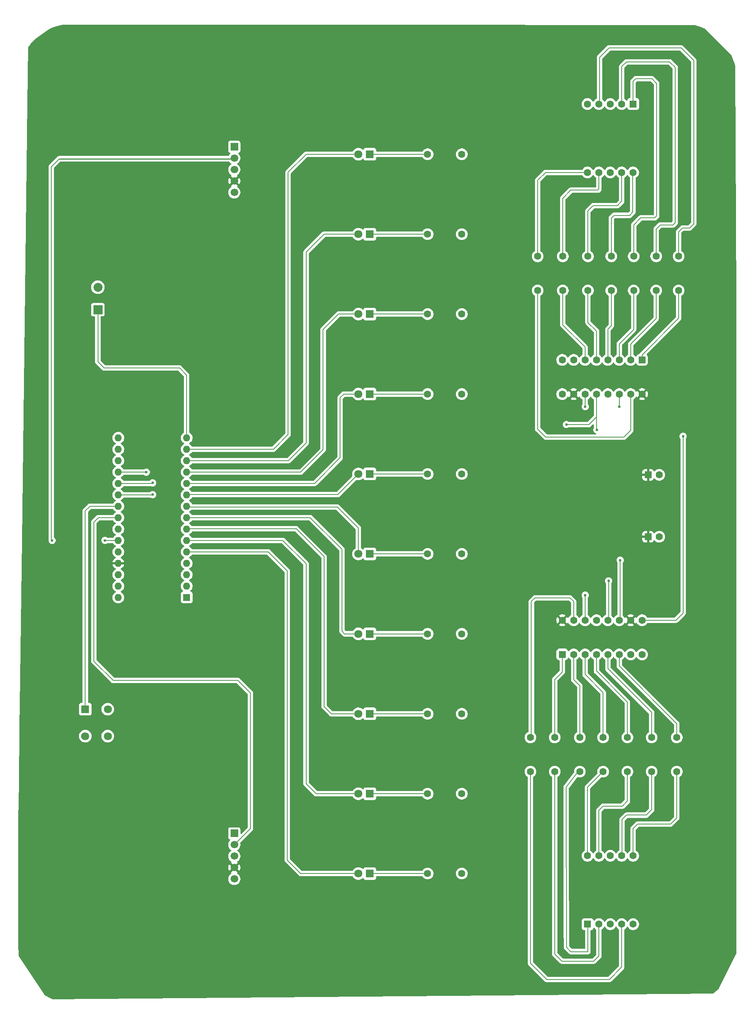
<source format=gbr>
%TF.GenerationSoftware,KiCad,Pcbnew,9.0.3*%
%TF.CreationDate,2025-09-10T22:30:54-03:00*%
%TF.ProjectId,PUCK_1 - Copy,5055434b-5f31-4202-9d20-436f70792e6b,rev?*%
%TF.SameCoordinates,Original*%
%TF.FileFunction,Copper,L1,Top*%
%TF.FilePolarity,Positive*%
%FSLAX46Y46*%
G04 Gerber Fmt 4.6, Leading zero omitted, Abs format (unit mm)*
G04 Created by KiCad (PCBNEW 9.0.3) date 2025-09-10 22:30:54*
%MOMM*%
%LPD*%
G01*
G04 APERTURE LIST*
G04 Aperture macros list*
%AMRoundRect*
0 Rectangle with rounded corners*
0 $1 Rounding radius*
0 $2 $3 $4 $5 $6 $7 $8 $9 X,Y pos of 4 corners*
0 Add a 4 corners polygon primitive as box body*
4,1,4,$2,$3,$4,$5,$6,$7,$8,$9,$2,$3,0*
0 Add four circle primitives for the rounded corners*
1,1,$1+$1,$2,$3*
1,1,$1+$1,$4,$5*
1,1,$1+$1,$6,$7*
1,1,$1+$1,$8,$9*
0 Add four rect primitives between the rounded corners*
20,1,$1+$1,$2,$3,$4,$5,0*
20,1,$1+$1,$4,$5,$6,$7,0*
20,1,$1+$1,$6,$7,$8,$9,0*
20,1,$1+$1,$8,$9,$2,$3,0*%
G04 Aperture macros list end*
%TA.AperFunction,Conductor*%
%ADD10C,0.200000*%
%TD*%
%TA.AperFunction,ComponentPad*%
%ADD11C,1.600000*%
%TD*%
%TA.AperFunction,ComponentPad*%
%ADD12R,1.800000X1.800000*%
%TD*%
%TA.AperFunction,ComponentPad*%
%ADD13C,1.800000*%
%TD*%
%TA.AperFunction,ComponentPad*%
%ADD14R,1.600000X1.600000*%
%TD*%
%TA.AperFunction,ComponentPad*%
%ADD15RoundRect,0.250000X-0.550000X0.550000X-0.550000X-0.550000X0.550000X-0.550000X0.550000X0.550000X0*%
%TD*%
%TA.AperFunction,ComponentPad*%
%ADD16RoundRect,0.250000X-0.550000X-0.550000X0.550000X-0.550000X0.550000X0.550000X-0.550000X0.550000X0*%
%TD*%
%TA.AperFunction,ComponentPad*%
%ADD17R,1.700000X1.700000*%
%TD*%
%TA.AperFunction,ComponentPad*%
%ADD18C,1.700000*%
%TD*%
%TA.AperFunction,ComponentPad*%
%ADD19R,2.000000X2.000000*%
%TD*%
%TA.AperFunction,ComponentPad*%
%ADD20C,2.000000*%
%TD*%
%TA.AperFunction,ComponentPad*%
%ADD21RoundRect,0.250000X0.550000X-0.550000X0.550000X0.550000X-0.550000X0.550000X-0.550000X-0.550000X0*%
%TD*%
%TA.AperFunction,ComponentPad*%
%ADD22O,1.600000X1.600000*%
%TD*%
%TA.AperFunction,ViaPad*%
%ADD23C,0.600000*%
%TD*%
%TA.AperFunction,Conductor*%
%ADD24C,0.228600*%
%TD*%
G04 APERTURE END LIST*
D10*
%TO.N,/2b*%
X693800000Y-191495000D02*
X693761473Y-155834667D01*
X693761473Y-155834667D02*
X696243683Y-152615442D01*
%TD*%
D11*
%TO.P,R1,1*%
%TO.N,Net-(D1-K)*%
X662885000Y-175095000D03*
%TO.P,R1,2*%
%TO.N,GND*%
X670505000Y-175095000D03*
%TD*%
D12*
%TO.P,D3,1,K*%
%TO.N,Net-(D3-K)*%
X650000000Y-139518200D03*
D13*
%TO.P,D3,2,A*%
%TO.N,/LED3*%
X647460000Y-139518200D03*
%TD*%
D12*
%TO.P,D6,1,K*%
%TO.N,Net-(D6-K)*%
X650000000Y-86102000D03*
D13*
%TO.P,D6,2,A*%
%TO.N,/LED6*%
X647460000Y-86102000D03*
%TD*%
D14*
%TO.P,U1,1,E*%
%TO.N,/2b*%
X698520000Y-186392500D03*
D11*
%TO.P,U1,2,D*%
%TO.N,/1b*%
X701060000Y-186392500D03*
%TO.P,U1,3,CC*%
%TO.N,GND*%
X703600000Y-186392500D03*
%TO.P,U1,4,C*%
%TO.N,/15b*%
X706140000Y-186392500D03*
%TO.P,U1,5,DP*%
%TO.N,unconnected-(U1-DP-Pad5)*%
X708680000Y-186392500D03*
%TO.P,U1,6,B*%
%TO.N,/6b*%
X708680000Y-171152500D03*
%TO.P,U1,7,A*%
%TO.N,/5b*%
X706140000Y-171152500D03*
%TO.P,U1,8,CC*%
%TO.N,GND*%
X703600000Y-171152500D03*
%TO.P,U1,9,F*%
%TO.N,/4b*%
X701060000Y-171152500D03*
%TO.P,U1,10,G*%
%TO.N,/3b*%
X698520000Y-171152500D03*
%TD*%
%TO.P,R24,1*%
%TO.N,Net-(U4-QG)*%
X693000000Y-45239215D03*
%TO.P,R24,2*%
%TO.N,/6t*%
X693000000Y-37619215D03*
%TD*%
D12*
%TO.P,D1,1,K*%
%TO.N,Net-(D1-K)*%
X650000000Y-175095000D03*
D13*
%TO.P,D1,2,A*%
%TO.N,/LED1_B*%
X647460000Y-175095000D03*
%TD*%
D11*
%TO.P,R12,1*%
%TO.N,Net-(U3-QB)*%
X691200000Y-144780000D03*
%TO.P,R12,2*%
%TO.N,/1b*%
X691200000Y-152400000D03*
%TD*%
D15*
%TO.P,U4,1,QB*%
%TO.N,Net-(U4-QB)*%
X710650000Y-60690000D03*
D11*
%TO.P,U4,2,QC*%
%TO.N,Net-(U4-QC)*%
X708110000Y-60690000D03*
%TO.P,U4,3,QD*%
%TO.N,Net-(U4-QD)*%
X705570000Y-60690000D03*
%TO.P,U4,4,QE*%
%TO.N,Net-(U4-QE)*%
X703030000Y-60690000D03*
%TO.P,U4,5,QF*%
%TO.N,Net-(U4-QF)*%
X700490000Y-60690000D03*
%TO.P,U4,6,QG*%
%TO.N,Net-(U4-QG)*%
X697950000Y-60690000D03*
%TO.P,U4,7,QH*%
%TO.N,unconnected-(U4-QH-Pad7)*%
X695410000Y-60690000D03*
%TO.P,U4,8,GND*%
%TO.N,GND*%
X692870000Y-60690000D03*
%TO.P,U4,9,QH'*%
%TO.N,unconnected-(U4-QH&apos;-Pad9)*%
X692870000Y-68310000D03*
%TO.P,U4,10,~{SRCLR}*%
%TO.N,+5V*%
X695410000Y-68310000D03*
%TO.P,U4,11,SRCLK*%
%TO.N,/A2*%
X697950000Y-68310000D03*
%TO.P,U4,12,RCLK*%
%TO.N,/A1*%
X700490000Y-68310000D03*
%TO.P,U4,13,~{OE}*%
%TO.N,GND*%
X703030000Y-68310000D03*
%TO.P,U4,14,SER*%
%TO.N,/PIN9*%
X705570000Y-68310000D03*
%TO.P,U4,15,QA*%
%TO.N,Net-(U4-QA)*%
X708110000Y-68310000D03*
%TO.P,U4,16,VCC*%
%TO.N,+5V*%
X710650000Y-68310000D03*
%TD*%
D12*
%TO.P,D7,1,K*%
%TO.N,Net-(D7-K)*%
X650000000Y-68296600D03*
D13*
%TO.P,D7,2,A*%
%TO.N,/LED7*%
X647460000Y-68296600D03*
%TD*%
D14*
%TO.P,U2,1,E*%
%TO.N,/3t*%
X708680000Y-3695000D03*
D11*
%TO.P,U2,2,D*%
%TO.N,/2t*%
X706140000Y-3695000D03*
%TO.P,U2,3,CC*%
%TO.N,GND*%
X703600000Y-3695000D03*
%TO.P,U2,4,C*%
%TO.N,/1t*%
X701060000Y-3695000D03*
%TO.P,U2,5,DP*%
%TO.N,unconnected-(U2-DP-Pad5)*%
X698520000Y-3695000D03*
%TO.P,U2,6,B*%
%TO.N,/15t*%
X698520000Y-18935000D03*
%TO.P,U2,7,A*%
%TO.N,/6t*%
X701060000Y-18935000D03*
%TO.P,U2,8,CC*%
%TO.N,GND*%
X703600000Y-18935000D03*
%TO.P,U2,9,F*%
%TO.N,/5t*%
X706140000Y-18935000D03*
%TO.P,U2,10,G*%
%TO.N,/4t*%
X708680000Y-18935000D03*
%TD*%
%TO.P,R18,1*%
%TO.N,Net-(U4-QA)*%
X687400000Y-45239215D03*
%TO.P,R18,2*%
%TO.N,/15t*%
X687400000Y-37619215D03*
%TD*%
%TO.P,R5,1*%
%TO.N,Net-(D5-K)*%
X662885000Y-103907400D03*
%TO.P,R5,2*%
%TO.N,GND*%
X670505000Y-103907400D03*
%TD*%
%TO.P,R15,1*%
%TO.N,Net-(U3-QE)*%
X707400000Y-144780000D03*
%TO.P,R15,2*%
%TO.N,/4b*%
X707400000Y-152400000D03*
%TD*%
%TO.P,R14,1*%
%TO.N,Net-(U3-QD)*%
X702000000Y-144780000D03*
%TO.P,R14,2*%
%TO.N,/3b*%
X702000000Y-152400000D03*
%TD*%
D12*
%TO.P,D10,1,K*%
%TO.N,Net-(D10-K)*%
X650000000Y-14880400D03*
D13*
%TO.P,D10,2,A*%
%TO.N,/LED10_T*%
X647460000Y-14880400D03*
%TD*%
D12*
%TO.P,D9,1,K*%
%TO.N,Net-(D9-K)*%
X650000000Y-32685800D03*
D13*
%TO.P,D9,2,A*%
%TO.N,/LED9*%
X647460000Y-32685800D03*
%TD*%
D12*
%TO.P,D8,1,K*%
%TO.N,Net-(D8-K)*%
X650000000Y-50491200D03*
D13*
%TO.P,D8,2,A*%
%TO.N,/LED8*%
X647460000Y-50491200D03*
%TD*%
D12*
%TO.P,SW1,1,1*%
%TO.N,/Y_A3*%
X586600000Y-138495000D03*
D13*
%TO.P,SW1,2,2*%
%TO.N,unconnected-(SW1-Pad2)*%
X591600000Y-138495000D03*
%TO.P,SW1,3,3*%
%TO.N,GND*%
X586600000Y-144495000D03*
%TO.P,SW1,4,4*%
%TO.N,unconnected-(SW1-Pad4)*%
X591600000Y-144495000D03*
%TD*%
D11*
%TO.P,R21,1*%
%TO.N,Net-(U4-QD)*%
X708800000Y-45239215D03*
%TO.P,R21,2*%
%TO.N,/3t*%
X708800000Y-37619215D03*
%TD*%
%TO.P,R11,1*%
%TO.N,Net-(U3-QA)*%
X685800000Y-144780000D03*
%TO.P,R11,2*%
%TO.N,/15b*%
X685800000Y-152400000D03*
%TD*%
D16*
%TO.P,C2,1*%
%TO.N,+5V*%
X712000000Y-100087500D03*
D11*
%TO.P,C2,2*%
%TO.N,GND*%
X714500000Y-100087500D03*
%TD*%
%TO.P,R10,1*%
%TO.N,Net-(D10-K)*%
X662885000Y-14880400D03*
%TO.P,R10,2*%
%TO.N,GND*%
X670505000Y-14880400D03*
%TD*%
D17*
%TO.P,J1,1,Pin_1*%
%TO.N,unconnected-(J1-Pin_1-Pad1)*%
X619800000Y-166155000D03*
D18*
%TO.P,J1,2,Pin_2*%
%TO.N,Net-(A1-A4)*%
X619800000Y-168695000D03*
%TO.P,J1,3,Pin_3*%
%TO.N,unconnected-(J1-Pin_3-Pad3)*%
X619800000Y-171235000D03*
%TO.P,J1,4,Pin_4*%
%TO.N,+5V*%
X619800000Y-173775000D03*
%TO.P,J1,5,Pin_5*%
%TO.N,GND*%
X619800000Y-176315000D03*
%TD*%
D16*
%TO.P,C1,1*%
%TO.N,+5V*%
X712000000Y-86295000D03*
D11*
%TO.P,C1,2*%
%TO.N,GND*%
X714500000Y-86295000D03*
%TD*%
%TO.P,R13,1*%
%TO.N,Net-(U3-QC)*%
X696800000Y-144780000D03*
%TO.P,R13,2*%
%TO.N,/2b*%
X696800000Y-152400000D03*
%TD*%
%TO.P,R23,1*%
%TO.N,Net-(U4-QF)*%
X698600000Y-45239215D03*
%TO.P,R23,2*%
%TO.N,/5t*%
X698600000Y-37619215D03*
%TD*%
D12*
%TO.P,D2,1,K*%
%TO.N,Net-(D2-K)*%
X650000000Y-157323600D03*
D13*
%TO.P,D2,2,A*%
%TO.N,/LED2*%
X647460000Y-157323600D03*
%TD*%
D11*
%TO.P,R19,1*%
%TO.N,Net-(U4-QB)*%
X718800000Y-45239215D03*
%TO.P,R19,2*%
%TO.N,/1t*%
X718800000Y-37619215D03*
%TD*%
%TO.P,R2,1*%
%TO.N,Net-(D2-K)*%
X662885000Y-157323600D03*
%TO.P,R2,2*%
%TO.N,GND*%
X670505000Y-157323600D03*
%TD*%
D12*
%TO.P,D4,1,K*%
%TO.N,Net-(D4-K)*%
X650000000Y-121712800D03*
D13*
%TO.P,D4,2,A*%
%TO.N,/LED4*%
X647460000Y-121712800D03*
%TD*%
D11*
%TO.P,R7,1*%
%TO.N,Net-(D7-K)*%
X662885000Y-68296600D03*
%TO.P,R7,2*%
%TO.N,GND*%
X670505000Y-68296600D03*
%TD*%
%TO.P,R17,1*%
%TO.N,Net-(U3-QG)*%
X718400000Y-144780000D03*
%TO.P,R17,2*%
%TO.N,/6b*%
X718400000Y-152400000D03*
%TD*%
%TO.P,R20,1*%
%TO.N,Net-(U4-QC)*%
X713800000Y-45239215D03*
%TO.P,R20,2*%
%TO.N,/2t*%
X713800000Y-37619215D03*
%TD*%
%TO.P,R8,1*%
%TO.N,Net-(D8-K)*%
X662885000Y-50491200D03*
%TO.P,R8,2*%
%TO.N,GND*%
X670505000Y-50491200D03*
%TD*%
%TO.P,R6,1*%
%TO.N,Net-(D6-K)*%
X662885000Y-86102000D03*
%TO.P,R6,2*%
%TO.N,GND*%
X670505000Y-86102000D03*
%TD*%
%TO.P,R9,1*%
%TO.N,Net-(D9-K)*%
X662885000Y-32685800D03*
%TO.P,R9,2*%
%TO.N,GND*%
X670505000Y-32685800D03*
%TD*%
%TO.P,R22,1*%
%TO.N,Net-(U4-QE)*%
X703800000Y-45239215D03*
%TO.P,R22,2*%
%TO.N,/4t*%
X703800000Y-37619215D03*
%TD*%
D19*
%TO.P,BZ1,1,+*%
%TO.N,/+*%
X589400000Y-49495000D03*
D20*
%TO.P,BZ1,2,-*%
%TO.N,GND*%
X589400000Y-44495000D03*
%TD*%
D21*
%TO.P,U3,1,QB*%
%TO.N,Net-(U3-QB)*%
X692870000Y-126300000D03*
D11*
%TO.P,U3,2,QC*%
%TO.N,Net-(U3-QC)*%
X695410000Y-126300000D03*
%TO.P,U3,3,QD*%
%TO.N,Net-(U3-QD)*%
X697950000Y-126300000D03*
%TO.P,U3,4,QE*%
%TO.N,Net-(U3-QE)*%
X700490000Y-126300000D03*
%TO.P,U3,5,QF*%
%TO.N,Net-(U3-QF)*%
X703030000Y-126300000D03*
%TO.P,U3,6,QG*%
%TO.N,Net-(U3-QG)*%
X705570000Y-126300000D03*
%TO.P,U3,7,QH*%
%TO.N,unconnected-(U3-QH-Pad7)*%
X708110000Y-126300000D03*
%TO.P,U3,8,GND*%
%TO.N,GND*%
X710650000Y-126300000D03*
%TO.P,U3,9,QH'*%
%TO.N,/PIN9*%
X710650000Y-118680000D03*
%TO.P,U3,10,~{SRCLR}*%
%TO.N,+5V*%
X708110000Y-118680000D03*
%TO.P,U3,11,SRCLK*%
%TO.N,/A2*%
X705570000Y-118680000D03*
%TO.P,U3,12,RCLK*%
%TO.N,/A1*%
X703030000Y-118680000D03*
%TO.P,U3,13,~{OE}*%
%TO.N,GND*%
X700490000Y-118680000D03*
%TO.P,U3,14,SER*%
%TO.N,/D_A0*%
X697950000Y-118680000D03*
%TO.P,U3,15,QA*%
%TO.N,Net-(U3-QA)*%
X695410000Y-118680000D03*
%TO.P,U3,16,VCC*%
%TO.N,+5V*%
X692870000Y-118680000D03*
%TD*%
%TO.P,R4,1*%
%TO.N,Net-(D4-K)*%
X662885000Y-121712800D03*
%TO.P,R4,2*%
%TO.N,GND*%
X670505000Y-121712800D03*
%TD*%
%TO.P,R3,1*%
%TO.N,Net-(D3-K)*%
X662885000Y-139518200D03*
%TO.P,R3,2*%
%TO.N,GND*%
X670505000Y-139518200D03*
%TD*%
D12*
%TO.P,D5,1,K*%
%TO.N,Net-(D5-K)*%
X650000000Y-103907400D03*
D13*
%TO.P,D5,2,A*%
%TO.N,/LED5*%
X647460000Y-103907400D03*
%TD*%
D17*
%TO.P,J2,1,Pin_1*%
%TO.N,unconnected-(J2-Pin_1-Pad1)*%
X619800000Y-13220400D03*
D18*
%TO.P,J2,2,Pin_2*%
%TO.N,/Y_A6*%
X619800000Y-15760400D03*
%TO.P,J2,3,Pin_3*%
%TO.N,unconnected-(J2-Pin_3-Pad3)*%
X619800000Y-18300400D03*
%TO.P,J2,4,Pin_4*%
%TO.N,+5V*%
X619800000Y-20840400D03*
%TO.P,J2,5,Pin_5*%
%TO.N,GND*%
X619800000Y-23380400D03*
%TD*%
D14*
%TO.P,A1,1,D1/TX*%
%TO.N,unconnected-(A1-D1{slash}TX-Pad1)*%
X609200000Y-113595000D03*
D22*
%TO.P,A1,2,D0/RX*%
%TO.N,unconnected-(A1-D0{slash}RX-Pad2)*%
X609200000Y-111055000D03*
%TO.P,A1,3,~{RESET}*%
%TO.N,unconnected-(A1-~{RESET}-Pad3)*%
X609200000Y-108515000D03*
%TO.P,A1,4,GND*%
%TO.N,GND*%
X609200000Y-105975000D03*
%TO.P,A1,5,D2*%
%TO.N,/LED1_B*%
X609200000Y-103435000D03*
%TO.P,A1,6,D3*%
%TO.N,/LED2*%
X609200000Y-100895000D03*
%TO.P,A1,7,D4*%
%TO.N,/LED3*%
X609200000Y-98355000D03*
%TO.P,A1,8,D5*%
%TO.N,/LED4*%
X609200000Y-95815000D03*
%TO.P,A1,9,D6*%
%TO.N,/LED5*%
X609200000Y-93275000D03*
%TO.P,A1,10,D7*%
%TO.N,/LED6*%
X609200000Y-90735000D03*
%TO.P,A1,11,D8*%
%TO.N,/LED7*%
X609200000Y-88195000D03*
%TO.P,A1,12,D9*%
%TO.N,/LED8*%
X609200000Y-85655000D03*
%TO.P,A1,13,D10*%
%TO.N,/LED9*%
X609200000Y-83115000D03*
%TO.P,A1,14,D11*%
%TO.N,/LED10_T*%
X609200000Y-80575000D03*
%TO.P,A1,15,D12*%
%TO.N,/+*%
X609200000Y-78035000D03*
%TO.P,A1,16,D13*%
%TO.N,unconnected-(A1-D13-Pad16)*%
X593960000Y-78035000D03*
%TO.P,A1,17,3V3*%
%TO.N,unconnected-(A1-3V3-Pad17)*%
X593960000Y-80575000D03*
%TO.P,A1,18,AREF*%
%TO.N,unconnected-(A1-AREF-Pad18)*%
X593960000Y-83115000D03*
%TO.P,A1,19,A0*%
%TO.N,/D_A0*%
X593960000Y-85655000D03*
%TO.P,A1,20,A1*%
%TO.N,/A1*%
X593960000Y-88195000D03*
%TO.P,A1,21,A2*%
%TO.N,/A2*%
X593960000Y-90735000D03*
%TO.P,A1,22,A3*%
%TO.N,/Y_A3*%
X593960000Y-93275000D03*
%TO.P,A1,23,A4*%
%TO.N,Net-(A1-A4)*%
X593960000Y-95815000D03*
%TO.P,A1,24,A5*%
%TO.N,unconnected-(A1-A5-Pad24)*%
X593960000Y-98355000D03*
%TO.P,A1,25,A6*%
%TO.N,/Y_A6*%
X593960000Y-100895000D03*
%TO.P,A1,26,A7*%
%TO.N,unconnected-(A1-A7-Pad26)*%
X593960000Y-103435000D03*
%TO.P,A1,27,+5V*%
%TO.N,+5V*%
X593960000Y-105975000D03*
%TO.P,A1,28,~{RESET}*%
%TO.N,unconnected-(A1-~{RESET}-Pad28)*%
X593960000Y-108515000D03*
%TO.P,A1,29,GND*%
%TO.N,unconnected-(A1-GND-Pad29)*%
X593960000Y-111055000D03*
%TO.P,A1,30,VIN*%
%TO.N,unconnected-(A1-VIN-Pad30)*%
X593960000Y-113595000D03*
%TD*%
D11*
%TO.P,R16,1*%
%TO.N,Net-(U3-QF)*%
X712800000Y-144780000D03*
%TO.P,R16,2*%
%TO.N,/5b*%
X712800000Y-152400000D03*
%TD*%
D23*
%TO.N,/A2*%
X698000000Y-71095000D03*
X601600000Y-90695000D03*
X705800000Y-105295000D03*
%TO.N,/Y_A6*%
X591000000Y-100895000D03*
X579200000Y-100895000D03*
%TO.N,/D_A0*%
X698000000Y-113095000D03*
X600200000Y-85695000D03*
%TO.N,/A1*%
X700600000Y-76295000D03*
X601600000Y-88095000D03*
X693800000Y-75095000D03*
X703200000Y-109895000D03*
%TO.N,/PIN9*%
X705600000Y-71095000D03*
X719800000Y-77695000D03*
%TD*%
D10*
%TO.N,/A2*%
X593960000Y-90735000D02*
X601560000Y-90735000D01*
X698000000Y-71095000D02*
X697950000Y-71045000D01*
X697950000Y-71045000D02*
X697950000Y-68310000D01*
X705800000Y-105295000D02*
X705800000Y-118450000D01*
X705800000Y-118450000D02*
X705570000Y-118680000D01*
X601560000Y-90735000D02*
X601600000Y-90695000D01*
%TO.N,/LED3*%
X647460000Y-139518200D02*
X641423200Y-139518200D01*
X633600000Y-98295000D02*
X609260000Y-98295000D01*
X641423200Y-139518200D02*
X639800000Y-137895000D01*
X639800000Y-104495000D02*
X633600000Y-98295000D01*
X639800000Y-137895000D02*
X639800000Y-104495000D01*
X609260000Y-98295000D02*
X609200000Y-98355000D01*
%TO.N,/Y_A6*%
X579000000Y-100695000D02*
X579200000Y-100895000D01*
X619800000Y-15760400D02*
X619665400Y-15895000D01*
D24*
X619665400Y-15895000D02*
X580800000Y-15895000D01*
D10*
X580800000Y-15895000D02*
X579000000Y-17695000D01*
X591000000Y-100895000D02*
X593960000Y-100895000D01*
X579000000Y-17695000D02*
X579000000Y-100695000D01*
%TO.N,/Y_A3*%
X586600000Y-94295000D02*
X587620000Y-93275000D01*
X586600000Y-138495000D02*
X586600000Y-94295000D01*
X587620000Y-93275000D02*
X593960000Y-93275000D01*
%TO.N,/LED1_B*%
X627340000Y-103435000D02*
X609200000Y-103435000D01*
X647460000Y-175095000D02*
X634600000Y-175095000D01*
X631600000Y-172095000D02*
X631600000Y-107695000D01*
X634600000Y-175095000D02*
X631600000Y-172095000D01*
X631600000Y-107695000D02*
X627340000Y-103435000D01*
%TO.N,/LED6*%
X609240000Y-90695000D02*
X609200000Y-90735000D01*
X642867000Y-90695000D02*
X609240000Y-90695000D01*
X647460000Y-86102000D02*
X642867000Y-90695000D01*
%TO.N,/D_A0*%
X593960000Y-85655000D02*
X600160000Y-85655000D01*
X698000000Y-113095000D02*
X697950000Y-113145000D01*
X697950000Y-113145000D02*
X697950000Y-118680000D01*
X600160000Y-85655000D02*
X600200000Y-85695000D01*
%TO.N,/LED4*%
X647460000Y-121712800D02*
X644417800Y-121712800D01*
X643800000Y-102895000D02*
X636720000Y-95815000D01*
X636720000Y-95815000D02*
X609200000Y-95815000D01*
X643800000Y-121095000D02*
X643800000Y-102895000D01*
X644417800Y-121712800D02*
X643800000Y-121095000D01*
%TO.N,/LED8*%
X639600000Y-53895000D02*
X639600000Y-80695000D01*
X647460000Y-50491200D02*
X643003800Y-50491200D01*
X634600000Y-85695000D02*
X609240000Y-85695000D01*
X639600000Y-80695000D02*
X634600000Y-85695000D01*
X643003800Y-50491200D02*
X639600000Y-53895000D01*
X609240000Y-85695000D02*
X609200000Y-85655000D01*
%TO.N,/+*%
X609200000Y-64095000D02*
X609200000Y-78035000D01*
X589400000Y-61095000D02*
X590800000Y-62495000D01*
X607600000Y-62495000D02*
X609200000Y-64095000D01*
X590800000Y-62495000D02*
X607600000Y-62495000D01*
X589400000Y-49495000D02*
X589400000Y-61095000D01*
%TO.N,/LED10_T*%
X638000000Y-14895000D02*
X638014600Y-14880400D01*
X635800000Y-14895000D02*
X638000000Y-14895000D01*
X628520000Y-80575000D02*
X631800000Y-77295000D01*
X609200000Y-80575000D02*
X628520000Y-80575000D01*
X631800000Y-77295000D02*
X631800000Y-18895000D01*
X638014600Y-14880400D02*
X647460000Y-14880400D01*
X631800000Y-18895000D02*
X635800000Y-14895000D01*
%TO.N,Net-(A1-A4)*%
X623400000Y-165095000D02*
X623400000Y-134895000D01*
X589515254Y-95815000D02*
X593960000Y-95815000D01*
X619800000Y-168695000D02*
X623400000Y-165095000D01*
X623400000Y-134895000D02*
X620600000Y-132095000D01*
X588511598Y-127806598D02*
X588511598Y-96818656D01*
X620600000Y-132095000D02*
X592800000Y-132095000D01*
X592800000Y-132095000D02*
X588511598Y-127806598D01*
X588511598Y-96818656D02*
X589515254Y-95815000D01*
%TO.N,/LED9*%
X647460000Y-32685800D02*
X641409200Y-32685800D01*
X635800000Y-79190865D02*
X631875865Y-83115000D01*
X641409200Y-32685800D02*
X641400000Y-32695000D01*
X635800000Y-36695000D02*
X635800000Y-79190865D01*
X631875865Y-83115000D02*
X609200000Y-83115000D01*
X639800000Y-32695000D02*
X635800000Y-36695000D01*
X641400000Y-32695000D02*
X639800000Y-32695000D01*
%TO.N,/LED2*%
X635800000Y-106095000D02*
X630600000Y-100895000D01*
X647460000Y-157323600D02*
X638028600Y-157323600D01*
X630600000Y-100895000D02*
X609200000Y-100895000D01*
X638028600Y-157323600D02*
X635800000Y-155095000D01*
X635800000Y-155095000D02*
X635800000Y-106095000D01*
%TO.N,/LED5*%
X642800000Y-93495000D02*
X609420000Y-93495000D01*
X647460000Y-103907400D02*
X647460000Y-98155000D01*
X609420000Y-93495000D02*
X609200000Y-93275000D01*
X647460000Y-98155000D02*
X642800000Y-93495000D01*
%TO.N,/LED7*%
X644198400Y-68296600D02*
X643400000Y-69095000D01*
X643400000Y-82495000D02*
X637700000Y-88195000D01*
X637700000Y-88195000D02*
X609200000Y-88195000D01*
X643400000Y-69095000D02*
X643400000Y-82495000D01*
X647460000Y-68296600D02*
X644198400Y-68296600D01*
%TO.N,/A1*%
X700490000Y-76185000D02*
X700490000Y-73405000D01*
X698800000Y-75095000D02*
X700490000Y-73405000D01*
X703200000Y-118510000D02*
X703030000Y-118680000D01*
X700490000Y-73405000D02*
X700490000Y-68310000D01*
X693800000Y-75095000D02*
X698800000Y-75095000D01*
X601500000Y-88195000D02*
X601600000Y-88095000D01*
X593960000Y-88195000D02*
X601500000Y-88195000D01*
X703200000Y-109895000D02*
X703200000Y-118510000D01*
X700600000Y-76295000D02*
X700490000Y-76185000D01*
%TO.N,Net-(D1-K)*%
X650000000Y-175095000D02*
X662885000Y-175095000D01*
%TO.N,Net-(D2-K)*%
X650000000Y-157323600D02*
X662885000Y-157323600D01*
%TO.N,Net-(D3-K)*%
X650000000Y-139518200D02*
X662885000Y-139518200D01*
%TO.N,Net-(D4-K)*%
X650000000Y-121712800D02*
X662885000Y-121712800D01*
%TO.N,Net-(D5-K)*%
X650000000Y-103907400D02*
X662885000Y-103907400D01*
%TO.N,Net-(D6-K)*%
X650000000Y-86102000D02*
X662885000Y-86102000D01*
%TO.N,Net-(D7-K)*%
X650000000Y-68296600D02*
X662885000Y-68296600D01*
%TO.N,Net-(D8-K)*%
X650000000Y-50491200D02*
X662885000Y-50491200D01*
%TO.N,Net-(D9-K)*%
X650000000Y-32685800D02*
X662885000Y-32685800D01*
%TO.N,Net-(D10-K)*%
X650000000Y-14880400D02*
X662885000Y-14880400D01*
%TO.N,Net-(U3-QA)*%
X686800000Y-113695000D02*
X694600000Y-113695000D01*
X685800000Y-144780000D02*
X686000000Y-144580000D01*
X686000000Y-144580000D02*
X686000000Y-114495000D01*
X686000000Y-114495000D02*
X686800000Y-113695000D01*
X694600000Y-113695000D02*
X695410000Y-114505000D01*
X695410000Y-114505000D02*
X695410000Y-118680000D01*
%TO.N,Net-(U3-QB)*%
X691200000Y-131895000D02*
X692870000Y-130225000D01*
X691200000Y-144780000D02*
X691200000Y-131895000D01*
X692870000Y-130225000D02*
X692870000Y-126300000D01*
%TO.N,Net-(U3-QC)*%
X695410000Y-131905000D02*
X695410000Y-126300000D01*
X696800000Y-144780000D02*
X696800000Y-133295000D01*
X696800000Y-133295000D02*
X695410000Y-131905000D01*
%TO.N,Net-(U3-QD)*%
X702000000Y-144780000D02*
X702000000Y-134799997D01*
X697950000Y-130749997D02*
X697950000Y-126300000D01*
X702000000Y-134799997D02*
X697950000Y-130749997D01*
%TO.N,Net-(U3-QE)*%
X700490000Y-129985000D02*
X700490000Y-126300000D01*
X707400000Y-144780000D02*
X707400000Y-136895000D01*
X707400000Y-136895000D02*
X700490000Y-129985000D01*
%TO.N,Net-(U3-QF)*%
X703030000Y-129465000D02*
X703030000Y-126300000D01*
X712800000Y-144780000D02*
X712800000Y-139235000D01*
X712800000Y-139235000D02*
X703030000Y-129465000D01*
%TO.N,Net-(U3-QG)*%
X718400000Y-144780000D02*
X718400000Y-141695000D01*
X718400000Y-141695000D02*
X705570000Y-128865000D01*
X705570000Y-128865000D02*
X705570000Y-126300000D01*
%TO.N,Net-(U4-QA)*%
X687400000Y-45239215D02*
X687400000Y-76095000D01*
X689200000Y-77895000D02*
X706600000Y-77895000D01*
X687400000Y-76095000D02*
X689200000Y-77895000D01*
X706600000Y-77895000D02*
X708110000Y-76385000D01*
X708110000Y-76385000D02*
X708110000Y-68310000D01*
%TO.N,Net-(U4-QB)*%
X710650000Y-59572031D02*
X710650000Y-60690000D01*
X718800000Y-51422031D02*
X710650000Y-59572031D01*
X718800000Y-45239215D02*
X718800000Y-51422031D01*
X718800000Y-45239215D02*
X718519304Y-45519911D01*
%TO.N,Net-(U4-QC)*%
X708110000Y-57213519D02*
X708110000Y-60690000D01*
X713800000Y-45239215D02*
X713800000Y-51509613D01*
X708298873Y-57010740D02*
X708298873Y-57024646D01*
X708298873Y-57024646D02*
X708110000Y-57213519D01*
X713800000Y-51509613D02*
X708298873Y-57010740D01*
%TO.N,Net-(U4-QD)*%
X708803687Y-51691560D02*
X708803687Y-53891313D01*
X705570000Y-57125000D02*
X705570000Y-60690000D01*
X708800000Y-51687873D02*
X708803687Y-51691560D01*
X708800000Y-45239215D02*
X708800000Y-51687873D01*
X708803687Y-53891313D02*
X705570000Y-57125000D01*
%TO.N,Net-(U4-QE)*%
X703800000Y-45239215D02*
X703800000Y-53095000D01*
X703800000Y-53095000D02*
X703030000Y-53865000D01*
X703030000Y-53865000D02*
X703030000Y-60690000D01*
%TO.N,Net-(U4-QF)*%
X698600000Y-52368913D02*
X700531185Y-54300098D01*
X698600000Y-45239215D02*
X698600000Y-52368913D01*
X700531185Y-54300098D02*
X700531185Y-60648815D01*
X700531185Y-60648815D02*
X700490000Y-60690000D01*
%TO.N,Net-(U4-QG)*%
X697950000Y-57845000D02*
X697950000Y-60690000D01*
X693000000Y-45239215D02*
X693000000Y-52895000D01*
X693000000Y-52895000D02*
X697950000Y-57845000D01*
%TO.N,/PIN9*%
X710650000Y-118680000D02*
X718215000Y-118680000D01*
X705600000Y-71095000D02*
X705570000Y-71065000D01*
X718215000Y-118680000D02*
X719800000Y-117095000D01*
X719800000Y-117095000D02*
X719800000Y-77695000D01*
X705570000Y-71065000D02*
X705570000Y-68310000D01*
%TO.N,/15b*%
X703400000Y-198695000D02*
X706140000Y-195955000D01*
X706140000Y-195955000D02*
X706140000Y-186392500D01*
X685800000Y-195095000D02*
X689400000Y-198695000D01*
X689400000Y-198695000D02*
X703400000Y-198695000D01*
X685800000Y-195095000D02*
X685800000Y-152400000D01*
%TO.N,/1b*%
X691200000Y-193032357D02*
X692800000Y-194632357D01*
X701060000Y-193436322D02*
X701060000Y-193120860D01*
X701060000Y-186392500D02*
X701060000Y-193120860D01*
X691200000Y-152400000D02*
X691200000Y-193032357D01*
X692800000Y-194632357D02*
X699863965Y-194632357D01*
X699863965Y-194632357D02*
X701060000Y-193436322D01*
%TO.N,/2b*%
X693800000Y-191495000D02*
X694800000Y-192495000D01*
X694800000Y-192495000D02*
X698600000Y-192495000D01*
X698600000Y-192495000D02*
X698600000Y-186472500D01*
X698600000Y-186472500D02*
X698520000Y-186392500D01*
%TO.N,/3b*%
X698520000Y-155880000D02*
X702000000Y-152400000D01*
X698520000Y-171152500D02*
X698520000Y-155880000D01*
%TO.N,/4b*%
X702000000Y-160095000D02*
X701060000Y-161035000D01*
X701060000Y-161035000D02*
X701060000Y-171152500D01*
X706266872Y-160095000D02*
X702000000Y-160095000D01*
X707400000Y-158961872D02*
X706266872Y-160095000D01*
X707400000Y-158961872D02*
X707400000Y-152400000D01*
%TO.N,/5b*%
X711578264Y-162095000D02*
X707200000Y-162095000D01*
X706200000Y-163095000D02*
X706200000Y-171092500D01*
X707200000Y-162095000D02*
X706200000Y-163095000D01*
X712800000Y-160873264D02*
X711578264Y-162095000D01*
X712800000Y-152400000D02*
X712800000Y-160873264D01*
X706200000Y-171092500D02*
X706140000Y-171152500D01*
%TO.N,/6b*%
X717000000Y-164095000D02*
X709663909Y-164095000D01*
X708680000Y-165078909D02*
X708680000Y-171152500D01*
X709663909Y-164095000D02*
X708680000Y-165078909D01*
X718400000Y-162695000D02*
X717000000Y-164095000D01*
X718400000Y-162695000D02*
X718400000Y-152400000D01*
%TO.N,/15t*%
X687400000Y-20695000D02*
X687400000Y-37619215D01*
X689160000Y-18935000D02*
X687400000Y-20695000D01*
X698520000Y-18935000D02*
X689160000Y-18935000D01*
%TO.N,/1t*%
X721265555Y-31300293D02*
X719671007Y-31300293D01*
X719364448Y8823576D02*
X722179677Y6008347D01*
X701060000Y-3695000D02*
X701200000Y-3555000D01*
X718800000Y-32171300D02*
X718800000Y-37619215D01*
X719671007Y-31300293D02*
X718800000Y-32171300D01*
X701200000Y-3555000D02*
X701200000Y6705000D01*
X722179677Y-30386171D02*
X721265555Y-31300293D01*
X703318576Y8823576D02*
X719364448Y8823576D01*
X722179677Y6008347D02*
X722179677Y-30386171D01*
X701200000Y6705000D02*
X703318576Y8823576D01*
%TO.N,/2t*%
X717530844Y-30637250D02*
X714726479Y-30637250D01*
X707200000Y5705000D02*
X716804024Y5705000D01*
X706140000Y-3695000D02*
X706140000Y4645000D01*
X718049612Y-30118482D02*
X717530844Y-30637250D01*
X718049612Y4459412D02*
X718049612Y-30118482D01*
X716804024Y5705000D02*
X718049612Y4459412D01*
X706140000Y4645000D02*
X707200000Y5705000D01*
X714726479Y-30637250D02*
X713800000Y-31563729D01*
X713800000Y-31563729D02*
X713800000Y-37619215D01*
%TO.N,/3t*%
X713920634Y880347D02*
X713920634Y-28605205D01*
X708680000Y-3695000D02*
X708680000Y1385001D01*
X708800000Y-30614202D02*
X708800000Y-37619215D01*
X708680000Y1385001D02*
X709238611Y1943612D01*
X713460870Y-29064969D02*
X710349233Y-29064969D01*
X709238611Y1943612D02*
X712857369Y1943612D01*
X713920634Y-28605205D02*
X713460870Y-29064969D01*
X712857369Y1943612D02*
X713920634Y880347D01*
X710349233Y-29064969D02*
X708800000Y-30614202D01*
%TO.N,/4t*%
X707859991Y-28495000D02*
X704400000Y-28495000D01*
X703800000Y-29095000D02*
X703800000Y-37619215D01*
X708680000Y-18935000D02*
X708600000Y-19015000D01*
X708600000Y-27754991D02*
X707859991Y-28495000D01*
X708600000Y-19015000D02*
X708600000Y-27754991D01*
X704400000Y-28495000D02*
X703800000Y-29095000D01*
%TO.N,/5t*%
X698600000Y-27495000D02*
X699757913Y-26337087D01*
X698600000Y-37619215D02*
X698600000Y-27495000D01*
X699757913Y-26337087D02*
X705157913Y-26337087D01*
X706140000Y-25355000D02*
X706140000Y-18935000D01*
X705157913Y-26337087D02*
X706140000Y-25355000D01*
%TO.N,/6t*%
X701060000Y-22635000D02*
X700800000Y-22895000D01*
X701060000Y-18935000D02*
X701060000Y-22635000D01*
X693000000Y-24695000D02*
X693000000Y-37619215D01*
X694800000Y-22895000D02*
X693000000Y-24695000D01*
X700800000Y-22895000D02*
X694800000Y-22895000D01*
%TD*%
%TA.AperFunction,Conductor*%
%TO.N,+5V*%
G36*
X647362181Y13939630D02*
G01*
X647362252Y13939630D01*
X722391787Y13848916D01*
X722422609Y13844986D01*
X722873892Y13728578D01*
X722880576Y13726652D01*
X723525921Y13520962D01*
X723532486Y13518665D01*
X724165300Y13277107D01*
X724171726Y13274445D01*
X724776101Y13004005D01*
X724813779Y12977853D01*
X730542995Y7163620D01*
X730567855Y7127234D01*
X730769445Y6676726D01*
X730772107Y6670300D01*
X731013665Y6037486D01*
X731015962Y6030921D01*
X731221652Y5385576D01*
X731223578Y5378892D01*
X731392767Y4723000D01*
X731394314Y4716219D01*
X731460430Y4383823D01*
X731462812Y4360203D01*
X731699499Y-47061066D01*
X731699500Y-47061637D01*
X731699500Y-191790387D01*
X731699451Y-191793865D01*
X731680404Y-192472671D01*
X731680014Y-192479616D01*
X731636863Y-192991172D01*
X731624366Y-193035892D01*
X727820751Y-200696866D01*
X727817547Y-200701194D01*
X727816810Y-200704179D01*
X727794875Y-200731829D01*
X727631612Y-200886181D01*
X727626425Y-200890816D01*
X727108908Y-201327819D01*
X727103470Y-201332155D01*
X726562279Y-201739442D01*
X726556607Y-201743467D01*
X726409509Y-201841755D01*
X726342831Y-201862633D01*
X726341651Y-201862649D01*
X579318373Y-203087044D01*
X579311568Y-203085818D01*
X579307548Y-203086661D01*
X579273119Y-203078895D01*
X579234701Y-203064230D01*
X579228275Y-203061568D01*
X578610008Y-202784911D01*
X578603741Y-202781893D01*
X578001959Y-202471006D01*
X577995872Y-202467642D01*
X577656093Y-202267211D01*
X577616393Y-202229895D01*
X577367907Y-201862633D01*
X571872030Y-193739739D01*
X571851953Y-193687594D01*
X571777672Y-193161451D01*
X571776900Y-193154595D01*
X571719964Y-192479604D01*
X571719575Y-192472673D01*
X571700549Y-191794577D01*
X571700500Y-191791099D01*
X571700500Y-161252762D01*
X571700510Y-161251181D01*
X571709127Y-160575519D01*
X571798560Y-153562562D01*
X571915602Y-144384778D01*
X585199500Y-144384778D01*
X585199500Y-144605221D01*
X585233985Y-144822952D01*
X585302103Y-145032603D01*
X585302104Y-145032606D01*
X585402187Y-145229025D01*
X585531752Y-145407358D01*
X585531756Y-145407363D01*
X585687636Y-145563243D01*
X585687641Y-145563247D01*
X585775684Y-145627213D01*
X585865978Y-145692815D01*
X585994375Y-145758237D01*
X586062393Y-145792895D01*
X586062396Y-145792896D01*
X586167221Y-145826955D01*
X586272049Y-145861015D01*
X586489778Y-145895500D01*
X586489779Y-145895500D01*
X586710221Y-145895500D01*
X586710222Y-145895500D01*
X586927951Y-145861015D01*
X587137606Y-145792895D01*
X587334022Y-145692815D01*
X587512365Y-145563242D01*
X587668242Y-145407365D01*
X587797815Y-145229022D01*
X587897895Y-145032606D01*
X587966015Y-144822951D01*
X588000500Y-144605222D01*
X588000500Y-144384778D01*
X590199500Y-144384778D01*
X590199500Y-144605221D01*
X590233985Y-144822952D01*
X590302103Y-145032603D01*
X590302104Y-145032606D01*
X590402187Y-145229025D01*
X590531752Y-145407358D01*
X590531756Y-145407363D01*
X590687636Y-145563243D01*
X590687641Y-145563247D01*
X590775684Y-145627213D01*
X590865978Y-145692815D01*
X590994375Y-145758237D01*
X591062393Y-145792895D01*
X591062396Y-145792896D01*
X591167221Y-145826955D01*
X591272049Y-145861015D01*
X591489778Y-145895500D01*
X591489779Y-145895500D01*
X591710221Y-145895500D01*
X591710222Y-145895500D01*
X591927951Y-145861015D01*
X592137606Y-145792895D01*
X592334022Y-145692815D01*
X592512365Y-145563242D01*
X592668242Y-145407365D01*
X592797815Y-145229022D01*
X592897895Y-145032606D01*
X592966015Y-144822951D01*
X593000500Y-144605222D01*
X593000500Y-144384778D01*
X592966015Y-144167049D01*
X592897895Y-143957394D01*
X592897895Y-143957393D01*
X592863237Y-143889375D01*
X592797815Y-143760978D01*
X592730056Y-143667715D01*
X592668247Y-143582641D01*
X592668243Y-143582636D01*
X592512363Y-143426756D01*
X592512358Y-143426752D01*
X592334025Y-143297187D01*
X592334024Y-143297186D01*
X592334022Y-143297185D01*
X592271096Y-143265122D01*
X592137606Y-143197104D01*
X592137603Y-143197103D01*
X591927952Y-143128985D01*
X591819086Y-143111742D01*
X591710222Y-143094500D01*
X591489778Y-143094500D01*
X591417201Y-143105995D01*
X591272047Y-143128985D01*
X591062396Y-143197103D01*
X591062393Y-143197104D01*
X590865974Y-143297187D01*
X590687641Y-143426752D01*
X590687636Y-143426756D01*
X590531756Y-143582636D01*
X590531752Y-143582641D01*
X590402187Y-143760974D01*
X590302104Y-143957393D01*
X590302103Y-143957396D01*
X590233985Y-144167047D01*
X590199500Y-144384778D01*
X588000500Y-144384778D01*
X587966015Y-144167049D01*
X587897895Y-143957394D01*
X587897895Y-143957393D01*
X587863237Y-143889375D01*
X587797815Y-143760978D01*
X587730056Y-143667715D01*
X587668247Y-143582641D01*
X587668243Y-143582636D01*
X587512363Y-143426756D01*
X587512358Y-143426752D01*
X587334025Y-143297187D01*
X587334024Y-143297186D01*
X587334022Y-143297185D01*
X587271096Y-143265122D01*
X587137606Y-143197104D01*
X587137603Y-143197103D01*
X586927952Y-143128985D01*
X586819086Y-143111742D01*
X586710222Y-143094500D01*
X586489778Y-143094500D01*
X586417201Y-143105995D01*
X586272047Y-143128985D01*
X586062396Y-143197103D01*
X586062393Y-143197104D01*
X585865974Y-143297187D01*
X585687641Y-143426752D01*
X585687636Y-143426756D01*
X585531756Y-143582636D01*
X585531752Y-143582641D01*
X585402187Y-143760974D01*
X585302104Y-143957393D01*
X585302103Y-143957396D01*
X585233985Y-144167047D01*
X585199500Y-144384778D01*
X571915602Y-144384778D01*
X571915684Y-144378325D01*
X571946076Y-141995097D01*
X572002799Y-137547135D01*
X585199500Y-137547135D01*
X585199500Y-139442870D01*
X585199501Y-139442876D01*
X585205908Y-139502483D01*
X585256202Y-139637328D01*
X585256206Y-139637335D01*
X585342452Y-139752544D01*
X585342455Y-139752547D01*
X585457664Y-139838793D01*
X585457671Y-139838797D01*
X585592517Y-139889091D01*
X585592516Y-139889091D01*
X585599444Y-139889835D01*
X585652127Y-139895500D01*
X587547872Y-139895499D01*
X587607483Y-139889091D01*
X587742331Y-139838796D01*
X587857546Y-139752546D01*
X587943796Y-139637331D01*
X587994091Y-139502483D01*
X588000500Y-139442873D01*
X588000499Y-138384778D01*
X590199500Y-138384778D01*
X590199500Y-138605221D01*
X590233985Y-138822952D01*
X590302103Y-139032603D01*
X590302104Y-139032606D01*
X590402187Y-139229025D01*
X590531752Y-139407358D01*
X590531756Y-139407363D01*
X590687636Y-139563243D01*
X590687641Y-139563247D01*
X590789606Y-139637328D01*
X590865978Y-139692815D01*
X590994375Y-139758237D01*
X591062393Y-139792895D01*
X591062396Y-139792896D01*
X591154230Y-139822734D01*
X591272049Y-139861015D01*
X591489778Y-139895500D01*
X591489779Y-139895500D01*
X591710221Y-139895500D01*
X591710222Y-139895500D01*
X591927951Y-139861015D01*
X592137606Y-139792895D01*
X592334022Y-139692815D01*
X592512365Y-139563242D01*
X592668242Y-139407365D01*
X592797815Y-139229022D01*
X592897895Y-139032606D01*
X592966015Y-138822951D01*
X593000500Y-138605222D01*
X593000500Y-138384778D01*
X592966015Y-138167049D01*
X592897895Y-137957394D01*
X592897895Y-137957393D01*
X592821942Y-137808330D01*
X592797815Y-137760978D01*
X592714472Y-137646265D01*
X592668247Y-137582641D01*
X592668243Y-137582636D01*
X592512363Y-137426756D01*
X592512358Y-137426752D01*
X592334025Y-137297187D01*
X592334024Y-137297186D01*
X592334022Y-137297185D01*
X592216791Y-137237452D01*
X592137606Y-137197104D01*
X592137603Y-137197103D01*
X591927952Y-137128985D01*
X591791770Y-137107416D01*
X591710222Y-137094500D01*
X591489778Y-137094500D01*
X591417201Y-137105995D01*
X591272047Y-137128985D01*
X591062396Y-137197103D01*
X591062393Y-137197104D01*
X590865974Y-137297187D01*
X590687641Y-137426752D01*
X590687636Y-137426756D01*
X590531756Y-137582636D01*
X590531752Y-137582641D01*
X590402187Y-137760974D01*
X590302104Y-137957393D01*
X590302103Y-137957396D01*
X590233985Y-138167047D01*
X590199500Y-138384778D01*
X588000499Y-138384778D01*
X588000499Y-137547128D01*
X587994091Y-137487517D01*
X587971429Y-137426758D01*
X587943797Y-137352671D01*
X587943793Y-137352664D01*
X587857547Y-137237455D01*
X587857544Y-137237452D01*
X587742335Y-137151206D01*
X587742328Y-137151202D01*
X587607482Y-137100908D01*
X587607483Y-137100908D01*
X587547883Y-137094501D01*
X587547881Y-137094500D01*
X587547873Y-137094500D01*
X587547865Y-137094500D01*
X587324500Y-137094500D01*
X587257461Y-137074815D01*
X587211706Y-137022011D01*
X587200500Y-136970500D01*
X587200500Y-94595097D01*
X587220185Y-94528058D01*
X587236819Y-94507416D01*
X587832416Y-93911819D01*
X587893739Y-93878334D01*
X587920097Y-93875500D01*
X592730398Y-93875500D01*
X592797437Y-93895185D01*
X592840883Y-93943205D01*
X592847715Y-93956614D01*
X592968028Y-94122213D01*
X593112786Y-94266971D01*
X593260180Y-94374057D01*
X593278390Y-94387287D01*
X593369840Y-94433883D01*
X593371080Y-94434515D01*
X593421876Y-94482490D01*
X593438671Y-94550311D01*
X593416134Y-94616446D01*
X593371080Y-94655485D01*
X593278386Y-94702715D01*
X593112786Y-94823028D01*
X592968028Y-94967786D01*
X592847715Y-95133385D01*
X592840883Y-95146795D01*
X592792909Y-95197591D01*
X592730398Y-95214500D01*
X589601923Y-95214500D01*
X589601907Y-95214499D01*
X589594311Y-95214499D01*
X589436197Y-95214499D01*
X589328841Y-95243265D01*
X589283464Y-95255424D01*
X589283463Y-95255425D01*
X589233350Y-95284359D01*
X589233349Y-95284360D01*
X589189943Y-95309420D01*
X589146539Y-95334479D01*
X589146536Y-95334481D01*
X588031079Y-96449938D01*
X588031077Y-96449941D01*
X587980959Y-96536750D01*
X587980957Y-96536752D01*
X587952023Y-96586865D01*
X587952022Y-96586866D01*
X587952021Y-96586871D01*
X587911097Y-96739599D01*
X587911097Y-96739601D01*
X587911097Y-96907702D01*
X587911098Y-96907715D01*
X587911098Y-127719928D01*
X587911097Y-127719946D01*
X587911097Y-127885652D01*
X587911096Y-127885652D01*
X587952021Y-128038383D01*
X587980956Y-128088498D01*
X587980957Y-128088502D01*
X587980958Y-128088502D01*
X588031077Y-128175312D01*
X588031079Y-128175315D01*
X588149947Y-128294183D01*
X588149953Y-128294188D01*
X592315139Y-132459374D01*
X592315149Y-132459385D01*
X592319479Y-132463715D01*
X592319480Y-132463716D01*
X592431284Y-132575520D01*
X592518095Y-132625639D01*
X592518097Y-132625641D01*
X592568213Y-132654576D01*
X592568215Y-132654577D01*
X592720942Y-132695500D01*
X592720943Y-132695500D01*
X620299903Y-132695500D01*
X620366942Y-132715185D01*
X620387584Y-132731819D01*
X622763181Y-135107416D01*
X622796666Y-135168739D01*
X622799500Y-135195097D01*
X622799500Y-164794902D01*
X622779815Y-164861941D01*
X622763181Y-164882583D01*
X621362180Y-166283584D01*
X621300857Y-166317069D01*
X621231165Y-166312085D01*
X621175232Y-166270213D01*
X621150815Y-166204749D01*
X621150499Y-166195903D01*
X621150499Y-165257129D01*
X621150498Y-165257123D01*
X621150497Y-165257116D01*
X621144091Y-165197517D01*
X621129339Y-165157966D01*
X621093797Y-165062671D01*
X621093793Y-165062664D01*
X621007547Y-164947455D01*
X621007544Y-164947452D01*
X620892335Y-164861206D01*
X620892328Y-164861202D01*
X620757482Y-164810908D01*
X620757483Y-164810908D01*
X620697883Y-164804501D01*
X620697881Y-164804500D01*
X620697873Y-164804500D01*
X620697864Y-164804500D01*
X618902129Y-164804500D01*
X618902123Y-164804501D01*
X618842516Y-164810908D01*
X618707671Y-164861202D01*
X618707664Y-164861206D01*
X618592455Y-164947452D01*
X618592452Y-164947455D01*
X618506206Y-165062664D01*
X618506202Y-165062671D01*
X618455908Y-165197517D01*
X618449501Y-165257116D01*
X618449501Y-165257123D01*
X618449500Y-165257135D01*
X618449500Y-167052870D01*
X618449501Y-167052876D01*
X618455908Y-167112483D01*
X618506202Y-167247328D01*
X618506206Y-167247335D01*
X618592452Y-167362544D01*
X618592455Y-167362547D01*
X618707664Y-167448793D01*
X618707671Y-167448797D01*
X618839082Y-167497810D01*
X618895016Y-167539681D01*
X618919433Y-167605145D01*
X618904582Y-167673418D01*
X618883431Y-167701673D01*
X618769889Y-167815215D01*
X618644951Y-167987179D01*
X618548444Y-168176585D01*
X618482753Y-168378760D01*
X618449500Y-168588713D01*
X618449500Y-168801286D01*
X618482753Y-169011239D01*
X618548444Y-169213414D01*
X618644951Y-169402820D01*
X618769890Y-169574786D01*
X618920213Y-169725109D01*
X619092182Y-169850050D01*
X619100946Y-169854516D01*
X619151742Y-169902491D01*
X619168536Y-169970312D01*
X619145998Y-170036447D01*
X619100946Y-170075484D01*
X619092182Y-170079949D01*
X618920213Y-170204890D01*
X618769890Y-170355213D01*
X618644951Y-170527179D01*
X618548444Y-170716585D01*
X618482753Y-170918760D01*
X618449500Y-171128713D01*
X618449500Y-171341287D01*
X618482754Y-171551243D01*
X618544546Y-171741419D01*
X618548444Y-171753414D01*
X618644951Y-171942820D01*
X618769890Y-172114786D01*
X618920213Y-172265109D01*
X619092179Y-172390048D01*
X619092181Y-172390049D01*
X619092184Y-172390051D01*
X619101493Y-172394794D01*
X619152290Y-172442766D01*
X619169087Y-172510587D01*
X619146552Y-172576722D01*
X619101505Y-172615760D01*
X619092446Y-172620376D01*
X619092440Y-172620380D01*
X619038282Y-172659727D01*
X619038282Y-172659728D01*
X619670591Y-173292037D01*
X619607007Y-173309075D01*
X619492993Y-173374901D01*
X619399901Y-173467993D01*
X619334075Y-173582007D01*
X619317037Y-173645591D01*
X618684728Y-173013282D01*
X618684727Y-173013282D01*
X618645380Y-173067439D01*
X618548904Y-173256782D01*
X618483242Y-173458869D01*
X618483242Y-173458872D01*
X618450000Y-173668753D01*
X618450000Y-173881246D01*
X618483242Y-174091127D01*
X618483242Y-174091130D01*
X618548904Y-174293217D01*
X618645375Y-174482550D01*
X618684728Y-174536716D01*
X619317037Y-173904408D01*
X619334075Y-173967993D01*
X619399901Y-174082007D01*
X619492993Y-174175099D01*
X619607007Y-174240925D01*
X619670590Y-174257962D01*
X619038282Y-174890269D01*
X619038282Y-174890270D01*
X619092452Y-174929626D01*
X619092451Y-174929626D01*
X619101495Y-174934234D01*
X619152292Y-174982208D01*
X619169087Y-175050029D01*
X619146550Y-175116164D01*
X619101499Y-175155202D01*
X619092182Y-175159949D01*
X618920213Y-175284890D01*
X618769890Y-175435213D01*
X618644951Y-175607179D01*
X618548444Y-175796585D01*
X618482753Y-175998760D01*
X618449500Y-176208713D01*
X618449500Y-176421286D01*
X618482753Y-176631239D01*
X618548444Y-176833414D01*
X618644951Y-177022820D01*
X618769890Y-177194786D01*
X618920213Y-177345109D01*
X619092179Y-177470048D01*
X619092181Y-177470049D01*
X619092184Y-177470051D01*
X619281588Y-177566557D01*
X619483757Y-177632246D01*
X619693713Y-177665500D01*
X619693714Y-177665500D01*
X619906286Y-177665500D01*
X619906287Y-177665500D01*
X620116243Y-177632246D01*
X620318412Y-177566557D01*
X620507816Y-177470051D01*
X620529789Y-177454086D01*
X620679786Y-177345109D01*
X620679788Y-177345106D01*
X620679792Y-177345104D01*
X620830104Y-177194792D01*
X620830106Y-177194788D01*
X620830109Y-177194786D01*
X620955048Y-177022820D01*
X620955047Y-177022820D01*
X620955051Y-177022816D01*
X621051557Y-176833412D01*
X621117246Y-176631243D01*
X621150500Y-176421287D01*
X621150500Y-176208713D01*
X621117246Y-175998757D01*
X621051557Y-175796588D01*
X620955051Y-175607184D01*
X620955049Y-175607181D01*
X620955048Y-175607179D01*
X620830109Y-175435213D01*
X620679786Y-175284890D01*
X620507817Y-175159949D01*
X620498504Y-175155204D01*
X620447707Y-175107230D01*
X620430912Y-175039409D01*
X620453449Y-174973274D01*
X620498507Y-174934232D01*
X620507555Y-174929622D01*
X620561716Y-174890270D01*
X620561717Y-174890270D01*
X619929408Y-174257962D01*
X619992993Y-174240925D01*
X620107007Y-174175099D01*
X620200099Y-174082007D01*
X620265925Y-173967993D01*
X620282962Y-173904409D01*
X620915270Y-174536717D01*
X620915270Y-174536716D01*
X620954622Y-174482554D01*
X621051095Y-174293217D01*
X621116757Y-174091130D01*
X621116757Y-174091127D01*
X621150000Y-173881246D01*
X621150000Y-173668753D01*
X621116757Y-173458872D01*
X621116757Y-173458869D01*
X621051095Y-173256782D01*
X620954624Y-173067449D01*
X620915270Y-173013282D01*
X620915269Y-173013282D01*
X620282962Y-173645590D01*
X620265925Y-173582007D01*
X620200099Y-173467993D01*
X620107007Y-173374901D01*
X619992993Y-173309075D01*
X619929409Y-173292037D01*
X620561716Y-172659728D01*
X620507547Y-172620373D01*
X620507547Y-172620372D01*
X620498500Y-172615763D01*
X620447706Y-172567788D01*
X620430912Y-172499966D01*
X620453451Y-172433832D01*
X620498508Y-172394793D01*
X620507816Y-172390051D01*
X620594895Y-172326785D01*
X620679786Y-172265109D01*
X620679788Y-172265106D01*
X620679792Y-172265104D01*
X620830104Y-172114792D01*
X620830106Y-172114788D01*
X620830109Y-172114786D01*
X620955048Y-171942820D01*
X620955047Y-171942820D01*
X620955051Y-171942816D01*
X621051557Y-171753412D01*
X621117246Y-171551243D01*
X621150500Y-171341287D01*
X621150500Y-171128713D01*
X621117246Y-170918757D01*
X621051557Y-170716588D01*
X620955051Y-170527184D01*
X620955049Y-170527181D01*
X620955048Y-170527179D01*
X620830109Y-170355213D01*
X620679786Y-170204890D01*
X620507820Y-170079951D01*
X620507115Y-170079591D01*
X620499054Y-170075485D01*
X620448259Y-170027512D01*
X620431463Y-169959692D01*
X620453999Y-169893556D01*
X620499054Y-169854515D01*
X620507816Y-169850051D01*
X620529789Y-169834086D01*
X620679786Y-169725109D01*
X620679788Y-169725106D01*
X620679792Y-169725104D01*
X620830104Y-169574792D01*
X620830106Y-169574788D01*
X620830109Y-169574786D01*
X620955048Y-169402820D01*
X620955047Y-169402820D01*
X620955051Y-169402816D01*
X621051557Y-169213412D01*
X621117246Y-169011243D01*
X621150500Y-168801287D01*
X621150500Y-168588713D01*
X621117246Y-168378757D01*
X621103506Y-168336473D01*
X621101512Y-168266635D01*
X621133755Y-168210478D01*
X623768713Y-165575521D01*
X623768716Y-165575520D01*
X623880520Y-165463716D01*
X623930639Y-165376904D01*
X623959577Y-165326785D01*
X624000501Y-165174057D01*
X624000501Y-165015943D01*
X624000501Y-165008348D01*
X624000500Y-165008330D01*
X624000500Y-134984059D01*
X624000501Y-134984046D01*
X624000501Y-134815945D01*
X624000501Y-134815943D01*
X623959577Y-134663215D01*
X623904727Y-134568213D01*
X623880520Y-134526284D01*
X623768716Y-134414480D01*
X623768713Y-134414478D01*
X621087590Y-131733355D01*
X621087588Y-131733352D01*
X620968717Y-131614481D01*
X620968716Y-131614480D01*
X620881904Y-131564360D01*
X620881904Y-131564359D01*
X620881900Y-131564358D01*
X620831785Y-131535423D01*
X620679057Y-131494499D01*
X620520943Y-131494499D01*
X620513347Y-131494499D01*
X620513331Y-131494500D01*
X593100097Y-131494500D01*
X593033058Y-131474815D01*
X593012416Y-131458181D01*
X589148417Y-127594182D01*
X589114932Y-127532859D01*
X589112098Y-127506501D01*
X589112098Y-97118753D01*
X589131783Y-97051714D01*
X589148417Y-97031072D01*
X589727670Y-96451819D01*
X589788993Y-96418334D01*
X589815351Y-96415500D01*
X592730398Y-96415500D01*
X592797437Y-96435185D01*
X592840883Y-96483205D01*
X592847715Y-96496614D01*
X592968028Y-96662213D01*
X593112786Y-96806971D01*
X593251433Y-96907702D01*
X593278390Y-96927287D01*
X593369840Y-96973883D01*
X593371080Y-96974515D01*
X593421876Y-97022490D01*
X593438671Y-97090311D01*
X593416134Y-97156446D01*
X593371080Y-97195485D01*
X593278386Y-97242715D01*
X593112786Y-97363028D01*
X592968028Y-97507786D01*
X592847715Y-97673386D01*
X592754781Y-97855776D01*
X592691522Y-98050465D01*
X592659500Y-98252648D01*
X592659500Y-98457351D01*
X592691522Y-98659534D01*
X592754781Y-98854223D01*
X592847715Y-99036613D01*
X592968028Y-99202213D01*
X593112786Y-99346971D01*
X593267749Y-99459556D01*
X593278390Y-99467287D01*
X593369840Y-99513883D01*
X593371080Y-99514515D01*
X593421876Y-99562490D01*
X593438671Y-99630311D01*
X593416134Y-99696446D01*
X593371080Y-99735485D01*
X593278386Y-99782715D01*
X593112786Y-99903028D01*
X592968028Y-100047786D01*
X592847715Y-100213385D01*
X592840883Y-100226795D01*
X592792909Y-100277591D01*
X592730398Y-100294500D01*
X591579766Y-100294500D01*
X591512727Y-100274815D01*
X591510875Y-100273602D01*
X591379185Y-100185609D01*
X591379172Y-100185602D01*
X591233501Y-100125264D01*
X591233489Y-100125261D01*
X591078845Y-100094500D01*
X591078842Y-100094500D01*
X590921158Y-100094500D01*
X590921155Y-100094500D01*
X590766510Y-100125261D01*
X590766498Y-100125264D01*
X590620827Y-100185602D01*
X590620814Y-100185609D01*
X590489711Y-100273210D01*
X590489707Y-100273213D01*
X590378213Y-100384707D01*
X590378210Y-100384711D01*
X590290609Y-100515814D01*
X590290602Y-100515827D01*
X590230264Y-100661498D01*
X590230261Y-100661510D01*
X590199500Y-100816153D01*
X590199500Y-100973846D01*
X590230261Y-101128489D01*
X590230264Y-101128501D01*
X590290602Y-101274172D01*
X590290609Y-101274185D01*
X590378210Y-101405288D01*
X590378213Y-101405292D01*
X590489707Y-101516786D01*
X590489711Y-101516789D01*
X590620814Y-101604390D01*
X590620827Y-101604397D01*
X590766498Y-101664735D01*
X590766503Y-101664737D01*
X590921153Y-101695499D01*
X590921156Y-101695500D01*
X590921158Y-101695500D01*
X591078844Y-101695500D01*
X591078845Y-101695499D01*
X591233497Y-101664737D01*
X591379179Y-101604394D01*
X591440823Y-101563205D01*
X591510875Y-101516398D01*
X591577553Y-101495520D01*
X591579766Y-101495500D01*
X592730398Y-101495500D01*
X592797437Y-101515185D01*
X592840883Y-101563205D01*
X592847715Y-101576614D01*
X592968028Y-101742213D01*
X593112786Y-101886971D01*
X593267749Y-101999556D01*
X593278390Y-102007287D01*
X593369840Y-102053883D01*
X593371080Y-102054515D01*
X593421876Y-102102490D01*
X593438671Y-102170311D01*
X593416134Y-102236446D01*
X593371080Y-102275485D01*
X593278386Y-102322715D01*
X593112786Y-102443028D01*
X593112782Y-102443032D01*
X592968035Y-102587780D01*
X592968028Y-102587786D01*
X592847715Y-102753386D01*
X592754781Y-102935776D01*
X592691522Y-103130465D01*
X592659500Y-103332648D01*
X592659500Y-103537351D01*
X592691522Y-103739534D01*
X592754781Y-103934223D01*
X592847715Y-104116613D01*
X592968028Y-104282213D01*
X593112786Y-104426971D01*
X593251272Y-104527585D01*
X593278390Y-104547287D01*
X593350424Y-104583990D01*
X593371629Y-104594795D01*
X593422425Y-104642770D01*
X593439220Y-104710591D01*
X593416682Y-104776726D01*
X593371629Y-104815765D01*
X593278650Y-104863140D01*
X593113105Y-104983417D01*
X593113104Y-104983417D01*
X592968417Y-105128104D01*
X592968417Y-105128105D01*
X592848140Y-105293650D01*
X592755244Y-105475970D01*
X592692009Y-105670586D01*
X592683391Y-105725000D01*
X593526988Y-105725000D01*
X593494075Y-105782007D01*
X593460000Y-105909174D01*
X593460000Y-106040826D01*
X593494075Y-106167993D01*
X593526988Y-106225000D01*
X592683391Y-106225000D01*
X592692009Y-106279413D01*
X592755244Y-106474029D01*
X592848140Y-106656349D01*
X592968417Y-106821894D01*
X592968417Y-106821895D01*
X593113104Y-106966582D01*
X593278652Y-107086861D01*
X593371628Y-107134234D01*
X593422425Y-107182208D01*
X593439220Y-107250029D01*
X593416683Y-107316164D01*
X593371630Y-107355203D01*
X593278388Y-107402713D01*
X593112786Y-107523028D01*
X592968028Y-107667786D01*
X592847715Y-107833386D01*
X592754781Y-108015776D01*
X592691522Y-108210465D01*
X592659500Y-108412648D01*
X592659500Y-108617351D01*
X592691522Y-108819534D01*
X592754781Y-109014223D01*
X592795685Y-109094500D01*
X592842106Y-109185606D01*
X592847715Y-109196613D01*
X592968028Y-109362213D01*
X593112786Y-109506971D01*
X593267749Y-109619556D01*
X593278390Y-109627287D01*
X593369840Y-109673883D01*
X593371080Y-109674515D01*
X593421876Y-109722490D01*
X593438671Y-109790311D01*
X593416134Y-109856446D01*
X593371080Y-109895485D01*
X593278386Y-109942715D01*
X593112786Y-110063028D01*
X592968028Y-110207786D01*
X592847715Y-110373386D01*
X592754781Y-110555776D01*
X592691522Y-110750465D01*
X592659500Y-110952648D01*
X592659500Y-111157351D01*
X592691522Y-111359534D01*
X592754781Y-111554223D01*
X592847715Y-111736613D01*
X592968028Y-111902213D01*
X593112786Y-112046971D01*
X593267749Y-112159556D01*
X593278390Y-112167287D01*
X593367732Y-112212809D01*
X593371080Y-112214515D01*
X593421876Y-112262490D01*
X593438671Y-112330311D01*
X593416134Y-112396446D01*
X593371080Y-112435485D01*
X593278386Y-112482715D01*
X593112786Y-112603028D01*
X592968028Y-112747786D01*
X592847715Y-112913386D01*
X592754781Y-113095776D01*
X592691522Y-113290465D01*
X592659500Y-113492648D01*
X592659500Y-113697351D01*
X592691522Y-113899534D01*
X592754781Y-114094223D01*
X592818691Y-114219653D01*
X592845983Y-114273215D01*
X592847715Y-114276613D01*
X592968028Y-114442213D01*
X593112786Y-114586971D01*
X593267749Y-114699556D01*
X593278390Y-114707287D01*
X593394607Y-114766503D01*
X593460776Y-114800218D01*
X593460778Y-114800218D01*
X593460781Y-114800220D01*
X593565137Y-114834127D01*
X593655465Y-114863477D01*
X593756557Y-114879488D01*
X593857648Y-114895500D01*
X593857649Y-114895500D01*
X594062351Y-114895500D01*
X594062352Y-114895500D01*
X594264534Y-114863477D01*
X594459219Y-114800220D01*
X594641610Y-114707287D01*
X594737901Y-114637328D01*
X594807213Y-114586971D01*
X594807215Y-114586968D01*
X594807219Y-114586966D01*
X594951966Y-114442219D01*
X594951968Y-114442215D01*
X594951971Y-114442213D01*
X595004732Y-114369590D01*
X595072287Y-114276610D01*
X595165220Y-114094219D01*
X595228477Y-113899534D01*
X595260500Y-113697352D01*
X595260500Y-113492648D01*
X595234499Y-113328489D01*
X595228477Y-113290465D01*
X595190584Y-113173844D01*
X595165220Y-113095781D01*
X595165218Y-113095778D01*
X595165218Y-113095776D01*
X595124647Y-113016153D01*
X595072287Y-112913390D01*
X595064556Y-112902749D01*
X594951971Y-112747786D01*
X594807213Y-112603028D01*
X594641614Y-112482715D01*
X594622959Y-112473210D01*
X594548917Y-112435483D01*
X594498123Y-112387511D01*
X594481328Y-112319690D01*
X594503865Y-112253555D01*
X594548917Y-112214516D01*
X594641610Y-112167287D01*
X594662770Y-112151913D01*
X594807213Y-112046971D01*
X594807215Y-112046968D01*
X594807219Y-112046966D01*
X594951966Y-111902219D01*
X594951968Y-111902215D01*
X594951971Y-111902213D01*
X595004732Y-111829590D01*
X595072287Y-111736610D01*
X595165220Y-111554219D01*
X595228477Y-111359534D01*
X595260500Y-111157352D01*
X595260500Y-110952648D01*
X595228477Y-110750466D01*
X595165220Y-110555781D01*
X595165218Y-110555778D01*
X595165218Y-110555776D01*
X595122812Y-110472551D01*
X595072287Y-110373390D01*
X595064556Y-110362749D01*
X594951971Y-110207786D01*
X594807213Y-110063028D01*
X594641614Y-109942715D01*
X594635006Y-109939348D01*
X594548917Y-109895483D01*
X594498123Y-109847511D01*
X594481328Y-109779690D01*
X594503865Y-109713555D01*
X594548917Y-109674516D01*
X594641610Y-109627287D01*
X594662770Y-109611913D01*
X594807213Y-109506971D01*
X594807215Y-109506968D01*
X594807219Y-109506966D01*
X594951966Y-109362219D01*
X594951968Y-109362215D01*
X594951971Y-109362213D01*
X595016632Y-109273213D01*
X595072287Y-109196610D01*
X595165220Y-109014219D01*
X595228477Y-108819534D01*
X595260500Y-108617352D01*
X595260500Y-108412648D01*
X595228477Y-108210466D01*
X595165220Y-108015781D01*
X595165218Y-108015778D01*
X595165218Y-108015776D01*
X595110005Y-107907416D01*
X595072287Y-107833390D01*
X595036438Y-107784047D01*
X594951971Y-107667786D01*
X594807213Y-107523028D01*
X594641611Y-107402713D01*
X594548369Y-107355203D01*
X594497574Y-107307229D01*
X594480779Y-107239407D01*
X594503317Y-107173273D01*
X594548371Y-107134234D01*
X594641347Y-107086861D01*
X594806894Y-106966582D01*
X594806895Y-106966582D01*
X594951582Y-106821895D01*
X594951582Y-106821894D01*
X595071859Y-106656349D01*
X595164755Y-106474029D01*
X595227990Y-106279413D01*
X595236609Y-106225000D01*
X594393012Y-106225000D01*
X594425925Y-106167993D01*
X594460000Y-106040826D01*
X594460000Y-105909174D01*
X594425925Y-105782007D01*
X594393012Y-105725000D01*
X595236609Y-105725000D01*
X595227990Y-105670586D01*
X595164755Y-105475970D01*
X595071859Y-105293650D01*
X594951582Y-105128105D01*
X594951582Y-105128104D01*
X594806895Y-104983417D01*
X594641349Y-104863140D01*
X594548370Y-104815765D01*
X594497574Y-104767790D01*
X594480779Y-104699969D01*
X594503316Y-104633835D01*
X594548370Y-104594795D01*
X594559724Y-104589010D01*
X594641610Y-104547287D01*
X594714266Y-104494500D01*
X594807213Y-104426971D01*
X594807215Y-104426968D01*
X594807219Y-104426966D01*
X594951966Y-104282219D01*
X594951968Y-104282215D01*
X594951971Y-104282213D01*
X595065258Y-104126284D01*
X595072287Y-104116610D01*
X595165220Y-103934219D01*
X595228477Y-103739534D01*
X595260500Y-103537352D01*
X595260500Y-103332648D01*
X595243575Y-103225790D01*
X595228477Y-103130465D01*
X595180902Y-102984046D01*
X595165220Y-102935781D01*
X595165218Y-102935778D01*
X595165218Y-102935776D01*
X595115985Y-102839152D01*
X595072287Y-102753390D01*
X595035081Y-102702180D01*
X594951971Y-102587786D01*
X594807213Y-102443028D01*
X594641614Y-102322715D01*
X594635006Y-102319348D01*
X594548917Y-102275483D01*
X594498123Y-102227511D01*
X594481328Y-102159690D01*
X594503865Y-102093555D01*
X594548917Y-102054516D01*
X594641610Y-102007287D01*
X594662770Y-101991913D01*
X594807213Y-101886971D01*
X594807215Y-101886968D01*
X594807219Y-101886966D01*
X594951966Y-101742219D01*
X594951968Y-101742215D01*
X594951971Y-101742213D01*
X595008259Y-101664738D01*
X595072287Y-101576610D01*
X595165220Y-101394219D01*
X595228477Y-101199534D01*
X595260500Y-100997352D01*
X595260500Y-100792648D01*
X595243844Y-100687486D01*
X595228477Y-100590465D01*
X595171296Y-100414481D01*
X595165220Y-100395781D01*
X595165218Y-100395778D01*
X595165218Y-100395776D01*
X595131503Y-100329607D01*
X595072287Y-100213390D01*
X595050252Y-100183061D01*
X594951971Y-100047786D01*
X594807213Y-99903028D01*
X594641614Y-99782715D01*
X594611596Y-99767420D01*
X594548917Y-99735483D01*
X594498123Y-99687511D01*
X594481328Y-99619690D01*
X594503865Y-99553555D01*
X594548917Y-99514516D01*
X594641610Y-99467287D01*
X594662770Y-99451913D01*
X594807213Y-99346971D01*
X594807215Y-99346968D01*
X594807219Y-99346966D01*
X594951966Y-99202219D01*
X594951968Y-99202215D01*
X594951971Y-99202213D01*
X595004732Y-99129590D01*
X595072287Y-99036610D01*
X595165220Y-98854219D01*
X595228477Y-98659534D01*
X595260500Y-98457352D01*
X595260500Y-98252648D01*
X595228477Y-98050465D01*
X595165218Y-97855776D01*
X595129809Y-97786284D01*
X595072287Y-97673390D01*
X595050487Y-97643384D01*
X594951971Y-97507786D01*
X594807213Y-97363028D01*
X594641614Y-97242715D01*
X594635006Y-97239348D01*
X594548917Y-97195483D01*
X594498123Y-97147511D01*
X594481328Y-97079690D01*
X594503865Y-97013555D01*
X594548917Y-96974516D01*
X594641610Y-96927287D01*
X594682311Y-96897716D01*
X594807213Y-96806971D01*
X594807215Y-96806968D01*
X594807219Y-96806966D01*
X594951966Y-96662219D01*
X594951968Y-96662215D01*
X594951971Y-96662213D01*
X595043123Y-96536751D01*
X595072287Y-96496610D01*
X595165220Y-96314219D01*
X595228477Y-96119534D01*
X595260500Y-95917352D01*
X595260500Y-95712648D01*
X595228477Y-95510466D01*
X595165220Y-95315781D01*
X595165218Y-95315778D01*
X595165218Y-95315776D01*
X595131503Y-95249607D01*
X595072287Y-95133390D01*
X595064556Y-95122749D01*
X594951971Y-94967786D01*
X594807213Y-94823028D01*
X594641614Y-94702715D01*
X594635006Y-94699348D01*
X594548917Y-94655483D01*
X594498123Y-94607511D01*
X594481328Y-94539690D01*
X594503865Y-94473555D01*
X594548917Y-94434516D01*
X594641610Y-94387287D01*
X594662770Y-94371913D01*
X594807213Y-94266971D01*
X594807215Y-94266968D01*
X594807219Y-94266966D01*
X594951966Y-94122219D01*
X594951968Y-94122215D01*
X594951971Y-94122213D01*
X595058548Y-93975520D01*
X595072287Y-93956610D01*
X595165220Y-93774219D01*
X595228477Y-93579534D01*
X595260500Y-93377352D01*
X595260500Y-93172648D01*
X595228477Y-92970465D01*
X595171296Y-92794481D01*
X595165220Y-92775781D01*
X595165218Y-92775778D01*
X595165218Y-92775776D01*
X595131503Y-92709607D01*
X595072287Y-92593390D01*
X595064556Y-92582749D01*
X594951971Y-92427786D01*
X594807213Y-92283028D01*
X594641614Y-92162715D01*
X594635006Y-92159348D01*
X594548917Y-92115483D01*
X594498123Y-92067511D01*
X594481328Y-91999690D01*
X594503865Y-91933555D01*
X594548917Y-91894516D01*
X594641610Y-91847287D01*
X594662770Y-91831913D01*
X594807213Y-91726971D01*
X594807215Y-91726968D01*
X594807219Y-91726966D01*
X594951966Y-91582219D01*
X594951968Y-91582215D01*
X594951971Y-91582213D01*
X595072284Y-91416614D01*
X595072285Y-91416613D01*
X595072287Y-91416610D01*
X595079117Y-91403204D01*
X595127091Y-91352409D01*
X595189602Y-91335500D01*
X601080099Y-91335500D01*
X601147138Y-91355185D01*
X601148990Y-91356398D01*
X601220821Y-91404394D01*
X601220823Y-91404395D01*
X601220827Y-91404397D01*
X601366498Y-91464735D01*
X601366503Y-91464737D01*
X601521153Y-91495499D01*
X601521156Y-91495500D01*
X601521158Y-91495500D01*
X601678844Y-91495500D01*
X601678845Y-91495499D01*
X601833497Y-91464737D01*
X601949677Y-91416614D01*
X601979172Y-91404397D01*
X601979172Y-91404396D01*
X601979179Y-91404394D01*
X602110289Y-91316789D01*
X602221789Y-91205289D01*
X602309394Y-91074179D01*
X602369737Y-90928497D01*
X602400500Y-90773842D01*
X602400500Y-90616158D01*
X602400500Y-90616155D01*
X602400499Y-90616153D01*
X602369738Y-90461510D01*
X602369737Y-90461503D01*
X602356881Y-90430465D01*
X602309397Y-90315827D01*
X602309390Y-90315814D01*
X602221789Y-90184711D01*
X602221786Y-90184707D01*
X602110292Y-90073213D01*
X602110288Y-90073210D01*
X601979185Y-89985609D01*
X601979172Y-89985602D01*
X601833501Y-89925264D01*
X601833489Y-89925261D01*
X601678845Y-89894500D01*
X601678842Y-89894500D01*
X601521158Y-89894500D01*
X601521155Y-89894500D01*
X601366510Y-89925261D01*
X601366498Y-89925264D01*
X601220827Y-89985602D01*
X601220814Y-89985609D01*
X601089711Y-90073210D01*
X601089707Y-90073213D01*
X601064740Y-90098181D01*
X601003417Y-90131666D01*
X600977059Y-90134500D01*
X595189602Y-90134500D01*
X595122563Y-90114815D01*
X595079117Y-90066795D01*
X595072284Y-90053385D01*
X594951971Y-89887786D01*
X594807213Y-89743028D01*
X594641614Y-89622715D01*
X594635006Y-89619348D01*
X594548917Y-89575483D01*
X594498123Y-89527511D01*
X594481328Y-89459690D01*
X594503865Y-89393555D01*
X594548917Y-89354516D01*
X594641610Y-89307287D01*
X594662770Y-89291913D01*
X594807213Y-89186971D01*
X594807215Y-89186968D01*
X594807219Y-89186966D01*
X594951966Y-89042219D01*
X594951968Y-89042215D01*
X594951971Y-89042213D01*
X595072284Y-88876614D01*
X595072285Y-88876613D01*
X595072287Y-88876610D01*
X595079117Y-88863204D01*
X595127091Y-88812409D01*
X595189602Y-88795500D01*
X601174684Y-88795500D01*
X601222136Y-88804939D01*
X601362804Y-88863205D01*
X601366503Y-88864737D01*
X601521153Y-88895499D01*
X601521156Y-88895500D01*
X601521158Y-88895500D01*
X601678844Y-88895500D01*
X601678845Y-88895499D01*
X601833497Y-88864737D01*
X601979179Y-88804394D01*
X602110289Y-88716789D01*
X602221789Y-88605289D01*
X602309394Y-88474179D01*
X602369737Y-88328497D01*
X602400500Y-88173842D01*
X602400500Y-88016158D01*
X602400500Y-88016155D01*
X602400499Y-88016153D01*
X602369738Y-87861510D01*
X602369737Y-87861503D01*
X602369735Y-87861498D01*
X602309397Y-87715827D01*
X602309390Y-87715814D01*
X602221789Y-87584711D01*
X602221786Y-87584707D01*
X602110292Y-87473213D01*
X602110288Y-87473210D01*
X601979185Y-87385609D01*
X601979172Y-87385602D01*
X601833501Y-87325264D01*
X601833489Y-87325261D01*
X601678845Y-87294500D01*
X601678842Y-87294500D01*
X601521158Y-87294500D01*
X601521155Y-87294500D01*
X601366510Y-87325261D01*
X601366498Y-87325264D01*
X601220827Y-87385602D01*
X601220814Y-87385609D01*
X601089712Y-87473209D01*
X601066831Y-87496091D01*
X601004739Y-87558182D01*
X600943419Y-87591666D01*
X600917060Y-87594500D01*
X595189602Y-87594500D01*
X595122563Y-87574815D01*
X595079117Y-87526795D01*
X595072284Y-87513385D01*
X594951971Y-87347786D01*
X594807213Y-87203028D01*
X594641614Y-87082715D01*
X594601543Y-87062298D01*
X594548917Y-87035483D01*
X594498123Y-86987511D01*
X594481328Y-86919690D01*
X594503865Y-86853555D01*
X594548917Y-86814516D01*
X594641610Y-86767287D01*
X594715359Y-86713706D01*
X594807213Y-86646971D01*
X594807215Y-86646968D01*
X594807219Y-86646966D01*
X594951966Y-86502219D01*
X594951968Y-86502215D01*
X594951971Y-86502213D01*
X595072284Y-86336614D01*
X595072285Y-86336613D01*
X595072287Y-86336610D01*
X595079117Y-86323204D01*
X595127091Y-86272409D01*
X595189602Y-86255500D01*
X599577059Y-86255500D01*
X599644098Y-86275185D01*
X599664740Y-86291819D01*
X599689707Y-86316786D01*
X599689711Y-86316789D01*
X599820814Y-86404390D01*
X599820827Y-86404397D01*
X599966498Y-86464735D01*
X599966503Y-86464737D01*
X600121153Y-86495499D01*
X600121156Y-86495500D01*
X600121158Y-86495500D01*
X600278844Y-86495500D01*
X600278845Y-86495499D01*
X600433497Y-86464737D01*
X600579179Y-86404394D01*
X600710289Y-86316789D01*
X600821789Y-86205289D01*
X600909394Y-86074179D01*
X600969737Y-85928497D01*
X601000500Y-85773842D01*
X601000500Y-85616158D01*
X601000500Y-85616155D01*
X601000499Y-85616153D01*
X600997839Y-85602781D01*
X600969737Y-85461503D01*
X600958260Y-85433795D01*
X600909397Y-85315827D01*
X600909390Y-85315814D01*
X600821789Y-85184711D01*
X600821786Y-85184707D01*
X600710292Y-85073213D01*
X600710288Y-85073210D01*
X600579185Y-84985609D01*
X600579172Y-84985602D01*
X600433501Y-84925264D01*
X600433489Y-84925261D01*
X600278845Y-84894500D01*
X600278842Y-84894500D01*
X600121158Y-84894500D01*
X600121155Y-84894500D01*
X599966510Y-84925261D01*
X599966498Y-84925264D01*
X599820827Y-84985602D01*
X599820815Y-84985609D01*
X599748990Y-85033602D01*
X599682313Y-85054480D01*
X599680099Y-85054500D01*
X595189602Y-85054500D01*
X595122563Y-85034815D01*
X595079117Y-84986795D01*
X595072284Y-84973385D01*
X594951971Y-84807786D01*
X594807213Y-84663028D01*
X594641614Y-84542715D01*
X594635006Y-84539348D01*
X594548917Y-84495483D01*
X594498123Y-84447511D01*
X594481328Y-84379690D01*
X594503865Y-84313555D01*
X594548917Y-84274516D01*
X594641610Y-84227287D01*
X594662770Y-84211913D01*
X594807213Y-84106971D01*
X594807215Y-84106968D01*
X594807219Y-84106966D01*
X594951966Y-83962219D01*
X594951968Y-83962215D01*
X594951971Y-83962213D01*
X595004732Y-83889590D01*
X595072287Y-83796610D01*
X595165220Y-83614219D01*
X595228477Y-83419534D01*
X595260500Y-83217352D01*
X595260500Y-83012648D01*
X595228477Y-82810466D01*
X595165220Y-82615781D01*
X595165218Y-82615778D01*
X595165218Y-82615776D01*
X595131503Y-82549607D01*
X595072287Y-82433390D01*
X595059611Y-82415943D01*
X594951971Y-82267786D01*
X594807213Y-82123028D01*
X594641614Y-82002715D01*
X594635006Y-81999348D01*
X594548917Y-81955483D01*
X594498123Y-81907511D01*
X594481328Y-81839690D01*
X594503865Y-81773555D01*
X594548917Y-81734516D01*
X594641610Y-81687287D01*
X594662770Y-81671913D01*
X594807213Y-81566971D01*
X594807215Y-81566968D01*
X594807219Y-81566966D01*
X594951966Y-81422219D01*
X594951968Y-81422215D01*
X594951971Y-81422213D01*
X595004732Y-81349590D01*
X595072287Y-81256610D01*
X595165220Y-81074219D01*
X595228477Y-80879534D01*
X595260500Y-80677352D01*
X595260500Y-80472648D01*
X595228477Y-80270466D01*
X595165220Y-80075781D01*
X595165218Y-80075778D01*
X595165218Y-80075776D01*
X595131503Y-80009607D01*
X595072287Y-79893390D01*
X595064556Y-79882749D01*
X594951971Y-79727786D01*
X594807213Y-79583028D01*
X594641614Y-79462715D01*
X594635006Y-79459348D01*
X594548917Y-79415483D01*
X594498123Y-79367511D01*
X594481328Y-79299690D01*
X594503865Y-79233555D01*
X594548917Y-79194516D01*
X594641610Y-79147287D01*
X594700922Y-79104195D01*
X594807213Y-79026971D01*
X594807215Y-79026968D01*
X594807219Y-79026966D01*
X594951966Y-78882219D01*
X594951968Y-78882215D01*
X594951971Y-78882213D01*
X595004732Y-78809590D01*
X595072287Y-78716610D01*
X595165220Y-78534219D01*
X595228477Y-78339534D01*
X595260500Y-78137352D01*
X595260500Y-77932648D01*
X595259841Y-77928489D01*
X595228477Y-77730465D01*
X595165218Y-77535776D01*
X595082817Y-77374057D01*
X595072287Y-77353390D01*
X595044987Y-77315814D01*
X594951971Y-77187786D01*
X594807213Y-77043028D01*
X594641613Y-76922715D01*
X594641612Y-76922714D01*
X594641610Y-76922713D01*
X594584653Y-76893691D01*
X594459223Y-76829781D01*
X594264534Y-76766522D01*
X594089995Y-76738878D01*
X594062352Y-76734500D01*
X593857648Y-76734500D01*
X593833329Y-76738351D01*
X593655465Y-76766522D01*
X593460776Y-76829781D01*
X593278386Y-76922715D01*
X593112786Y-77043028D01*
X592968028Y-77187786D01*
X592847715Y-77353386D01*
X592754781Y-77535776D01*
X592691522Y-77730465D01*
X592659500Y-77932648D01*
X592659500Y-78137351D01*
X592691522Y-78339534D01*
X592754781Y-78534223D01*
X592847715Y-78716613D01*
X592968028Y-78882213D01*
X593112786Y-79026971D01*
X593267749Y-79139556D01*
X593278390Y-79147287D01*
X593369840Y-79193883D01*
X593371080Y-79194515D01*
X593421876Y-79242490D01*
X593438671Y-79310311D01*
X593416134Y-79376446D01*
X593371080Y-79415485D01*
X593278386Y-79462715D01*
X593112786Y-79583028D01*
X592968028Y-79727786D01*
X592847715Y-79893386D01*
X592754781Y-80075776D01*
X592691522Y-80270465D01*
X592659500Y-80472648D01*
X592659500Y-80677351D01*
X592691522Y-80879534D01*
X592754781Y-81074223D01*
X592847715Y-81256613D01*
X592968028Y-81422213D01*
X593112786Y-81566971D01*
X593267749Y-81679556D01*
X593278390Y-81687287D01*
X593369840Y-81733883D01*
X593371080Y-81734515D01*
X593421876Y-81782490D01*
X593438671Y-81850311D01*
X593416134Y-81916446D01*
X593371080Y-81955485D01*
X593278386Y-82002715D01*
X593112786Y-82123028D01*
X592968028Y-82267786D01*
X592847715Y-82433386D01*
X592754781Y-82615776D01*
X592691522Y-82810465D01*
X592659500Y-83012648D01*
X592659500Y-83217351D01*
X592691522Y-83419534D01*
X592754781Y-83614223D01*
X592847715Y-83796613D01*
X592968028Y-83962213D01*
X593112786Y-84106971D01*
X593267749Y-84219556D01*
X593278390Y-84227287D01*
X593369840Y-84273883D01*
X593371080Y-84274515D01*
X593421876Y-84322490D01*
X593438671Y-84390311D01*
X593416134Y-84456446D01*
X593371080Y-84495485D01*
X593278386Y-84542715D01*
X593112786Y-84663028D01*
X592968028Y-84807786D01*
X592847715Y-84973386D01*
X592754781Y-85155776D01*
X592691522Y-85350465D01*
X592659500Y-85552648D01*
X592659500Y-85757351D01*
X592691522Y-85959534D01*
X592754781Y-86154223D01*
X592805915Y-86254577D01*
X592831071Y-86303949D01*
X592847715Y-86336613D01*
X592968028Y-86502213D01*
X593112786Y-86646971D01*
X593267618Y-86759461D01*
X593278390Y-86767287D01*
X593369840Y-86813883D01*
X593371080Y-86814515D01*
X593421876Y-86862490D01*
X593438671Y-86930311D01*
X593416134Y-86996446D01*
X593371080Y-87035485D01*
X593278386Y-87082715D01*
X593112786Y-87203028D01*
X592968028Y-87347786D01*
X592847715Y-87513386D01*
X592754781Y-87695776D01*
X592691522Y-87890465D01*
X592659500Y-88092648D01*
X592659500Y-88297351D01*
X592691522Y-88499534D01*
X592754781Y-88694223D01*
X592811195Y-88804939D01*
X592841663Y-88864737D01*
X592847715Y-88876613D01*
X592968028Y-89042213D01*
X593112786Y-89186971D01*
X593267749Y-89299556D01*
X593278390Y-89307287D01*
X593369840Y-89353883D01*
X593371080Y-89354515D01*
X593421876Y-89402490D01*
X593438671Y-89470311D01*
X593416134Y-89536446D01*
X593371080Y-89575485D01*
X593278386Y-89622715D01*
X593112786Y-89743028D01*
X592968028Y-89887786D01*
X592847715Y-90053386D01*
X592754781Y-90235776D01*
X592691522Y-90430465D01*
X592659500Y-90632648D01*
X592659500Y-90837351D01*
X592691522Y-91039534D01*
X592754781Y-91234223D01*
X592806385Y-91335500D01*
X592841490Y-91404397D01*
X592847715Y-91416613D01*
X592968028Y-91582213D01*
X593112786Y-91726971D01*
X593267749Y-91839556D01*
X593278390Y-91847287D01*
X593369840Y-91893883D01*
X593371080Y-91894515D01*
X593421876Y-91942490D01*
X593438671Y-92010311D01*
X593416134Y-92076446D01*
X593371080Y-92115485D01*
X593278386Y-92162715D01*
X593112786Y-92283028D01*
X592968028Y-92427786D01*
X592847715Y-92593385D01*
X592840883Y-92606795D01*
X592792909Y-92657591D01*
X592730398Y-92674500D01*
X587706669Y-92674500D01*
X587706653Y-92674499D01*
X587699057Y-92674499D01*
X587540943Y-92674499D01*
X587433587Y-92703265D01*
X587388210Y-92715424D01*
X587388209Y-92715425D01*
X587338096Y-92744359D01*
X587338095Y-92744360D01*
X587294689Y-92769420D01*
X587251285Y-92794479D01*
X587251282Y-92794481D01*
X586119479Y-93926284D01*
X586101970Y-93956613D01*
X586091054Y-93975520D01*
X586040423Y-94063215D01*
X585999499Y-94215943D01*
X585999499Y-94215945D01*
X585999499Y-94384046D01*
X585999500Y-94384059D01*
X585999500Y-136970500D01*
X585979815Y-137037539D01*
X585927011Y-137083294D01*
X585875501Y-137094500D01*
X585652130Y-137094500D01*
X585652123Y-137094501D01*
X585592516Y-137100908D01*
X585457671Y-137151202D01*
X585457664Y-137151206D01*
X585342455Y-137237452D01*
X585342452Y-137237455D01*
X585256206Y-137352664D01*
X585256202Y-137352671D01*
X585205908Y-137487517D01*
X585199501Y-137547116D01*
X585199501Y-137547123D01*
X585199500Y-137547135D01*
X572002799Y-137547135D01*
X572471296Y-100810002D01*
X578399153Y-100810002D01*
X578400097Y-100810095D01*
X578399500Y-100816157D01*
X578399500Y-100973846D01*
X578430261Y-101128489D01*
X578430264Y-101128501D01*
X578490602Y-101274172D01*
X578490609Y-101274185D01*
X578578210Y-101405288D01*
X578578213Y-101405292D01*
X578689707Y-101516786D01*
X578689711Y-101516789D01*
X578820814Y-101604390D01*
X578820827Y-101604397D01*
X578966498Y-101664735D01*
X578966503Y-101664737D01*
X579121153Y-101695499D01*
X579121156Y-101695500D01*
X579121158Y-101695500D01*
X579278844Y-101695500D01*
X579278845Y-101695499D01*
X579433497Y-101664737D01*
X579579179Y-101604394D01*
X579710289Y-101516789D01*
X579821789Y-101405289D01*
X579909394Y-101274179D01*
X579969737Y-101128497D01*
X580000500Y-100973842D01*
X580000500Y-100816158D01*
X580000500Y-100816157D01*
X580000500Y-100816155D01*
X580000499Y-100816153D01*
X579999275Y-100810002D01*
X579969737Y-100661503D01*
X579940313Y-100590466D01*
X579909397Y-100515827D01*
X579909390Y-100515814D01*
X579821789Y-100384711D01*
X579821786Y-100384707D01*
X579710292Y-100273213D01*
X579655608Y-100236674D01*
X579610804Y-100183061D01*
X579600500Y-100133572D01*
X579600500Y-48447135D01*
X587899500Y-48447135D01*
X587899500Y-50542870D01*
X587899501Y-50542876D01*
X587905908Y-50602483D01*
X587956202Y-50737328D01*
X587956206Y-50737335D01*
X588042452Y-50852544D01*
X588042455Y-50852547D01*
X588157664Y-50938793D01*
X588157671Y-50938797D01*
X588202618Y-50955561D01*
X588292517Y-50989091D01*
X588352127Y-50995500D01*
X588675500Y-50995499D01*
X588742539Y-51015183D01*
X588788294Y-51067987D01*
X588799500Y-51119499D01*
X588799500Y-61008330D01*
X588799499Y-61008348D01*
X588799499Y-61174054D01*
X588799498Y-61174054D01*
X588840423Y-61326787D01*
X588840425Y-61326790D01*
X588866302Y-61371609D01*
X588866303Y-61371610D01*
X588879751Y-61394902D01*
X588919479Y-61463714D01*
X588919481Y-61463717D01*
X589038349Y-61582585D01*
X589038355Y-61582590D01*
X590315139Y-62859374D01*
X590315149Y-62859385D01*
X590319479Y-62863715D01*
X590319480Y-62863716D01*
X590431284Y-62975520D01*
X590518095Y-63025639D01*
X590518097Y-63025641D01*
X590556151Y-63047611D01*
X590568215Y-63054577D01*
X590720943Y-63095501D01*
X590720946Y-63095501D01*
X590886653Y-63095501D01*
X590886669Y-63095500D01*
X607299903Y-63095500D01*
X607366942Y-63115185D01*
X607387584Y-63131819D01*
X608563181Y-64307416D01*
X608596666Y-64368739D01*
X608599500Y-64395097D01*
X608599500Y-76805397D01*
X608579815Y-76872436D01*
X608531800Y-76915879D01*
X608518389Y-76922712D01*
X608352786Y-77043028D01*
X608208028Y-77187786D01*
X608087715Y-77353386D01*
X607994781Y-77535776D01*
X607931522Y-77730465D01*
X607899500Y-77932648D01*
X607899500Y-78137351D01*
X607931522Y-78339534D01*
X607994781Y-78534223D01*
X608087715Y-78716613D01*
X608208028Y-78882213D01*
X608352786Y-79026971D01*
X608507749Y-79139556D01*
X608518390Y-79147287D01*
X608609840Y-79193883D01*
X608611080Y-79194515D01*
X608661876Y-79242490D01*
X608678671Y-79310311D01*
X608656134Y-79376446D01*
X608611080Y-79415485D01*
X608518386Y-79462715D01*
X608352786Y-79583028D01*
X608208028Y-79727786D01*
X608087715Y-79893386D01*
X607994781Y-80075776D01*
X607931522Y-80270465D01*
X607899500Y-80472648D01*
X607899500Y-80677351D01*
X607931522Y-80879534D01*
X607994781Y-81074223D01*
X608087715Y-81256613D01*
X608208028Y-81422213D01*
X608352786Y-81566971D01*
X608507749Y-81679556D01*
X608518390Y-81687287D01*
X608609840Y-81733883D01*
X608611080Y-81734515D01*
X608661876Y-81782490D01*
X608678671Y-81850311D01*
X608656134Y-81916446D01*
X608611080Y-81955485D01*
X608518386Y-82002715D01*
X608352786Y-82123028D01*
X608208028Y-82267786D01*
X608087715Y-82433386D01*
X607994781Y-82615776D01*
X607931522Y-82810465D01*
X607899500Y-83012648D01*
X607899500Y-83217351D01*
X607931522Y-83419534D01*
X607994781Y-83614223D01*
X608087715Y-83796613D01*
X608208028Y-83962213D01*
X608352786Y-84106971D01*
X608507749Y-84219556D01*
X608518390Y-84227287D01*
X608609840Y-84273883D01*
X608611080Y-84274515D01*
X608661876Y-84322490D01*
X608678671Y-84390311D01*
X608656134Y-84456446D01*
X608611080Y-84495485D01*
X608518386Y-84542715D01*
X608352786Y-84663028D01*
X608208028Y-84807786D01*
X608087715Y-84973386D01*
X607994781Y-85155776D01*
X607931522Y-85350465D01*
X607899500Y-85552648D01*
X607899500Y-85757351D01*
X607931522Y-85959534D01*
X607994781Y-86154223D01*
X608045915Y-86254577D01*
X608071071Y-86303949D01*
X608087715Y-86336613D01*
X608208028Y-86502213D01*
X608352786Y-86646971D01*
X608507618Y-86759461D01*
X608518390Y-86767287D01*
X608609840Y-86813883D01*
X608611080Y-86814515D01*
X608661876Y-86862490D01*
X608678671Y-86930311D01*
X608656134Y-86996446D01*
X608611080Y-87035485D01*
X608518386Y-87082715D01*
X608352786Y-87203028D01*
X608208028Y-87347786D01*
X608087715Y-87513386D01*
X607994781Y-87695776D01*
X607931522Y-87890465D01*
X607899500Y-88092648D01*
X607899500Y-88297351D01*
X607931522Y-88499534D01*
X607994781Y-88694223D01*
X608051195Y-88804939D01*
X608081663Y-88864737D01*
X608087715Y-88876613D01*
X608208028Y-89042213D01*
X608352786Y-89186971D01*
X608507749Y-89299556D01*
X608518390Y-89307287D01*
X608609840Y-89353883D01*
X608611080Y-89354515D01*
X608661876Y-89402490D01*
X608678671Y-89470311D01*
X608656134Y-89536446D01*
X608611080Y-89575485D01*
X608518386Y-89622715D01*
X608352786Y-89743028D01*
X608208028Y-89887786D01*
X608087715Y-90053386D01*
X607994781Y-90235776D01*
X607931522Y-90430465D01*
X607899500Y-90632648D01*
X607899500Y-90837351D01*
X607931522Y-91039534D01*
X607994781Y-91234223D01*
X608046385Y-91335500D01*
X608081490Y-91404397D01*
X608087715Y-91416613D01*
X608208028Y-91582213D01*
X608352786Y-91726971D01*
X608507749Y-91839556D01*
X608518390Y-91847287D01*
X608609840Y-91893883D01*
X608611080Y-91894515D01*
X608661876Y-91942490D01*
X608678671Y-92010311D01*
X608656134Y-92076446D01*
X608611080Y-92115485D01*
X608518386Y-92162715D01*
X608352786Y-92283028D01*
X608208028Y-92427786D01*
X608087715Y-92593386D01*
X607994781Y-92775776D01*
X607931522Y-92970465D01*
X607899500Y-93172648D01*
X607899500Y-93377351D01*
X607931522Y-93579534D01*
X607994781Y-93774223D01*
X608087715Y-93956613D01*
X608208028Y-94122213D01*
X608352786Y-94266971D01*
X608500180Y-94374057D01*
X608518390Y-94387287D01*
X608609840Y-94433883D01*
X608611080Y-94434515D01*
X608661876Y-94482490D01*
X608678671Y-94550311D01*
X608656134Y-94616446D01*
X608611080Y-94655485D01*
X608518386Y-94702715D01*
X608352786Y-94823028D01*
X608208028Y-94967786D01*
X608087715Y-95133386D01*
X607994781Y-95315776D01*
X607931522Y-95510465D01*
X607899500Y-95712648D01*
X607899500Y-95917351D01*
X607931522Y-96119534D01*
X607994781Y-96314223D01*
X608087715Y-96496613D01*
X608208028Y-96662213D01*
X608352786Y-96806971D01*
X608491433Y-96907702D01*
X608518390Y-96927287D01*
X608609840Y-96973883D01*
X608611080Y-96974515D01*
X608661876Y-97022490D01*
X608678671Y-97090311D01*
X608656134Y-97156446D01*
X608611080Y-97195485D01*
X608518386Y-97242715D01*
X608352786Y-97363028D01*
X608208028Y-97507786D01*
X608087715Y-97673386D01*
X607994781Y-97855776D01*
X607931522Y-98050465D01*
X607899500Y-98252648D01*
X607899500Y-98457351D01*
X607931522Y-98659534D01*
X607994781Y-98854223D01*
X608087715Y-99036613D01*
X608208028Y-99202213D01*
X608352786Y-99346971D01*
X608507749Y-99459556D01*
X608518390Y-99467287D01*
X608609840Y-99513883D01*
X608611080Y-99514515D01*
X608661876Y-99562490D01*
X608678671Y-99630311D01*
X608656134Y-99696446D01*
X608611080Y-99735485D01*
X608518386Y-99782715D01*
X608352786Y-99903028D01*
X608208028Y-100047786D01*
X608087715Y-100213386D01*
X607994781Y-100395776D01*
X607931522Y-100590465D01*
X607899500Y-100792648D01*
X607899500Y-100997351D01*
X607931522Y-101199534D01*
X607994781Y-101394223D01*
X608087715Y-101576613D01*
X608208028Y-101742213D01*
X608352786Y-101886971D01*
X608507749Y-101999556D01*
X608518390Y-102007287D01*
X608609840Y-102053883D01*
X608611080Y-102054515D01*
X608661876Y-102102490D01*
X608678671Y-102170311D01*
X608656134Y-102236446D01*
X608611080Y-102275485D01*
X608518386Y-102322715D01*
X608352786Y-102443028D01*
X608352782Y-102443032D01*
X608208035Y-102587780D01*
X608208028Y-102587786D01*
X608087715Y-102753386D01*
X607994781Y-102935776D01*
X607931522Y-103130465D01*
X607899500Y-103332648D01*
X607899500Y-103537351D01*
X607931522Y-103739534D01*
X607994781Y-103934223D01*
X608087715Y-104116613D01*
X608208028Y-104282213D01*
X608352786Y-104426971D01*
X608491272Y-104527585D01*
X608518390Y-104547287D01*
X608593595Y-104585606D01*
X608611080Y-104594515D01*
X608661876Y-104642490D01*
X608678671Y-104710311D01*
X608656134Y-104776446D01*
X608611080Y-104815485D01*
X608518386Y-104862715D01*
X608352786Y-104983028D01*
X608208028Y-105127786D01*
X608087715Y-105293386D01*
X607994781Y-105475776D01*
X607931522Y-105670465D01*
X607899500Y-105872648D01*
X607899500Y-106077351D01*
X607931522Y-106279534D01*
X607994781Y-106474223D01*
X608087715Y-106656613D01*
X608208028Y-106822213D01*
X608352786Y-106966971D01*
X608507749Y-107079556D01*
X608518390Y-107087287D01*
X608609840Y-107133883D01*
X608611080Y-107134515D01*
X608661876Y-107182490D01*
X608678671Y-107250311D01*
X608656134Y-107316446D01*
X608611080Y-107355485D01*
X608518386Y-107402715D01*
X608352786Y-107523028D01*
X608208028Y-107667786D01*
X608087715Y-107833386D01*
X607994781Y-108015776D01*
X607931522Y-108210465D01*
X607899500Y-108412648D01*
X607899500Y-108617351D01*
X607931522Y-108819534D01*
X607994781Y-109014223D01*
X608035685Y-109094500D01*
X608082106Y-109185606D01*
X608087715Y-109196613D01*
X608208028Y-109362213D01*
X608352786Y-109506971D01*
X608507749Y-109619556D01*
X608518390Y-109627287D01*
X608609840Y-109673883D01*
X608611080Y-109674515D01*
X608661876Y-109722490D01*
X608678671Y-109790311D01*
X608656134Y-109856446D01*
X608611080Y-109895485D01*
X608518386Y-109942715D01*
X608352786Y-110063028D01*
X608208028Y-110207786D01*
X608087715Y-110373386D01*
X607994781Y-110555776D01*
X607931522Y-110750465D01*
X607899500Y-110952648D01*
X607899500Y-111157351D01*
X607931522Y-111359534D01*
X607994781Y-111554223D01*
X608087715Y-111736613D01*
X608208028Y-111902213D01*
X608352784Y-112046969D01*
X608389068Y-112073330D01*
X608431735Y-112128659D01*
X608437715Y-112198273D01*
X608405109Y-112260068D01*
X608344271Y-112294426D01*
X608329440Y-112296938D01*
X608292519Y-112300907D01*
X608157671Y-112351202D01*
X608157664Y-112351206D01*
X608042455Y-112437452D01*
X608042452Y-112437455D01*
X607956206Y-112552664D01*
X607956202Y-112552671D01*
X607905908Y-112687517D01*
X607902865Y-112715827D01*
X607899501Y-112747123D01*
X607899500Y-112747135D01*
X607899500Y-114442870D01*
X607899501Y-114442876D01*
X607905908Y-114502483D01*
X607956202Y-114637328D01*
X607956206Y-114637335D01*
X608042452Y-114752544D01*
X608042455Y-114752547D01*
X608157664Y-114838793D01*
X608157671Y-114838797D01*
X608292517Y-114889091D01*
X608292516Y-114889091D01*
X608299444Y-114889835D01*
X608352127Y-114895500D01*
X610047872Y-114895499D01*
X610107483Y-114889091D01*
X610242331Y-114838796D01*
X610357546Y-114752546D01*
X610443796Y-114637331D01*
X610494091Y-114502483D01*
X610500500Y-114442873D01*
X610500499Y-112747128D01*
X610494091Y-112687517D01*
X610455745Y-112584707D01*
X610443797Y-112552671D01*
X610443793Y-112552664D01*
X610357547Y-112437455D01*
X610357544Y-112437452D01*
X610242335Y-112351206D01*
X610242328Y-112351202D01*
X610107482Y-112300908D01*
X610107483Y-112300908D01*
X610070560Y-112296939D01*
X610006009Y-112270201D01*
X609966160Y-112212809D01*
X609963667Y-112142984D01*
X609999319Y-112082895D01*
X610010930Y-112073331D01*
X610047219Y-112046966D01*
X610191966Y-111902219D01*
X610191968Y-111902215D01*
X610191971Y-111902213D01*
X610244732Y-111829590D01*
X610312287Y-111736610D01*
X610405220Y-111554219D01*
X610468477Y-111359534D01*
X610500500Y-111157352D01*
X610500500Y-110952648D01*
X610468477Y-110750466D01*
X610405220Y-110555781D01*
X610405218Y-110555778D01*
X610405218Y-110555776D01*
X610362812Y-110472551D01*
X610312287Y-110373390D01*
X610304556Y-110362749D01*
X610191971Y-110207786D01*
X610047213Y-110063028D01*
X609881614Y-109942715D01*
X609875006Y-109939348D01*
X609788917Y-109895483D01*
X609738123Y-109847511D01*
X609721328Y-109779690D01*
X609743865Y-109713555D01*
X609788917Y-109674516D01*
X609881610Y-109627287D01*
X609902770Y-109611913D01*
X610047213Y-109506971D01*
X610047215Y-109506968D01*
X610047219Y-109506966D01*
X610191966Y-109362219D01*
X610191968Y-109362215D01*
X610191971Y-109362213D01*
X610256632Y-109273213D01*
X610312287Y-109196610D01*
X610405220Y-109014219D01*
X610468477Y-108819534D01*
X610500500Y-108617352D01*
X610500500Y-108412648D01*
X610468477Y-108210466D01*
X610405220Y-108015781D01*
X610405218Y-108015778D01*
X610405218Y-108015776D01*
X610350005Y-107907416D01*
X610312287Y-107833390D01*
X610276438Y-107784047D01*
X610191971Y-107667786D01*
X610047213Y-107523028D01*
X609881614Y-107402715D01*
X609875006Y-107399348D01*
X609788917Y-107355483D01*
X609738123Y-107307511D01*
X609721328Y-107239690D01*
X609743865Y-107173555D01*
X609788917Y-107134516D01*
X609881610Y-107087287D01*
X609902770Y-107071913D01*
X610047213Y-106966971D01*
X610047215Y-106966968D01*
X610047219Y-106966966D01*
X610191966Y-106822219D01*
X610191968Y-106822215D01*
X610191971Y-106822213D01*
X610244732Y-106749590D01*
X610312287Y-106656610D01*
X610405220Y-106474219D01*
X610468477Y-106279534D01*
X610500500Y-106077352D01*
X610500500Y-105872648D01*
X610477318Y-105726282D01*
X610468477Y-105670465D01*
X610405218Y-105475776D01*
X610353279Y-105373842D01*
X610312287Y-105293390D01*
X610304556Y-105282749D01*
X610191971Y-105127786D01*
X610047213Y-104983028D01*
X609881614Y-104862715D01*
X609867006Y-104855272D01*
X609788917Y-104815483D01*
X609738123Y-104767511D01*
X609721328Y-104699690D01*
X609743865Y-104633555D01*
X609788917Y-104594516D01*
X609881610Y-104547287D01*
X609954266Y-104494500D01*
X610047213Y-104426971D01*
X610047215Y-104426968D01*
X610047219Y-104426966D01*
X610191966Y-104282219D01*
X610191968Y-104282215D01*
X610191971Y-104282213D01*
X610312284Y-104116614D01*
X610312285Y-104116613D01*
X610312287Y-104116610D01*
X610319117Y-104103204D01*
X610367091Y-104052409D01*
X610429602Y-104035500D01*
X627039903Y-104035500D01*
X627106942Y-104055185D01*
X627127584Y-104071819D01*
X630963181Y-107907416D01*
X630996666Y-107968739D01*
X630999500Y-107995097D01*
X630999500Y-172008330D01*
X630999499Y-172008348D01*
X630999499Y-172174054D01*
X630999498Y-172174054D01*
X631040423Y-172326785D01*
X631058282Y-172357716D01*
X631058283Y-172357720D01*
X631119475Y-172463709D01*
X631119481Y-172463717D01*
X631238349Y-172582585D01*
X631238354Y-172582589D01*
X634231284Y-175575520D01*
X634231286Y-175575521D01*
X634231290Y-175575524D01*
X634286128Y-175607184D01*
X634368216Y-175654577D01*
X634520943Y-175695501D01*
X634520945Y-175695501D01*
X634686654Y-175695501D01*
X634686670Y-175695500D01*
X646118164Y-175695500D01*
X646185203Y-175715185D01*
X646228648Y-175763204D01*
X646262185Y-175829023D01*
X646391752Y-176007358D01*
X646391756Y-176007363D01*
X646547636Y-176163243D01*
X646547641Y-176163247D01*
X646649606Y-176237328D01*
X646725978Y-176292815D01*
X646854375Y-176358237D01*
X646922393Y-176392895D01*
X646922396Y-176392896D01*
X647009774Y-176421286D01*
X647132049Y-176461015D01*
X647349778Y-176495500D01*
X647349779Y-176495500D01*
X647570221Y-176495500D01*
X647570222Y-176495500D01*
X647787951Y-176461015D01*
X647997606Y-176392895D01*
X648194022Y-176292815D01*
X648372365Y-176163242D01*
X648422536Y-176113070D01*
X648483857Y-176079586D01*
X648553548Y-176084570D01*
X648609482Y-176126441D01*
X648626398Y-176157419D01*
X648656202Y-176237328D01*
X648656206Y-176237335D01*
X648742452Y-176352544D01*
X648742455Y-176352547D01*
X648857664Y-176438793D01*
X648857671Y-176438797D01*
X648992517Y-176489091D01*
X648992516Y-176489091D01*
X648999444Y-176489835D01*
X649052127Y-176495500D01*
X650947872Y-176495499D01*
X651007483Y-176489091D01*
X651142331Y-176438796D01*
X651257546Y-176352546D01*
X651343796Y-176237331D01*
X651394091Y-176102483D01*
X651400500Y-176042873D01*
X651400500Y-175819500D01*
X651420185Y-175752461D01*
X651472989Y-175706706D01*
X651524500Y-175695500D01*
X661655398Y-175695500D01*
X661722437Y-175715185D01*
X661765883Y-175763205D01*
X661772715Y-175776614D01*
X661893028Y-175942213D01*
X662037786Y-176086971D01*
X662192749Y-176199556D01*
X662203390Y-176207287D01*
X662319607Y-176266503D01*
X662385776Y-176300218D01*
X662385778Y-176300218D01*
X662385781Y-176300220D01*
X662490137Y-176334127D01*
X662580465Y-176363477D01*
X662681557Y-176379488D01*
X662782648Y-176395500D01*
X662782649Y-176395500D01*
X662987351Y-176395500D01*
X662987352Y-176395500D01*
X663189534Y-176363477D01*
X663384219Y-176300220D01*
X663566610Y-176207287D01*
X663710862Y-176102483D01*
X663732213Y-176086971D01*
X663732215Y-176086968D01*
X663732219Y-176086966D01*
X663876966Y-175942219D01*
X663876968Y-175942215D01*
X663876971Y-175942213D01*
X663959207Y-175829023D01*
X663997287Y-175776610D01*
X664090220Y-175594219D01*
X664153477Y-175399534D01*
X664185500Y-175197352D01*
X664185500Y-174992648D01*
X669204500Y-174992648D01*
X669204500Y-175197351D01*
X669236522Y-175399534D01*
X669299781Y-175594223D01*
X669351385Y-175695500D01*
X669385882Y-175763204D01*
X669392715Y-175776613D01*
X669513028Y-175942213D01*
X669657786Y-176086971D01*
X669812749Y-176199556D01*
X669823390Y-176207287D01*
X669939607Y-176266503D01*
X670005776Y-176300218D01*
X670005778Y-176300218D01*
X670005781Y-176300220D01*
X670110137Y-176334127D01*
X670200465Y-176363477D01*
X670301557Y-176379488D01*
X670402648Y-176395500D01*
X670402649Y-176395500D01*
X670607351Y-176395500D01*
X670607352Y-176395500D01*
X670809534Y-176363477D01*
X671004219Y-176300220D01*
X671186610Y-176207287D01*
X671330862Y-176102483D01*
X671352213Y-176086971D01*
X671352215Y-176086968D01*
X671352219Y-176086966D01*
X671496966Y-175942219D01*
X671496968Y-175942215D01*
X671496971Y-175942213D01*
X671579207Y-175829023D01*
X671617287Y-175776610D01*
X671710220Y-175594219D01*
X671773477Y-175399534D01*
X671805500Y-175197352D01*
X671805500Y-174992648D01*
X671789285Y-174890270D01*
X671773477Y-174790465D01*
X671710218Y-174595776D01*
X671676503Y-174529607D01*
X671617287Y-174413390D01*
X671579208Y-174360978D01*
X671496971Y-174247786D01*
X671352213Y-174103028D01*
X671186613Y-173982715D01*
X671186612Y-173982714D01*
X671186610Y-173982713D01*
X671127636Y-173952664D01*
X671004223Y-173889781D01*
X670809534Y-173826522D01*
X670623799Y-173797105D01*
X670607352Y-173794500D01*
X670402648Y-173794500D01*
X670386201Y-173797105D01*
X670200465Y-173826522D01*
X670005776Y-173889781D01*
X669823386Y-173982715D01*
X669657786Y-174103028D01*
X669513028Y-174247786D01*
X669392715Y-174413386D01*
X669299781Y-174595776D01*
X669236522Y-174790465D01*
X669204500Y-174992648D01*
X664185500Y-174992648D01*
X664169285Y-174890270D01*
X664153477Y-174790465D01*
X664090218Y-174595776D01*
X664056503Y-174529607D01*
X663997287Y-174413390D01*
X663959208Y-174360978D01*
X663876971Y-174247786D01*
X663732213Y-174103028D01*
X663566613Y-173982715D01*
X663566612Y-173982714D01*
X663566610Y-173982713D01*
X663507636Y-173952664D01*
X663384223Y-173889781D01*
X663189534Y-173826522D01*
X663003799Y-173797105D01*
X662987352Y-173794500D01*
X662782648Y-173794500D01*
X662766201Y-173797105D01*
X662580465Y-173826522D01*
X662385776Y-173889781D01*
X662203386Y-173982715D01*
X662037786Y-174103028D01*
X661893028Y-174247786D01*
X661772715Y-174413385D01*
X661765883Y-174426795D01*
X661717909Y-174477591D01*
X661655398Y-174494500D01*
X651524499Y-174494500D01*
X651457460Y-174474815D01*
X651411705Y-174422011D01*
X651400499Y-174370500D01*
X651400499Y-174147129D01*
X651400498Y-174147123D01*
X651394091Y-174087516D01*
X651343797Y-173952671D01*
X651343793Y-173952664D01*
X651257547Y-173837455D01*
X651257544Y-173837452D01*
X651142335Y-173751206D01*
X651142328Y-173751202D01*
X651007482Y-173700908D01*
X651007483Y-173700908D01*
X650947883Y-173694501D01*
X650947881Y-173694500D01*
X650947873Y-173694500D01*
X650947864Y-173694500D01*
X649052129Y-173694500D01*
X649052123Y-173694501D01*
X648992516Y-173700908D01*
X648857671Y-173751202D01*
X648857664Y-173751206D01*
X648742455Y-173837452D01*
X648742452Y-173837455D01*
X648656206Y-173952664D01*
X648656203Y-173952669D01*
X648626398Y-174032581D01*
X648584526Y-174088514D01*
X648519062Y-174112931D01*
X648450789Y-174098079D01*
X648422535Y-174076928D01*
X648372363Y-174026756D01*
X648372358Y-174026752D01*
X648194025Y-173897187D01*
X648194024Y-173897186D01*
X648194022Y-173897185D01*
X648131096Y-173865122D01*
X647997606Y-173797104D01*
X647997603Y-173797103D01*
X647787952Y-173728985D01*
X647662870Y-173709174D01*
X647570222Y-173694500D01*
X647349778Y-173694500D01*
X647277201Y-173705995D01*
X647132047Y-173728985D01*
X646922396Y-173797103D01*
X646922393Y-173797104D01*
X646725974Y-173897187D01*
X646547641Y-174026752D01*
X646547636Y-174026756D01*
X646391756Y-174182636D01*
X646391752Y-174182641D01*
X646262185Y-174360976D01*
X646228648Y-174426796D01*
X646180674Y-174477591D01*
X646118164Y-174494500D01*
X634900098Y-174494500D01*
X634833059Y-174474815D01*
X634812417Y-174458181D01*
X632236819Y-171882583D01*
X632203334Y-171821260D01*
X632200500Y-171794902D01*
X632200500Y-107784060D01*
X632200501Y-107784047D01*
X632200501Y-107615944D01*
X632200501Y-107615943D01*
X632159577Y-107463216D01*
X632097379Y-107355485D01*
X632080524Y-107326290D01*
X632080518Y-107326282D01*
X627827590Y-103073355D01*
X627827588Y-103073352D01*
X627708717Y-102954481D01*
X627708716Y-102954480D01*
X627614209Y-102899917D01*
X627614208Y-102899916D01*
X627571783Y-102875422D01*
X627515881Y-102860443D01*
X627419057Y-102834499D01*
X627260943Y-102834499D01*
X627253347Y-102834499D01*
X627253331Y-102834500D01*
X610429602Y-102834500D01*
X610362563Y-102814815D01*
X610319117Y-102766795D01*
X610312284Y-102753385D01*
X610191971Y-102587786D01*
X610047213Y-102443028D01*
X609881614Y-102322715D01*
X609875006Y-102319348D01*
X609788917Y-102275483D01*
X609738123Y-102227511D01*
X609721328Y-102159690D01*
X609743865Y-102093555D01*
X609788917Y-102054516D01*
X609881610Y-102007287D01*
X609902770Y-101991913D01*
X610047213Y-101886971D01*
X610047215Y-101886968D01*
X610047219Y-101886966D01*
X610191966Y-101742219D01*
X610191968Y-101742215D01*
X610191971Y-101742213D01*
X610312284Y-101576614D01*
X610312285Y-101576613D01*
X610312287Y-101576610D01*
X610319117Y-101563204D01*
X610367091Y-101512409D01*
X610429602Y-101495500D01*
X630299903Y-101495500D01*
X630366942Y-101515185D01*
X630387584Y-101531819D01*
X635163181Y-106307416D01*
X635196666Y-106368739D01*
X635199500Y-106395097D01*
X635199500Y-155008330D01*
X635199499Y-155008348D01*
X635199499Y-155174054D01*
X635199498Y-155174054D01*
X635199499Y-155174057D01*
X635240423Y-155326785D01*
X635240424Y-155326786D01*
X635255990Y-155353749D01*
X635255991Y-155353750D01*
X635319475Y-155463709D01*
X635319481Y-155463717D01*
X635438349Y-155582585D01*
X635438355Y-155582590D01*
X637543739Y-157687974D01*
X637543749Y-157687985D01*
X637548079Y-157692315D01*
X637548080Y-157692316D01*
X637659884Y-157804120D01*
X637659886Y-157804121D01*
X637659890Y-157804124D01*
X637796809Y-157883173D01*
X637796816Y-157883177D01*
X637908619Y-157913134D01*
X637949542Y-157924100D01*
X637949543Y-157924100D01*
X646118164Y-157924100D01*
X646185203Y-157943785D01*
X646228648Y-157991804D01*
X646262185Y-158057623D01*
X646391752Y-158235958D01*
X646391756Y-158235963D01*
X646547636Y-158391843D01*
X646547641Y-158391847D01*
X646608258Y-158435887D01*
X646725978Y-158521415D01*
X646854375Y-158586837D01*
X646922393Y-158621495D01*
X646922396Y-158621496D01*
X647027221Y-158655555D01*
X647132049Y-158689615D01*
X647349778Y-158724100D01*
X647349779Y-158724100D01*
X647570221Y-158724100D01*
X647570222Y-158724100D01*
X647787951Y-158689615D01*
X647997606Y-158621495D01*
X648194022Y-158521415D01*
X648372365Y-158391842D01*
X648422536Y-158341670D01*
X648483857Y-158308186D01*
X648553548Y-158313170D01*
X648609482Y-158355041D01*
X648626398Y-158386019D01*
X648656202Y-158465928D01*
X648656206Y-158465935D01*
X648742452Y-158581144D01*
X648742455Y-158581147D01*
X648857664Y-158667393D01*
X648857671Y-158667397D01*
X648992517Y-158717691D01*
X648992516Y-158717691D01*
X648999444Y-158718435D01*
X649052127Y-158724100D01*
X650947872Y-158724099D01*
X651007483Y-158717691D01*
X651142331Y-158667396D01*
X651257546Y-158581146D01*
X651343796Y-158465931D01*
X651394091Y-158331083D01*
X651400500Y-158271473D01*
X651400500Y-158048100D01*
X651420185Y-157981061D01*
X651472989Y-157935306D01*
X651524500Y-157924100D01*
X661655398Y-157924100D01*
X661722437Y-157943785D01*
X661765883Y-157991805D01*
X661772715Y-158005214D01*
X661893028Y-158170813D01*
X662037786Y-158315571D01*
X662192749Y-158428156D01*
X662203390Y-158435887D01*
X662319607Y-158495103D01*
X662385776Y-158528818D01*
X662385778Y-158528818D01*
X662385781Y-158528820D01*
X662490137Y-158562727D01*
X662580465Y-158592077D01*
X662681557Y-158608088D01*
X662782648Y-158624100D01*
X662782649Y-158624100D01*
X662987351Y-158624100D01*
X662987352Y-158624100D01*
X663189534Y-158592077D01*
X663384219Y-158528820D01*
X663566610Y-158435887D01*
X663710862Y-158331083D01*
X663732213Y-158315571D01*
X663732215Y-158315568D01*
X663732219Y-158315566D01*
X663876966Y-158170819D01*
X663876968Y-158170815D01*
X663876971Y-158170813D01*
X663959207Y-158057623D01*
X663997287Y-158005210D01*
X664090220Y-157822819D01*
X664153477Y-157628134D01*
X664185500Y-157425952D01*
X664185500Y-157221248D01*
X669204500Y-157221248D01*
X669204500Y-157425951D01*
X669236522Y-157628134D01*
X669299781Y-157822823D01*
X669345795Y-157913129D01*
X669385882Y-157991804D01*
X669392715Y-158005213D01*
X669513028Y-158170813D01*
X669657786Y-158315571D01*
X669812749Y-158428156D01*
X669823390Y-158435887D01*
X669939607Y-158495103D01*
X670005776Y-158528818D01*
X670005778Y-158528818D01*
X670005781Y-158528820D01*
X670110137Y-158562727D01*
X670200465Y-158592077D01*
X670301557Y-158608088D01*
X670402648Y-158624100D01*
X670402649Y-158624100D01*
X670607351Y-158624100D01*
X670607352Y-158624100D01*
X670809534Y-158592077D01*
X671004219Y-158528820D01*
X671186610Y-158435887D01*
X671330862Y-158331083D01*
X671352213Y-158315571D01*
X671352215Y-158315568D01*
X671352219Y-158315566D01*
X671496966Y-158170819D01*
X671496968Y-158170815D01*
X671496971Y-158170813D01*
X671579207Y-158057623D01*
X671617287Y-158005210D01*
X671710220Y-157822819D01*
X671773477Y-157628134D01*
X671805500Y-157425952D01*
X671805500Y-157221248D01*
X671773477Y-157019066D01*
X671710220Y-156824381D01*
X671710218Y-156824378D01*
X671710218Y-156824376D01*
X671676503Y-156758207D01*
X671617287Y-156641990D01*
X671579208Y-156589578D01*
X671496971Y-156476386D01*
X671352213Y-156331628D01*
X671186613Y-156211315D01*
X671186612Y-156211314D01*
X671186610Y-156211313D01*
X671125343Y-156180096D01*
X671004223Y-156118381D01*
X670809534Y-156055122D01*
X670623799Y-156025705D01*
X670607352Y-156023100D01*
X670402648Y-156023100D01*
X670386201Y-156025705D01*
X670200465Y-156055122D01*
X670005776Y-156118381D01*
X669823386Y-156211315D01*
X669657786Y-156331628D01*
X669513028Y-156476386D01*
X669392715Y-156641986D01*
X669299781Y-156824376D01*
X669236522Y-157019065D01*
X669204500Y-157221248D01*
X664185500Y-157221248D01*
X664153477Y-157019066D01*
X664090220Y-156824381D01*
X664090218Y-156824378D01*
X664090218Y-156824376D01*
X664056503Y-156758207D01*
X663997287Y-156641990D01*
X663959208Y-156589578D01*
X663876971Y-156476386D01*
X663732213Y-156331628D01*
X663566613Y-156211315D01*
X663566612Y-156211314D01*
X663566610Y-156211313D01*
X663505343Y-156180096D01*
X663384223Y-156118381D01*
X663189534Y-156055122D01*
X663003799Y-156025705D01*
X662987352Y-156023100D01*
X662782648Y-156023100D01*
X662766201Y-156025705D01*
X662580465Y-156055122D01*
X662385776Y-156118381D01*
X662203386Y-156211315D01*
X662037786Y-156331628D01*
X661893028Y-156476386D01*
X661772715Y-156641985D01*
X661765883Y-156655395D01*
X661717909Y-156706191D01*
X661655398Y-156723100D01*
X651524499Y-156723100D01*
X651457460Y-156703415D01*
X651411705Y-156650611D01*
X651400499Y-156599100D01*
X651400499Y-156375729D01*
X651400498Y-156375723D01*
X651394091Y-156316116D01*
X651343797Y-156181271D01*
X651343793Y-156181264D01*
X651257547Y-156066055D01*
X651257544Y-156066052D01*
X651142335Y-155979806D01*
X651142328Y-155979802D01*
X651007482Y-155929508D01*
X651007483Y-155929508D01*
X650947883Y-155923101D01*
X650947881Y-155923100D01*
X650947873Y-155923100D01*
X650947864Y-155923100D01*
X649052129Y-155923100D01*
X649052123Y-155923101D01*
X648992516Y-155929508D01*
X648857671Y-155979802D01*
X648857664Y-155979806D01*
X648742455Y-156066052D01*
X648742452Y-156066055D01*
X648656206Y-156181264D01*
X648656203Y-156181269D01*
X648626398Y-156261181D01*
X648584526Y-156317114D01*
X648519062Y-156341531D01*
X648450789Y-156326679D01*
X648422535Y-156305528D01*
X648372363Y-156255356D01*
X648372358Y-156255352D01*
X648194025Y-156125787D01*
X648194024Y-156125786D01*
X648194022Y-156125785D01*
X648076791Y-156066052D01*
X647997606Y-156025704D01*
X647997603Y-156025703D01*
X647787952Y-155957585D01*
X647679086Y-155940342D01*
X647570222Y-155923100D01*
X647349778Y-155923100D01*
X647277201Y-155934595D01*
X647132047Y-155957585D01*
X646922396Y-156025703D01*
X646922393Y-156025704D01*
X646725974Y-156125787D01*
X646547641Y-156255352D01*
X646547636Y-156255356D01*
X646391756Y-156411236D01*
X646391752Y-156411241D01*
X646262185Y-156589576D01*
X646228648Y-156655396D01*
X646180674Y-156706191D01*
X646118164Y-156723100D01*
X638328697Y-156723100D01*
X638261658Y-156703415D01*
X638241016Y-156686781D01*
X636436819Y-154882584D01*
X636403334Y-154821261D01*
X636400500Y-154794903D01*
X636400500Y-152297648D01*
X684499500Y-152297648D01*
X684499500Y-152502351D01*
X684531522Y-152704534D01*
X684594781Y-152899223D01*
X684687715Y-153081613D01*
X684808028Y-153247213D01*
X684808034Y-153247219D01*
X684952781Y-153391966D01*
X685118390Y-153512287D01*
X685131793Y-153519116D01*
X685182589Y-153567088D01*
X685199500Y-153629601D01*
X685199500Y-195008330D01*
X685199499Y-195008348D01*
X685199499Y-195174054D01*
X685199498Y-195174054D01*
X685240423Y-195326785D01*
X685269358Y-195376900D01*
X685269359Y-195376904D01*
X685269360Y-195376904D01*
X685319479Y-195463714D01*
X685319481Y-195463717D01*
X685438349Y-195582585D01*
X685438355Y-195582590D01*
X688915139Y-199059374D01*
X688915149Y-199059385D01*
X688919479Y-199063715D01*
X688919480Y-199063716D01*
X689031284Y-199175520D01*
X689118095Y-199225639D01*
X689118097Y-199225641D01*
X689156151Y-199247611D01*
X689168215Y-199254577D01*
X689320943Y-199295501D01*
X689320946Y-199295501D01*
X689486653Y-199295501D01*
X689486669Y-199295500D01*
X703313331Y-199295500D01*
X703313347Y-199295501D01*
X703320943Y-199295501D01*
X703479054Y-199295501D01*
X703479057Y-199295501D01*
X703631785Y-199254577D01*
X703681904Y-199225639D01*
X703768716Y-199175520D01*
X703880520Y-199063716D01*
X703880520Y-199063714D01*
X703890728Y-199053507D01*
X703890730Y-199053504D01*
X706498506Y-196445728D01*
X706498511Y-196445724D01*
X706508714Y-196435520D01*
X706508716Y-196435520D01*
X706620520Y-196323716D01*
X706691922Y-196200043D01*
X706699577Y-196186785D01*
X706740500Y-196034057D01*
X706740500Y-195875943D01*
X706740500Y-187622101D01*
X706760185Y-187555062D01*
X706808206Y-187511616D01*
X706821610Y-187504787D01*
X706987219Y-187384466D01*
X707131966Y-187239719D01*
X707131968Y-187239715D01*
X707131971Y-187239713D01*
X707252284Y-187074114D01*
X707252285Y-187074113D01*
X707252287Y-187074110D01*
X707299516Y-186981417D01*
X707347489Y-186930623D01*
X707415310Y-186913828D01*
X707481445Y-186936365D01*
X707520485Y-186981419D01*
X707567715Y-187074114D01*
X707688028Y-187239713D01*
X707832786Y-187384471D01*
X707987749Y-187497056D01*
X707998390Y-187504787D01*
X708079499Y-187546114D01*
X708180776Y-187597718D01*
X708180778Y-187597718D01*
X708180781Y-187597720D01*
X708255818Y-187622101D01*
X708375465Y-187660977D01*
X708476557Y-187676988D01*
X708577648Y-187693000D01*
X708577649Y-187693000D01*
X708782351Y-187693000D01*
X708782352Y-187693000D01*
X708984534Y-187660977D01*
X709179219Y-187597720D01*
X709361610Y-187504787D01*
X709457901Y-187434828D01*
X709527213Y-187384471D01*
X709527215Y-187384468D01*
X709527219Y-187384466D01*
X709671966Y-187239719D01*
X709671968Y-187239715D01*
X709671971Y-187239713D01*
X709732670Y-187156166D01*
X709792287Y-187074110D01*
X709885220Y-186891719D01*
X709948477Y-186697034D01*
X709980500Y-186494852D01*
X709980500Y-186290148D01*
X709948477Y-186087966D01*
X709885220Y-185893281D01*
X709885218Y-185893278D01*
X709885218Y-185893276D01*
X709839515Y-185803580D01*
X709792287Y-185710890D01*
X709784556Y-185700249D01*
X709671971Y-185545286D01*
X709527213Y-185400528D01*
X709361613Y-185280215D01*
X709361612Y-185280214D01*
X709361610Y-185280213D01*
X709304653Y-185251191D01*
X709179223Y-185187281D01*
X708984534Y-185124022D01*
X708809995Y-185096378D01*
X708782352Y-185092000D01*
X708577648Y-185092000D01*
X708553329Y-185095851D01*
X708375465Y-185124022D01*
X708180776Y-185187281D01*
X707998386Y-185280215D01*
X707832786Y-185400528D01*
X707688028Y-185545286D01*
X707567715Y-185710886D01*
X707520485Y-185803580D01*
X707472510Y-185854376D01*
X707404689Y-185871171D01*
X707338554Y-185848634D01*
X707299515Y-185803580D01*
X707298883Y-185802340D01*
X707252287Y-185710890D01*
X707244556Y-185700249D01*
X707131971Y-185545286D01*
X706987213Y-185400528D01*
X706821613Y-185280215D01*
X706821612Y-185280214D01*
X706821610Y-185280213D01*
X706764653Y-185251191D01*
X706639223Y-185187281D01*
X706444534Y-185124022D01*
X706269995Y-185096378D01*
X706242352Y-185092000D01*
X706037648Y-185092000D01*
X706013329Y-185095851D01*
X705835465Y-185124022D01*
X705640776Y-185187281D01*
X705458386Y-185280215D01*
X705292786Y-185400528D01*
X705148028Y-185545286D01*
X705027715Y-185710886D01*
X704980485Y-185803580D01*
X704932510Y-185854376D01*
X704864689Y-185871171D01*
X704798554Y-185848634D01*
X704759515Y-185803580D01*
X704758883Y-185802340D01*
X704712287Y-185710890D01*
X704704556Y-185700249D01*
X704591971Y-185545286D01*
X704447213Y-185400528D01*
X704281613Y-185280215D01*
X704281612Y-185280214D01*
X704281610Y-185280213D01*
X704224653Y-185251191D01*
X704099223Y-185187281D01*
X703904534Y-185124022D01*
X703729995Y-185096378D01*
X703702352Y-185092000D01*
X703497648Y-185092000D01*
X703473329Y-185095851D01*
X703295465Y-185124022D01*
X703100776Y-185187281D01*
X702918386Y-185280215D01*
X702752786Y-185400528D01*
X702608028Y-185545286D01*
X702487715Y-185710886D01*
X702440485Y-185803580D01*
X702392510Y-185854376D01*
X702324689Y-185871171D01*
X702258554Y-185848634D01*
X702219515Y-185803580D01*
X702218883Y-185802340D01*
X702172287Y-185710890D01*
X702164556Y-185700249D01*
X702051971Y-185545286D01*
X701907213Y-185400528D01*
X701741613Y-185280215D01*
X701741612Y-185280214D01*
X701741610Y-185280213D01*
X701684653Y-185251191D01*
X701559223Y-185187281D01*
X701364534Y-185124022D01*
X701189995Y-185096378D01*
X701162352Y-185092000D01*
X700957648Y-185092000D01*
X700933329Y-185095851D01*
X700755465Y-185124022D01*
X700560776Y-185187281D01*
X700378386Y-185280215D01*
X700212786Y-185400528D01*
X700068032Y-185545282D01*
X700041668Y-185581570D01*
X699986338Y-185624235D01*
X699916724Y-185630214D01*
X699854929Y-185597608D01*
X699820572Y-185536769D01*
X699818060Y-185521938D01*
X699817640Y-185518033D01*
X699814091Y-185485017D01*
X699763796Y-185350169D01*
X699763795Y-185350168D01*
X699763793Y-185350164D01*
X699677547Y-185234955D01*
X699677544Y-185234952D01*
X699562335Y-185148706D01*
X699562328Y-185148702D01*
X699427482Y-185098408D01*
X699427483Y-185098408D01*
X699367883Y-185092001D01*
X699367881Y-185092000D01*
X699367873Y-185092000D01*
X699367864Y-185092000D01*
X697672129Y-185092000D01*
X697672123Y-185092001D01*
X697612516Y-185098408D01*
X697477671Y-185148702D01*
X697477664Y-185148706D01*
X697362455Y-185234952D01*
X697362452Y-185234955D01*
X697276206Y-185350164D01*
X697276202Y-185350171D01*
X697225908Y-185485017D01*
X697219501Y-185544616D01*
X697219500Y-185544635D01*
X697219500Y-187240370D01*
X697219501Y-187240376D01*
X697225908Y-187299983D01*
X697276202Y-187434828D01*
X697276206Y-187434835D01*
X697362452Y-187550044D01*
X697362455Y-187550047D01*
X697477664Y-187636293D01*
X697477671Y-187636297D01*
X697522618Y-187653061D01*
X697612517Y-187686591D01*
X697672127Y-187693000D01*
X697875500Y-187692999D01*
X697942539Y-187712683D01*
X697988294Y-187765487D01*
X697999500Y-187816999D01*
X697999500Y-191770500D01*
X697979815Y-191837539D01*
X697927011Y-191883294D01*
X697875500Y-191894500D01*
X695100098Y-191894500D01*
X695033059Y-191874815D01*
X695012417Y-191858181D01*
X694436494Y-191282259D01*
X694403009Y-191220936D01*
X694400175Y-191194717D01*
X694378411Y-171050148D01*
X697219500Y-171050148D01*
X697219500Y-171254851D01*
X697251522Y-171457034D01*
X697314781Y-171651723D01*
X697366595Y-171753412D01*
X697387735Y-171794902D01*
X697407715Y-171834113D01*
X697528028Y-171999713D01*
X697672786Y-172144471D01*
X697827749Y-172257056D01*
X697838390Y-172264787D01*
X697954607Y-172324003D01*
X698020776Y-172357718D01*
X698020778Y-172357718D01*
X698020781Y-172357720D01*
X698120276Y-172390048D01*
X698215465Y-172420977D01*
X698296628Y-172433832D01*
X698417648Y-172453000D01*
X698417649Y-172453000D01*
X698622351Y-172453000D01*
X698622352Y-172453000D01*
X698824534Y-172420977D01*
X699019219Y-172357720D01*
X699201610Y-172264787D01*
X699294590Y-172197232D01*
X699367213Y-172144471D01*
X699367215Y-172144468D01*
X699367219Y-172144466D01*
X699511966Y-171999719D01*
X699511968Y-171999715D01*
X699511971Y-171999713D01*
X699632284Y-171834114D01*
X699632285Y-171834113D01*
X699632287Y-171834110D01*
X699679516Y-171741417D01*
X699727489Y-171690623D01*
X699795310Y-171673828D01*
X699861445Y-171696365D01*
X699900483Y-171741417D01*
X699941166Y-171821260D01*
X699947715Y-171834114D01*
X700068028Y-171999713D01*
X700212786Y-172144471D01*
X700367749Y-172257056D01*
X700378390Y-172264787D01*
X700494607Y-172324003D01*
X700560776Y-172357718D01*
X700560778Y-172357718D01*
X700560781Y-172357720D01*
X700660276Y-172390048D01*
X700755465Y-172420977D01*
X700836628Y-172433832D01*
X700957648Y-172453000D01*
X700957649Y-172453000D01*
X701162351Y-172453000D01*
X701162352Y-172453000D01*
X701364534Y-172420977D01*
X701559219Y-172357720D01*
X701741610Y-172264787D01*
X701834590Y-172197232D01*
X701907213Y-172144471D01*
X701907215Y-172144468D01*
X701907219Y-172144466D01*
X702051966Y-171999719D01*
X702051968Y-171999715D01*
X702051971Y-171999713D01*
X702172284Y-171834114D01*
X702172285Y-171834113D01*
X702172287Y-171834110D01*
X702219516Y-171741417D01*
X702267489Y-171690623D01*
X702335310Y-171673828D01*
X702401445Y-171696365D01*
X702440483Y-171741417D01*
X702481166Y-171821260D01*
X702487715Y-171834114D01*
X702608028Y-171999713D01*
X702752786Y-172144471D01*
X702907749Y-172257056D01*
X702918390Y-172264787D01*
X703034607Y-172324003D01*
X703100776Y-172357718D01*
X703100778Y-172357718D01*
X703100781Y-172357720D01*
X703200276Y-172390048D01*
X703295465Y-172420977D01*
X703376628Y-172433832D01*
X703497648Y-172453000D01*
X703497649Y-172453000D01*
X703702351Y-172453000D01*
X703702352Y-172453000D01*
X703904534Y-172420977D01*
X704099219Y-172357720D01*
X704281610Y-172264787D01*
X704374590Y-172197232D01*
X704447213Y-172144471D01*
X704447215Y-172144468D01*
X704447219Y-172144466D01*
X704591966Y-171999719D01*
X704591968Y-171999715D01*
X704591971Y-171999713D01*
X704712284Y-171834114D01*
X704712285Y-171834113D01*
X704712287Y-171834110D01*
X704759516Y-171741417D01*
X704807489Y-171690623D01*
X704875310Y-171673828D01*
X704941445Y-171696365D01*
X704980483Y-171741417D01*
X705021166Y-171821260D01*
X705027715Y-171834114D01*
X705148028Y-171999713D01*
X705292786Y-172144471D01*
X705447749Y-172257056D01*
X705458390Y-172264787D01*
X705574607Y-172324003D01*
X705640776Y-172357718D01*
X705640778Y-172357718D01*
X705640781Y-172357720D01*
X705740276Y-172390048D01*
X705835465Y-172420977D01*
X705916628Y-172433832D01*
X706037648Y-172453000D01*
X706037649Y-172453000D01*
X706242351Y-172453000D01*
X706242352Y-172453000D01*
X706444534Y-172420977D01*
X706639219Y-172357720D01*
X706821610Y-172264787D01*
X706914590Y-172197232D01*
X706987213Y-172144471D01*
X706987215Y-172144468D01*
X706987219Y-172144466D01*
X707131966Y-171999719D01*
X707131968Y-171999715D01*
X707131971Y-171999713D01*
X707252284Y-171834114D01*
X707252285Y-171834113D01*
X707252287Y-171834110D01*
X707299516Y-171741417D01*
X707347489Y-171690623D01*
X707415310Y-171673828D01*
X707481445Y-171696365D01*
X707520483Y-171741417D01*
X707561166Y-171821260D01*
X707567715Y-171834114D01*
X707688028Y-171999713D01*
X707832786Y-172144471D01*
X707987749Y-172257056D01*
X707998390Y-172264787D01*
X708114607Y-172324003D01*
X708180776Y-172357718D01*
X708180778Y-172357718D01*
X708180781Y-172357720D01*
X708280276Y-172390048D01*
X708375465Y-172420977D01*
X708456628Y-172433832D01*
X708577648Y-172453000D01*
X708577649Y-172453000D01*
X708782351Y-172453000D01*
X708782352Y-172453000D01*
X708984534Y-172420977D01*
X709179219Y-172357720D01*
X709361610Y-172264787D01*
X709454590Y-172197232D01*
X709527213Y-172144471D01*
X709527215Y-172144468D01*
X709527219Y-172144466D01*
X709671966Y-171999719D01*
X709671968Y-171999715D01*
X709671971Y-171999713D01*
X709724732Y-171927090D01*
X709792287Y-171834110D01*
X709885220Y-171651719D01*
X709948477Y-171457034D01*
X709980500Y-171254852D01*
X709980500Y-171050148D01*
X709948477Y-170847966D01*
X709885220Y-170653281D01*
X709885218Y-170653278D01*
X709885218Y-170653276D01*
X709820970Y-170527184D01*
X709792287Y-170470890D01*
X709784556Y-170460249D01*
X709671971Y-170305286D01*
X709527213Y-170160528D01*
X709361610Y-170040212D01*
X709348200Y-170033379D01*
X709297406Y-169985403D01*
X709280500Y-169922897D01*
X709280500Y-165379006D01*
X709300185Y-165311967D01*
X709316819Y-165291325D01*
X709876325Y-164731819D01*
X709937648Y-164698334D01*
X709964006Y-164695500D01*
X716913331Y-164695500D01*
X716913347Y-164695501D01*
X716920943Y-164695501D01*
X717079054Y-164695501D01*
X717079057Y-164695501D01*
X717231785Y-164654577D01*
X717301233Y-164614481D01*
X717368716Y-164575520D01*
X717480520Y-164463716D01*
X717480520Y-164463714D01*
X717490724Y-164453511D01*
X717490728Y-164453506D01*
X718768713Y-163175521D01*
X718768716Y-163175520D01*
X718880520Y-163063716D01*
X718930639Y-162976904D01*
X718959577Y-162926785D01*
X719000501Y-162774057D01*
X719000501Y-162615943D01*
X719000501Y-162608348D01*
X719000500Y-162608330D01*
X719000500Y-153629601D01*
X719020185Y-153562562D01*
X719068206Y-153519116D01*
X719081610Y-153512287D01*
X719247219Y-153391966D01*
X719391966Y-153247219D01*
X719391968Y-153247215D01*
X719391971Y-153247213D01*
X719444732Y-153174590D01*
X719512287Y-153081610D01*
X719605220Y-152899219D01*
X719668477Y-152704534D01*
X719700500Y-152502352D01*
X719700500Y-152297648D01*
X719668477Y-152095466D01*
X719605220Y-151900781D01*
X719605218Y-151900778D01*
X719605218Y-151900776D01*
X719571503Y-151834607D01*
X719512287Y-151718390D01*
X719504556Y-151707749D01*
X719391971Y-151552786D01*
X719247213Y-151408028D01*
X719081613Y-151287715D01*
X719081612Y-151287714D01*
X719081610Y-151287713D01*
X719024653Y-151258691D01*
X718899223Y-151194781D01*
X718704534Y-151131522D01*
X718529995Y-151103878D01*
X718502352Y-151099500D01*
X718297648Y-151099500D01*
X718273329Y-151103351D01*
X718095465Y-151131522D01*
X717900776Y-151194781D01*
X717718386Y-151287715D01*
X717552786Y-151408028D01*
X717408028Y-151552786D01*
X717287715Y-151718386D01*
X717194781Y-151900776D01*
X717131522Y-152095465D01*
X717099500Y-152297648D01*
X717099500Y-152502351D01*
X717131522Y-152704534D01*
X717194781Y-152899223D01*
X717287715Y-153081613D01*
X717408028Y-153247213D01*
X717408034Y-153247219D01*
X717552781Y-153391966D01*
X717718390Y-153512287D01*
X717731793Y-153519116D01*
X717782589Y-153567088D01*
X717799500Y-153629601D01*
X717799500Y-162394903D01*
X717779815Y-162461942D01*
X717763181Y-162482584D01*
X716787584Y-163458181D01*
X716726261Y-163491666D01*
X716699903Y-163494500D01*
X709584849Y-163494500D01*
X709543928Y-163505464D01*
X709543928Y-163505465D01*
X709506660Y-163515451D01*
X709432123Y-163535423D01*
X709432118Y-163535426D01*
X709295199Y-163614475D01*
X709295191Y-163614481D01*
X708199481Y-164710191D01*
X708199479Y-164710194D01*
X708149361Y-164797003D01*
X708149359Y-164797005D01*
X708120425Y-164847118D01*
X708120424Y-164847119D01*
X708110922Y-164882583D01*
X708079499Y-164999852D01*
X708079499Y-164999854D01*
X708079499Y-165167955D01*
X708079500Y-165167968D01*
X708079500Y-169922897D01*
X708059815Y-169989936D01*
X708011800Y-170033379D01*
X707998389Y-170040212D01*
X707832786Y-170160528D01*
X707688028Y-170305286D01*
X707567715Y-170470886D01*
X707520485Y-170563580D01*
X707472510Y-170614376D01*
X707404689Y-170631171D01*
X707338554Y-170608634D01*
X707299515Y-170563580D01*
X707280970Y-170527184D01*
X707252287Y-170470890D01*
X707244556Y-170460249D01*
X707131971Y-170305286D01*
X706987213Y-170160528D01*
X706851615Y-170062012D01*
X706808949Y-170006683D01*
X706800500Y-169961694D01*
X706800500Y-163395097D01*
X706820185Y-163328058D01*
X706836819Y-163307416D01*
X707412417Y-162731819D01*
X707473740Y-162698334D01*
X707500098Y-162695500D01*
X711491595Y-162695500D01*
X711491611Y-162695501D01*
X711499207Y-162695501D01*
X711657318Y-162695501D01*
X711657321Y-162695501D01*
X711810049Y-162654577D01*
X711860168Y-162625639D01*
X711946980Y-162575520D01*
X712058784Y-162463716D01*
X712058784Y-162463714D01*
X712068992Y-162453507D01*
X712068993Y-162453504D01*
X713280520Y-161241980D01*
X713359577Y-161105048D01*
X713400501Y-160952321D01*
X713400501Y-160794206D01*
X713400501Y-160786611D01*
X713400500Y-160786593D01*
X713400500Y-153629601D01*
X713420185Y-153562562D01*
X713468206Y-153519116D01*
X713481610Y-153512287D01*
X713647219Y-153391966D01*
X713791966Y-153247219D01*
X713791968Y-153247215D01*
X713791971Y-153247213D01*
X713844732Y-153174590D01*
X713912287Y-153081610D01*
X714005220Y-152899219D01*
X714068477Y-152704534D01*
X714100500Y-152502352D01*
X714100500Y-152297648D01*
X714068477Y-152095466D01*
X714005220Y-151900781D01*
X714005218Y-151900778D01*
X714005218Y-151900776D01*
X713971503Y-151834607D01*
X713912287Y-151718390D01*
X713904556Y-151707749D01*
X713791971Y-151552786D01*
X713647213Y-151408028D01*
X713481613Y-151287715D01*
X713481612Y-151287714D01*
X713481610Y-151287713D01*
X713424653Y-151258691D01*
X713299223Y-151194781D01*
X713104534Y-151131522D01*
X712929995Y-151103878D01*
X712902352Y-151099500D01*
X712697648Y-151099500D01*
X712673329Y-151103351D01*
X712495465Y-151131522D01*
X712300776Y-151194781D01*
X712118386Y-151287715D01*
X711952786Y-151408028D01*
X711808028Y-151552786D01*
X711687715Y-151718386D01*
X711594781Y-151900776D01*
X711531522Y-152095465D01*
X711499500Y-152297648D01*
X711499500Y-152502351D01*
X711531522Y-152704534D01*
X711594781Y-152899223D01*
X711687715Y-153081613D01*
X711808028Y-153247213D01*
X711808034Y-153247219D01*
X711952781Y-153391966D01*
X712118390Y-153512287D01*
X712131793Y-153519116D01*
X712182589Y-153567088D01*
X712199500Y-153629601D01*
X712199500Y-160573166D01*
X712179815Y-160640205D01*
X712163181Y-160660847D01*
X711365848Y-161458181D01*
X711304525Y-161491666D01*
X711278167Y-161494500D01*
X707286670Y-161494500D01*
X707286654Y-161494499D01*
X707279058Y-161494499D01*
X707120943Y-161494499D01*
X707044579Y-161514961D01*
X706968214Y-161535423D01*
X706968209Y-161535426D01*
X706831290Y-161614475D01*
X706831282Y-161614481D01*
X705719481Y-162726282D01*
X705719479Y-162726285D01*
X705669361Y-162813094D01*
X705669359Y-162813096D01*
X705640425Y-162863209D01*
X705640424Y-162863210D01*
X705640423Y-162863215D01*
X705599499Y-163015943D01*
X705599499Y-163015945D01*
X705599499Y-163184046D01*
X705599500Y-163184059D01*
X705599500Y-169892325D01*
X705579815Y-169959364D01*
X705531796Y-170002809D01*
X705458388Y-170040213D01*
X705292786Y-170160528D01*
X705148028Y-170305286D01*
X705027715Y-170470886D01*
X704980485Y-170563580D01*
X704932510Y-170614376D01*
X704864689Y-170631171D01*
X704798554Y-170608634D01*
X704759515Y-170563580D01*
X704740970Y-170527184D01*
X704712287Y-170470890D01*
X704704556Y-170460249D01*
X704591971Y-170305286D01*
X704447213Y-170160528D01*
X704281613Y-170040215D01*
X704281612Y-170040214D01*
X704281610Y-170040213D01*
X704208201Y-170002809D01*
X704099223Y-169947281D01*
X703904534Y-169884022D01*
X703718237Y-169854516D01*
X703702352Y-169852000D01*
X703497648Y-169852000D01*
X703481763Y-169854516D01*
X703295465Y-169884022D01*
X703100776Y-169947281D01*
X702918386Y-170040215D01*
X702752786Y-170160528D01*
X702608028Y-170305286D01*
X702487715Y-170470886D01*
X702440485Y-170563580D01*
X702392510Y-170614376D01*
X702324689Y-170631171D01*
X702258554Y-170608634D01*
X702219515Y-170563580D01*
X702200970Y-170527184D01*
X702172287Y-170470890D01*
X702164556Y-170460249D01*
X702051971Y-170305286D01*
X701907213Y-170160528D01*
X701741610Y-170040212D01*
X701728200Y-170033379D01*
X701677406Y-169985403D01*
X701660500Y-169922897D01*
X701660500Y-161335097D01*
X701680185Y-161268058D01*
X701696819Y-161247416D01*
X702212417Y-160731819D01*
X702273740Y-160698334D01*
X702300098Y-160695500D01*
X706180203Y-160695500D01*
X706180219Y-160695501D01*
X706187815Y-160695501D01*
X706345926Y-160695501D01*
X706345929Y-160695501D01*
X706498657Y-160654577D01*
X706548776Y-160625639D01*
X706635588Y-160575520D01*
X706747392Y-160463716D01*
X706747392Y-160463714D01*
X706757600Y-160453507D01*
X706757602Y-160453504D01*
X707768713Y-159442393D01*
X707768716Y-159442392D01*
X707880520Y-159330588D01*
X707930639Y-159243776D01*
X707959577Y-159193657D01*
X708000501Y-159040929D01*
X708000501Y-158882815D01*
X708000501Y-158875220D01*
X708000500Y-158875202D01*
X708000500Y-153629601D01*
X708020185Y-153562562D01*
X708068206Y-153519116D01*
X708081610Y-153512287D01*
X708247219Y-153391966D01*
X708391966Y-153247219D01*
X708391968Y-153247215D01*
X708391971Y-153247213D01*
X708444732Y-153174590D01*
X708512287Y-153081610D01*
X708605220Y-152899219D01*
X708668477Y-152704534D01*
X708700500Y-152502352D01*
X708700500Y-152297648D01*
X708668477Y-152095466D01*
X708605220Y-151900781D01*
X708605218Y-151900778D01*
X708605218Y-151900776D01*
X708571503Y-151834607D01*
X708512287Y-151718390D01*
X708504556Y-151707749D01*
X708391971Y-151552786D01*
X708247213Y-151408028D01*
X708081613Y-151287715D01*
X708081612Y-151287714D01*
X708081610Y-151287713D01*
X708024653Y-151258691D01*
X707899223Y-151194781D01*
X707704534Y-151131522D01*
X707529995Y-151103878D01*
X707502352Y-151099500D01*
X707297648Y-151099500D01*
X707273329Y-151103351D01*
X707095465Y-151131522D01*
X706900776Y-151194781D01*
X706718386Y-151287715D01*
X706552786Y-151408028D01*
X706408028Y-151552786D01*
X706287715Y-151718386D01*
X706194781Y-151900776D01*
X706131522Y-152095465D01*
X706099500Y-152297648D01*
X706099500Y-152502351D01*
X706131522Y-152704534D01*
X706194781Y-152899223D01*
X706287715Y-153081613D01*
X706408028Y-153247213D01*
X706408034Y-153247219D01*
X706552781Y-153391966D01*
X706718390Y-153512287D01*
X706731793Y-153519116D01*
X706782589Y-153567088D01*
X706799500Y-153629601D01*
X706799500Y-158661775D01*
X706779815Y-158728814D01*
X706763181Y-158749456D01*
X706054456Y-159458181D01*
X705993133Y-159491666D01*
X705966775Y-159494500D01*
X702086670Y-159494500D01*
X702086654Y-159494499D01*
X702079058Y-159494499D01*
X701920943Y-159494499D01*
X701844579Y-159514961D01*
X701768214Y-159535423D01*
X701768209Y-159535426D01*
X701631290Y-159614475D01*
X701631282Y-159614481D01*
X700579481Y-160666282D01*
X700579477Y-160666287D01*
X700562613Y-160695499D01*
X700562612Y-160695501D01*
X700500423Y-160803215D01*
X700459499Y-160955943D01*
X700459499Y-160955945D01*
X700459499Y-161124046D01*
X700459500Y-161124059D01*
X700459500Y-169922897D01*
X700439815Y-169989936D01*
X700391800Y-170033379D01*
X700378389Y-170040212D01*
X700212786Y-170160528D01*
X700068028Y-170305286D01*
X699947715Y-170470886D01*
X699900485Y-170563580D01*
X699852510Y-170614376D01*
X699784689Y-170631171D01*
X699718554Y-170608634D01*
X699679515Y-170563580D01*
X699660970Y-170527184D01*
X699632287Y-170470890D01*
X699624556Y-170460249D01*
X699511971Y-170305286D01*
X699367213Y-170160528D01*
X699201610Y-170040212D01*
X699188200Y-170033379D01*
X699137406Y-169985403D01*
X699120500Y-169922897D01*
X699120500Y-156180096D01*
X699140185Y-156113057D01*
X699156814Y-156092420D01*
X701555158Y-153694075D01*
X701616479Y-153660592D01*
X701681151Y-153663825D01*
X701695466Y-153668477D01*
X701897648Y-153700500D01*
X701897649Y-153700500D01*
X702102351Y-153700500D01*
X702102352Y-153700500D01*
X702304534Y-153668477D01*
X702499219Y-153605220D01*
X702681610Y-153512287D01*
X702774590Y-153444732D01*
X702847213Y-153391971D01*
X702847215Y-153391968D01*
X702847219Y-153391966D01*
X702991966Y-153247219D01*
X702991968Y-153247215D01*
X702991971Y-153247213D01*
X703044732Y-153174590D01*
X703112287Y-153081610D01*
X703205220Y-152899219D01*
X703268477Y-152704534D01*
X703300500Y-152502352D01*
X703300500Y-152297648D01*
X703268477Y-152095466D01*
X703205220Y-151900781D01*
X703205218Y-151900778D01*
X703205218Y-151900776D01*
X703171503Y-151834607D01*
X703112287Y-151718390D01*
X703104556Y-151707749D01*
X702991971Y-151552786D01*
X702847213Y-151408028D01*
X702681613Y-151287715D01*
X702681612Y-151287714D01*
X702681610Y-151287713D01*
X702624653Y-151258691D01*
X702499223Y-151194781D01*
X702304534Y-151131522D01*
X702129995Y-151103878D01*
X702102352Y-151099500D01*
X701897648Y-151099500D01*
X701873329Y-151103351D01*
X701695465Y-151131522D01*
X701500776Y-151194781D01*
X701318386Y-151287715D01*
X701152786Y-151408028D01*
X701008028Y-151552786D01*
X700887715Y-151718386D01*
X700794781Y-151900776D01*
X700731522Y-152095465D01*
X700699500Y-152297648D01*
X700699500Y-152502351D01*
X700731522Y-152704534D01*
X700736173Y-152718848D01*
X700738165Y-152788690D01*
X700705921Y-152844842D01*
X698151286Y-155399478D01*
X698039481Y-155511282D01*
X698039475Y-155511290D01*
X698002394Y-155575518D01*
X698002394Y-155575520D01*
X697960423Y-155648214D01*
X697960423Y-155648215D01*
X697919499Y-155800943D01*
X697919499Y-155800945D01*
X697919499Y-155969046D01*
X697919500Y-155969059D01*
X697919500Y-169922897D01*
X697899815Y-169989936D01*
X697851800Y-170033379D01*
X697838389Y-170040212D01*
X697672786Y-170160528D01*
X697528028Y-170305286D01*
X697407715Y-170470886D01*
X697314781Y-170653276D01*
X697251522Y-170847965D01*
X697219500Y-171050148D01*
X694378411Y-171050148D01*
X694362238Y-156081334D01*
X694381850Y-156014276D01*
X694388024Y-156005507D01*
X696197827Y-153658338D01*
X696254352Y-153617269D01*
X696324107Y-153613278D01*
X696334332Y-153616121D01*
X696408888Y-153640346D01*
X696495465Y-153668477D01*
X696596557Y-153684488D01*
X696697648Y-153700500D01*
X696697649Y-153700500D01*
X696902351Y-153700500D01*
X696902352Y-153700500D01*
X697104534Y-153668477D01*
X697299219Y-153605220D01*
X697481610Y-153512287D01*
X697574590Y-153444732D01*
X697647213Y-153391971D01*
X697647215Y-153391968D01*
X697647219Y-153391966D01*
X697791966Y-153247219D01*
X697791968Y-153247215D01*
X697791971Y-153247213D01*
X697844732Y-153174590D01*
X697912287Y-153081610D01*
X698005220Y-152899219D01*
X698068477Y-152704534D01*
X698100500Y-152502352D01*
X698100500Y-152297648D01*
X698068477Y-152095466D01*
X698005220Y-151900781D01*
X698005218Y-151900778D01*
X698005218Y-151900776D01*
X697971503Y-151834607D01*
X697912287Y-151718390D01*
X697904556Y-151707749D01*
X697791971Y-151552786D01*
X697647213Y-151408028D01*
X697481613Y-151287715D01*
X697481612Y-151287714D01*
X697481610Y-151287713D01*
X697424653Y-151258691D01*
X697299223Y-151194781D01*
X697104534Y-151131522D01*
X696929995Y-151103878D01*
X696902352Y-151099500D01*
X696697648Y-151099500D01*
X696673329Y-151103351D01*
X696495465Y-151131522D01*
X696300776Y-151194781D01*
X696118386Y-151287715D01*
X695952786Y-151408028D01*
X695808028Y-151552786D01*
X695687715Y-151718386D01*
X695594781Y-151900776D01*
X695531522Y-152095465D01*
X695499500Y-152297648D01*
X695499500Y-152502358D01*
X695503595Y-152528214D01*
X695494640Y-152597507D01*
X695479321Y-152623328D01*
X693314157Y-155431371D01*
X693314156Y-155431371D01*
X693309322Y-155437639D01*
X693280555Y-155466470D01*
X693261260Y-155499970D01*
X693256170Y-155506573D01*
X693256166Y-155506580D01*
X693237648Y-155530596D01*
X693225021Y-155560881D01*
X693218029Y-155575039D01*
X693201645Y-155603489D01*
X693193827Y-155632792D01*
X693191678Y-155640847D01*
X693176799Y-155676534D01*
X693171386Y-155716904D01*
X693169347Y-155724551D01*
X693160887Y-155756258D01*
X693160887Y-155756260D01*
X693160920Y-155786580D01*
X693159821Y-155803185D01*
X693155792Y-155833244D01*
X693155791Y-155833250D01*
X693159999Y-155865801D01*
X693161022Y-155881561D01*
X693195059Y-187384465D01*
X693199499Y-191494179D01*
X693199499Y-191574057D01*
X693199585Y-191574380D01*
X693199586Y-191574706D01*
X693199598Y-191574754D01*
X693199599Y-191574757D01*
X693219832Y-191649942D01*
X693219849Y-191650074D01*
X693219866Y-191650070D01*
X693240421Y-191726780D01*
X693240542Y-191727071D01*
X693240542Y-191727074D01*
X693240668Y-191727379D01*
X693240674Y-191727389D01*
X693279149Y-191793865D01*
X693280082Y-191795476D01*
X693280117Y-191795609D01*
X693280148Y-191795592D01*
X693319482Y-191863718D01*
X693319875Y-191864231D01*
X693319877Y-191864234D01*
X693376049Y-191920285D01*
X693376046Y-191920287D01*
X693376142Y-191920377D01*
X694431284Y-192975520D01*
X694431286Y-192975521D01*
X694431290Y-192975524D01*
X694568209Y-193054573D01*
X694568216Y-193054577D01*
X694720943Y-193095501D01*
X694720945Y-193095501D01*
X694886654Y-193095501D01*
X694886670Y-193095500D01*
X698679055Y-193095500D01*
X698679057Y-193095500D01*
X698831784Y-193054577D01*
X698968716Y-192975520D01*
X699080520Y-192863716D01*
X699159577Y-192726784D01*
X699200500Y-192574057D01*
X699200500Y-187816999D01*
X699220185Y-187749960D01*
X699272989Y-187704205D01*
X699324500Y-187692999D01*
X699367871Y-187692999D01*
X699367872Y-187692999D01*
X699427483Y-187686591D01*
X699562331Y-187636296D01*
X699677546Y-187550046D01*
X699763796Y-187434831D01*
X699814091Y-187299983D01*
X699818061Y-187263056D01*
X699844796Y-187198511D01*
X699902188Y-187158661D01*
X699972013Y-187156166D01*
X700032102Y-187191817D01*
X700041667Y-187203429D01*
X700068032Y-187239717D01*
X700068034Y-187239719D01*
X700212781Y-187384466D01*
X700378390Y-187504787D01*
X700391793Y-187511616D01*
X700442589Y-187559588D01*
X700459500Y-187622101D01*
X700459500Y-193136225D01*
X700439815Y-193203264D01*
X700423181Y-193223906D01*
X699651549Y-193995538D01*
X699590226Y-194029023D01*
X699563868Y-194031857D01*
X693100098Y-194031857D01*
X693033059Y-194012172D01*
X693012417Y-193995538D01*
X691836819Y-192819940D01*
X691803334Y-192758617D01*
X691800500Y-192732259D01*
X691800500Y-153629601D01*
X691820185Y-153562562D01*
X691868206Y-153519116D01*
X691881610Y-153512287D01*
X692047219Y-153391966D01*
X692191966Y-153247219D01*
X692191968Y-153247215D01*
X692191971Y-153247213D01*
X692244732Y-153174590D01*
X692312287Y-153081610D01*
X692405220Y-152899219D01*
X692468477Y-152704534D01*
X692500500Y-152502352D01*
X692500500Y-152297648D01*
X692468477Y-152095466D01*
X692405220Y-151900781D01*
X692405218Y-151900778D01*
X692405218Y-151900776D01*
X692371503Y-151834607D01*
X692312287Y-151718390D01*
X692304556Y-151707749D01*
X692191971Y-151552786D01*
X692047213Y-151408028D01*
X691881613Y-151287715D01*
X691881612Y-151287714D01*
X691881610Y-151287713D01*
X691824653Y-151258691D01*
X691699223Y-151194781D01*
X691504534Y-151131522D01*
X691329995Y-151103878D01*
X691302352Y-151099500D01*
X691097648Y-151099500D01*
X691073329Y-151103351D01*
X690895465Y-151131522D01*
X690700776Y-151194781D01*
X690518386Y-151287715D01*
X690352786Y-151408028D01*
X690208028Y-151552786D01*
X690087715Y-151718386D01*
X689994781Y-151900776D01*
X689931522Y-152095465D01*
X689899500Y-152297648D01*
X689899500Y-152502351D01*
X689931522Y-152704534D01*
X689994781Y-152899223D01*
X690087715Y-153081613D01*
X690208028Y-153247213D01*
X690208034Y-153247219D01*
X690352781Y-153391966D01*
X690518390Y-153512287D01*
X690531793Y-153519116D01*
X690582589Y-153567088D01*
X690599500Y-153629601D01*
X690599500Y-192945687D01*
X690599499Y-192945705D01*
X690599499Y-193111411D01*
X690599498Y-193111411D01*
X690640423Y-193264142D01*
X690669358Y-193314257D01*
X690669359Y-193314261D01*
X690669360Y-193314261D01*
X690719479Y-193401071D01*
X690719481Y-193401074D01*
X690838349Y-193519942D01*
X690838354Y-193519946D01*
X692431284Y-195112877D01*
X692431286Y-195112878D01*
X692431290Y-195112881D01*
X692537252Y-195174057D01*
X692568216Y-195191934D01*
X692720943Y-195232858D01*
X692720945Y-195232858D01*
X692886654Y-195232858D01*
X692886670Y-195232857D01*
X699777296Y-195232857D01*
X699777312Y-195232858D01*
X699784908Y-195232858D01*
X699943019Y-195232858D01*
X699943022Y-195232858D01*
X700095750Y-195191934D01*
X700145869Y-195162996D01*
X700232681Y-195112877D01*
X700344485Y-195001073D01*
X700344485Y-195001071D01*
X700354693Y-194990864D01*
X700354695Y-194990861D01*
X701418506Y-193927050D01*
X701418511Y-193927046D01*
X701428714Y-193916842D01*
X701428716Y-193916842D01*
X701540520Y-193805038D01*
X701612457Y-193680439D01*
X701612458Y-193680438D01*
X701615346Y-193675434D01*
X701619577Y-193668107D01*
X701660501Y-193515379D01*
X701660501Y-193357265D01*
X701660501Y-193349670D01*
X701660500Y-193349652D01*
X701660500Y-187622101D01*
X701680185Y-187555062D01*
X701728206Y-187511616D01*
X701741610Y-187504787D01*
X701907219Y-187384466D01*
X702051966Y-187239719D01*
X702051968Y-187239715D01*
X702051971Y-187239713D01*
X702172284Y-187074114D01*
X702172285Y-187074113D01*
X702172287Y-187074110D01*
X702219516Y-186981417D01*
X702267489Y-186930623D01*
X702335310Y-186913828D01*
X702401445Y-186936365D01*
X702440485Y-186981419D01*
X702487715Y-187074114D01*
X702608028Y-187239713D01*
X702752786Y-187384471D01*
X702907749Y-187497056D01*
X702918390Y-187504787D01*
X702999499Y-187546114D01*
X703100776Y-187597718D01*
X703100778Y-187597718D01*
X703100781Y-187597720D01*
X703175818Y-187622101D01*
X703295465Y-187660977D01*
X703396557Y-187676988D01*
X703497648Y-187693000D01*
X703497649Y-187693000D01*
X703702351Y-187693000D01*
X703702352Y-187693000D01*
X703904534Y-187660977D01*
X704099219Y-187597720D01*
X704281610Y-187504787D01*
X704377901Y-187434828D01*
X704447213Y-187384471D01*
X704447215Y-187384468D01*
X704447219Y-187384466D01*
X704591966Y-187239719D01*
X704591968Y-187239715D01*
X704591971Y-187239713D01*
X704712284Y-187074114D01*
X704712285Y-187074113D01*
X704712287Y-187074110D01*
X704759516Y-186981417D01*
X704807489Y-186930623D01*
X704875310Y-186913828D01*
X704941445Y-186936365D01*
X704980485Y-186981419D01*
X705027715Y-187074114D01*
X705148028Y-187239713D01*
X705148034Y-187239719D01*
X705292781Y-187384466D01*
X705458390Y-187504787D01*
X705471793Y-187511616D01*
X705522589Y-187559588D01*
X705539500Y-187622101D01*
X705539500Y-195654903D01*
X705519815Y-195721942D01*
X705503181Y-195742584D01*
X703187584Y-198058181D01*
X703126261Y-198091666D01*
X703099903Y-198094500D01*
X689700097Y-198094500D01*
X689633058Y-198074815D01*
X689612416Y-198058181D01*
X686436819Y-194882584D01*
X686403334Y-194821261D01*
X686400500Y-194794903D01*
X686400500Y-153629601D01*
X686420185Y-153562562D01*
X686468206Y-153519116D01*
X686481610Y-153512287D01*
X686647219Y-153391966D01*
X686791966Y-153247219D01*
X686791968Y-153247215D01*
X686791971Y-153247213D01*
X686844732Y-153174590D01*
X686912287Y-153081610D01*
X687005220Y-152899219D01*
X687068477Y-152704534D01*
X687100500Y-152502352D01*
X687100500Y-152297648D01*
X687068477Y-152095466D01*
X687005220Y-151900781D01*
X687005218Y-151900778D01*
X687005218Y-151900776D01*
X686971503Y-151834607D01*
X686912287Y-151718390D01*
X686904556Y-151707749D01*
X686791971Y-151552786D01*
X686647213Y-151408028D01*
X686481613Y-151287715D01*
X686481612Y-151287714D01*
X686481610Y-151287713D01*
X686424653Y-151258691D01*
X686299223Y-151194781D01*
X686104534Y-151131522D01*
X685929995Y-151103878D01*
X685902352Y-151099500D01*
X685697648Y-151099500D01*
X685673329Y-151103351D01*
X685495465Y-151131522D01*
X685300776Y-151194781D01*
X685118386Y-151287715D01*
X684952786Y-151408028D01*
X684808028Y-151552786D01*
X684687715Y-151718386D01*
X684594781Y-151900776D01*
X684531522Y-152095465D01*
X684499500Y-152297648D01*
X636400500Y-152297648D01*
X636400500Y-144677648D01*
X684499500Y-144677648D01*
X684499500Y-144882351D01*
X684531522Y-145084534D01*
X684594781Y-145279223D01*
X684687715Y-145461613D01*
X684808028Y-145627213D01*
X684952786Y-145771971D01*
X685075346Y-145861014D01*
X685118390Y-145892287D01*
X685234607Y-145951503D01*
X685300776Y-145985218D01*
X685300778Y-145985218D01*
X685300781Y-145985220D01*
X685405137Y-146019127D01*
X685495465Y-146048477D01*
X685596557Y-146064488D01*
X685697648Y-146080500D01*
X685697649Y-146080500D01*
X685902351Y-146080500D01*
X685902352Y-146080500D01*
X686104534Y-146048477D01*
X686299219Y-145985220D01*
X686481610Y-145892287D01*
X686574590Y-145824732D01*
X686647213Y-145771971D01*
X686647215Y-145771968D01*
X686647219Y-145771966D01*
X686791966Y-145627219D01*
X686791968Y-145627215D01*
X686791971Y-145627213D01*
X686844732Y-145554590D01*
X686912287Y-145461610D01*
X687005220Y-145279219D01*
X687068477Y-145084534D01*
X687100500Y-144882352D01*
X687100500Y-144677648D01*
X689899500Y-144677648D01*
X689899500Y-144882351D01*
X689931522Y-145084534D01*
X689994781Y-145279223D01*
X690087715Y-145461613D01*
X690208028Y-145627213D01*
X690352786Y-145771971D01*
X690475346Y-145861014D01*
X690518390Y-145892287D01*
X690634607Y-145951503D01*
X690700776Y-145985218D01*
X690700778Y-145985218D01*
X690700781Y-145985220D01*
X690805137Y-146019127D01*
X690895465Y-146048477D01*
X690996557Y-146064488D01*
X691097648Y-146080500D01*
X691097649Y-146080500D01*
X691302351Y-146080500D01*
X691302352Y-146080500D01*
X691504534Y-146048477D01*
X691699219Y-145985220D01*
X691881610Y-145892287D01*
X691974590Y-145824732D01*
X692047213Y-145771971D01*
X692047215Y-145771968D01*
X692047219Y-145771966D01*
X692191966Y-145627219D01*
X692191968Y-145627215D01*
X692191971Y-145627213D01*
X692244732Y-145554590D01*
X692312287Y-145461610D01*
X692405220Y-145279219D01*
X692468477Y-145084534D01*
X692500500Y-144882352D01*
X692500500Y-144677648D01*
X692468477Y-144475466D01*
X692405220Y-144280781D01*
X692405218Y-144280778D01*
X692405218Y-144280776D01*
X692371503Y-144214607D01*
X692312287Y-144098390D01*
X692304556Y-144087749D01*
X692191971Y-143932786D01*
X692047213Y-143788028D01*
X691881610Y-143667712D01*
X691868200Y-143660879D01*
X691817406Y-143612903D01*
X691800500Y-143550397D01*
X691800500Y-132195097D01*
X691820185Y-132128058D01*
X691836819Y-132107416D01*
X692529757Y-131414478D01*
X693350520Y-130593716D01*
X693429577Y-130456784D01*
X693470501Y-130304057D01*
X693470501Y-130145942D01*
X693470501Y-130138347D01*
X693470500Y-130138329D01*
X693470500Y-127712162D01*
X693490185Y-127645123D01*
X693542989Y-127599368D01*
X693568552Y-127590907D01*
X693572788Y-127589999D01*
X693572797Y-127589999D01*
X693739334Y-127534814D01*
X693888656Y-127442712D01*
X694012712Y-127318656D01*
X694104814Y-127169334D01*
X694131955Y-127087427D01*
X694171726Y-127029984D01*
X694236242Y-127003161D01*
X694305018Y-127015476D01*
X694349977Y-127053547D01*
X694418034Y-127147219D01*
X694562781Y-127291966D01*
X694728390Y-127412287D01*
X694741793Y-127419116D01*
X694792589Y-127467088D01*
X694809500Y-127529601D01*
X694809500Y-131818330D01*
X694809499Y-131818348D01*
X694809499Y-131825943D01*
X694809499Y-131984057D01*
X694850423Y-132136785D01*
X694871942Y-132174057D01*
X694929477Y-132273712D01*
X694929481Y-132273717D01*
X695048349Y-132392585D01*
X695048355Y-132392590D01*
X696163181Y-133507416D01*
X696196666Y-133568739D01*
X696199500Y-133595097D01*
X696199500Y-143550397D01*
X696179815Y-143617436D01*
X696131800Y-143660879D01*
X696118389Y-143667712D01*
X695952786Y-143788028D01*
X695808028Y-143932786D01*
X695687715Y-144098386D01*
X695594781Y-144280776D01*
X695531522Y-144475465D01*
X695499500Y-144677648D01*
X695499500Y-144882351D01*
X695531522Y-145084534D01*
X695594781Y-145279223D01*
X695687715Y-145461613D01*
X695808028Y-145627213D01*
X695952786Y-145771971D01*
X696075346Y-145861014D01*
X696118390Y-145892287D01*
X696234607Y-145951503D01*
X696300776Y-145985218D01*
X696300778Y-145985218D01*
X696300781Y-145985220D01*
X696405137Y-146019127D01*
X696495465Y-146048477D01*
X696596557Y-146064488D01*
X696697648Y-146080500D01*
X696697649Y-146080500D01*
X696902351Y-146080500D01*
X696902352Y-146080500D01*
X697104534Y-146048477D01*
X697299219Y-145985220D01*
X697481610Y-145892287D01*
X697574590Y-145824732D01*
X697647213Y-145771971D01*
X697647215Y-145771968D01*
X697647219Y-145771966D01*
X697791966Y-145627219D01*
X697791968Y-145627215D01*
X697791971Y-145627213D01*
X697844732Y-145554590D01*
X697912287Y-145461610D01*
X698005220Y-145279219D01*
X698068477Y-145084534D01*
X698100500Y-144882352D01*
X698100500Y-144677648D01*
X698068477Y-144475466D01*
X698005220Y-144280781D01*
X698005218Y-144280778D01*
X698005218Y-144280776D01*
X697971503Y-144214607D01*
X697912287Y-144098390D01*
X697904556Y-144087749D01*
X697791971Y-143932786D01*
X697647213Y-143788028D01*
X697481610Y-143667712D01*
X697468200Y-143660879D01*
X697417406Y-143612903D01*
X697400500Y-143550397D01*
X697400500Y-133384059D01*
X697400501Y-133384046D01*
X697400501Y-133215945D01*
X697400501Y-133215943D01*
X697359577Y-133063215D01*
X697330639Y-133013095D01*
X697280520Y-132926284D01*
X697168716Y-132814480D01*
X697168715Y-132814479D01*
X697164385Y-132810149D01*
X697164374Y-132810139D01*
X696046819Y-131692584D01*
X696013334Y-131631261D01*
X696010500Y-131604903D01*
X696010500Y-127529601D01*
X696030185Y-127462562D01*
X696078206Y-127419116D01*
X696091610Y-127412287D01*
X696257219Y-127291966D01*
X696401966Y-127147219D01*
X696401968Y-127147215D01*
X696401971Y-127147213D01*
X696522284Y-126981614D01*
X696522285Y-126981613D01*
X696522287Y-126981610D01*
X696569516Y-126888917D01*
X696617489Y-126838123D01*
X696685310Y-126821328D01*
X696751445Y-126843865D01*
X696790483Y-126888917D01*
X696796140Y-126900018D01*
X696837715Y-126981614D01*
X696958028Y-127147213D01*
X696958034Y-127147219D01*
X697102781Y-127291966D01*
X697268390Y-127412287D01*
X697281793Y-127419116D01*
X697332589Y-127467088D01*
X697349500Y-127529601D01*
X697349500Y-130663327D01*
X697349499Y-130663345D01*
X697349499Y-130829051D01*
X697349498Y-130829051D01*
X697390423Y-130981782D01*
X697419358Y-131031897D01*
X697419359Y-131031901D01*
X697419360Y-131031901D01*
X697469479Y-131118711D01*
X697469481Y-131118714D01*
X697588349Y-131237582D01*
X697588355Y-131237587D01*
X701363181Y-135012413D01*
X701396666Y-135073736D01*
X701399500Y-135100094D01*
X701399500Y-143550397D01*
X701379815Y-143617436D01*
X701331800Y-143660879D01*
X701318389Y-143667712D01*
X701152786Y-143788028D01*
X701008028Y-143932786D01*
X700887715Y-144098386D01*
X700794781Y-144280776D01*
X700731522Y-144475465D01*
X700699500Y-144677648D01*
X700699500Y-144882351D01*
X700731522Y-145084534D01*
X700794781Y-145279223D01*
X700887715Y-145461613D01*
X701008028Y-145627213D01*
X701152786Y-145771971D01*
X701275346Y-145861014D01*
X701318390Y-145892287D01*
X701434607Y-145951503D01*
X701500776Y-145985218D01*
X701500778Y-145985218D01*
X701500781Y-145985220D01*
X701605137Y-146019127D01*
X701695465Y-146048477D01*
X701796557Y-146064488D01*
X701897648Y-146080500D01*
X701897649Y-146080500D01*
X702102351Y-146080500D01*
X702102352Y-146080500D01*
X702304534Y-146048477D01*
X702499219Y-145985220D01*
X702681610Y-145892287D01*
X702774590Y-145824732D01*
X702847213Y-145771971D01*
X702847215Y-145771968D01*
X702847219Y-145771966D01*
X702991966Y-145627219D01*
X702991968Y-145627215D01*
X702991971Y-145627213D01*
X703044732Y-145554590D01*
X703112287Y-145461610D01*
X703205220Y-145279219D01*
X703268477Y-145084534D01*
X703300500Y-144882352D01*
X703300500Y-144677648D01*
X703268477Y-144475466D01*
X703205220Y-144280781D01*
X703205218Y-144280778D01*
X703205218Y-144280776D01*
X703171503Y-144214607D01*
X703112287Y-144098390D01*
X703104556Y-144087749D01*
X702991971Y-143932786D01*
X702847213Y-143788028D01*
X702681610Y-143667712D01*
X702668200Y-143660879D01*
X702617406Y-143612903D01*
X702600500Y-143550397D01*
X702600500Y-134889056D01*
X702600501Y-134889043D01*
X702600501Y-134720942D01*
X702600501Y-134720940D01*
X702559577Y-134568212D01*
X702530639Y-134518092D01*
X702480520Y-134431281D01*
X702368716Y-134319477D01*
X702368715Y-134319476D01*
X702364385Y-134315146D01*
X702364374Y-134315136D01*
X698586819Y-130537581D01*
X698553334Y-130476258D01*
X698550500Y-130449900D01*
X698550500Y-127529601D01*
X698570185Y-127462562D01*
X698618206Y-127419116D01*
X698631610Y-127412287D01*
X698797219Y-127291966D01*
X698941966Y-127147219D01*
X698941968Y-127147215D01*
X698941971Y-127147213D01*
X699062284Y-126981614D01*
X699062285Y-126981613D01*
X699062287Y-126981610D01*
X699109516Y-126888917D01*
X699157489Y-126838123D01*
X699225310Y-126821328D01*
X699291445Y-126843865D01*
X699330483Y-126888917D01*
X699336140Y-126900018D01*
X699377715Y-126981614D01*
X699498028Y-127147213D01*
X699498034Y-127147219D01*
X699642781Y-127291966D01*
X699808390Y-127412287D01*
X699821793Y-127419116D01*
X699872589Y-127467088D01*
X699889500Y-127529601D01*
X699889500Y-129898330D01*
X699889499Y-129898348D01*
X699889499Y-130064054D01*
X699889498Y-130064054D01*
X699930423Y-130216785D01*
X699959358Y-130266900D01*
X699959359Y-130266904D01*
X699959360Y-130266904D01*
X700009479Y-130353714D01*
X700009481Y-130353717D01*
X700128349Y-130472585D01*
X700128355Y-130472590D01*
X706763181Y-137107416D01*
X706796666Y-137168739D01*
X706799500Y-137195097D01*
X706799500Y-143550397D01*
X706779815Y-143617436D01*
X706731800Y-143660879D01*
X706718389Y-143667712D01*
X706552786Y-143788028D01*
X706408028Y-143932786D01*
X706287715Y-144098386D01*
X706194781Y-144280776D01*
X706131522Y-144475465D01*
X706099500Y-144677648D01*
X706099500Y-144882351D01*
X706131522Y-145084534D01*
X706194781Y-145279223D01*
X706287715Y-145461613D01*
X706408028Y-145627213D01*
X706552786Y-145771971D01*
X706675346Y-145861014D01*
X706718390Y-145892287D01*
X706834607Y-145951503D01*
X706900776Y-145985218D01*
X706900778Y-145985218D01*
X706900781Y-145985220D01*
X707005137Y-146019127D01*
X707095465Y-146048477D01*
X707196557Y-146064488D01*
X707297648Y-146080500D01*
X707297649Y-146080500D01*
X707502351Y-146080500D01*
X707502352Y-146080500D01*
X707704534Y-146048477D01*
X707899219Y-145985220D01*
X708081610Y-145892287D01*
X708174590Y-145824732D01*
X708247213Y-145771971D01*
X708247215Y-145771968D01*
X708247219Y-145771966D01*
X708391966Y-145627219D01*
X708391968Y-145627215D01*
X708391971Y-145627213D01*
X708444732Y-145554590D01*
X708512287Y-145461610D01*
X708605220Y-145279219D01*
X708668477Y-145084534D01*
X708700500Y-144882352D01*
X708700500Y-144677648D01*
X708668477Y-144475466D01*
X708605220Y-144280781D01*
X708605218Y-144280778D01*
X708605218Y-144280776D01*
X708571503Y-144214607D01*
X708512287Y-144098390D01*
X708504556Y-144087749D01*
X708391971Y-143932786D01*
X708247213Y-143788028D01*
X708081610Y-143667712D01*
X708068200Y-143660879D01*
X708017406Y-143612903D01*
X708000500Y-143550397D01*
X708000500Y-136984060D01*
X708000501Y-136984047D01*
X708000501Y-136815944D01*
X707959576Y-136663214D01*
X707959573Y-136663209D01*
X707880524Y-136526290D01*
X707880518Y-136526282D01*
X701126819Y-129772583D01*
X701093334Y-129711260D01*
X701090500Y-129684902D01*
X701090500Y-127529601D01*
X701110185Y-127462562D01*
X701158206Y-127419116D01*
X701171610Y-127412287D01*
X701337219Y-127291966D01*
X701481966Y-127147219D01*
X701481968Y-127147215D01*
X701481971Y-127147213D01*
X701602284Y-126981614D01*
X701602285Y-126981613D01*
X701602287Y-126981610D01*
X701649516Y-126888917D01*
X701697489Y-126838123D01*
X701765310Y-126821328D01*
X701831445Y-126843865D01*
X701870483Y-126888917D01*
X701876140Y-126900018D01*
X701917715Y-126981614D01*
X702038028Y-127147213D01*
X702038034Y-127147219D01*
X702182781Y-127291966D01*
X702348390Y-127412287D01*
X702361793Y-127419116D01*
X702412589Y-127467088D01*
X702429500Y-127529601D01*
X702429500Y-129378330D01*
X702429499Y-129378348D01*
X702429499Y-129544054D01*
X702429498Y-129544054D01*
X702470424Y-129696789D01*
X702470425Y-129696790D01*
X702497959Y-129744479D01*
X702497961Y-129744481D01*
X702549479Y-129833714D01*
X702549481Y-129833717D01*
X702668349Y-129952585D01*
X702668355Y-129952590D01*
X712163181Y-139447416D01*
X712196666Y-139508739D01*
X712199500Y-139535097D01*
X712199500Y-143550397D01*
X712179815Y-143617436D01*
X712131800Y-143660879D01*
X712118389Y-143667712D01*
X711952786Y-143788028D01*
X711808028Y-143932786D01*
X711687715Y-144098386D01*
X711594781Y-144280776D01*
X711531522Y-144475465D01*
X711499500Y-144677648D01*
X711499500Y-144882351D01*
X711531522Y-145084534D01*
X711594781Y-145279223D01*
X711687715Y-145461613D01*
X711808028Y-145627213D01*
X711952786Y-145771971D01*
X712075346Y-145861014D01*
X712118390Y-145892287D01*
X712234607Y-145951503D01*
X712300776Y-145985218D01*
X712300778Y-145985218D01*
X712300781Y-145985220D01*
X712405137Y-146019127D01*
X712495465Y-146048477D01*
X712596557Y-146064488D01*
X712697648Y-146080500D01*
X712697649Y-146080500D01*
X712902351Y-146080500D01*
X712902352Y-146080500D01*
X713104534Y-146048477D01*
X713299219Y-145985220D01*
X713481610Y-145892287D01*
X713574590Y-145824732D01*
X713647213Y-145771971D01*
X713647215Y-145771968D01*
X713647219Y-145771966D01*
X713791966Y-145627219D01*
X713791968Y-145627215D01*
X713791971Y-145627213D01*
X713844732Y-145554590D01*
X713912287Y-145461610D01*
X714005220Y-145279219D01*
X714068477Y-145084534D01*
X714100500Y-144882352D01*
X714100500Y-144677648D01*
X714068477Y-144475466D01*
X714005220Y-144280781D01*
X714005218Y-144280778D01*
X714005218Y-144280776D01*
X713971503Y-144214607D01*
X713912287Y-144098390D01*
X713904556Y-144087749D01*
X713791971Y-143932786D01*
X713647213Y-143788028D01*
X713481610Y-143667712D01*
X713468200Y-143660879D01*
X713417406Y-143612903D01*
X713400500Y-143550397D01*
X713400500Y-139324060D01*
X713400501Y-139324047D01*
X713400501Y-139155944D01*
X713359576Y-139003214D01*
X713359573Y-139003209D01*
X713280524Y-138866290D01*
X713280518Y-138866282D01*
X703666819Y-129252583D01*
X703633334Y-129191260D01*
X703630500Y-129164902D01*
X703630500Y-127529601D01*
X703650185Y-127462562D01*
X703698206Y-127419116D01*
X703711610Y-127412287D01*
X703877219Y-127291966D01*
X704021966Y-127147219D01*
X704021968Y-127147215D01*
X704021971Y-127147213D01*
X704142284Y-126981614D01*
X704142285Y-126981613D01*
X704142287Y-126981610D01*
X704189516Y-126888917D01*
X704237489Y-126838123D01*
X704305310Y-126821328D01*
X704371445Y-126843865D01*
X704410483Y-126888917D01*
X704416140Y-126900018D01*
X704457715Y-126981614D01*
X704578028Y-127147213D01*
X704578034Y-127147219D01*
X704722781Y-127291966D01*
X704888390Y-127412287D01*
X704901793Y-127419116D01*
X704952589Y-127467088D01*
X704969500Y-127529601D01*
X704969500Y-128778330D01*
X704969499Y-128778348D01*
X704969499Y-128944054D01*
X704969498Y-128944054D01*
X705010423Y-129096785D01*
X705039358Y-129146900D01*
X705039359Y-129146904D01*
X705039360Y-129146904D01*
X705064968Y-129191260D01*
X705089479Y-129233714D01*
X705089481Y-129233717D01*
X705208349Y-129352585D01*
X705208355Y-129352590D01*
X717763181Y-141907416D01*
X717796666Y-141968739D01*
X717799500Y-141995097D01*
X717799500Y-143550397D01*
X717779815Y-143617436D01*
X717731800Y-143660879D01*
X717718389Y-143667712D01*
X717552786Y-143788028D01*
X717408028Y-143932786D01*
X717287715Y-144098386D01*
X717194781Y-144280776D01*
X717131522Y-144475465D01*
X717099500Y-144677648D01*
X717099500Y-144882351D01*
X717131522Y-145084534D01*
X717194781Y-145279223D01*
X717287715Y-145461613D01*
X717408028Y-145627213D01*
X717552786Y-145771971D01*
X717675346Y-145861014D01*
X717718390Y-145892287D01*
X717834607Y-145951503D01*
X717900776Y-145985218D01*
X717900778Y-145985218D01*
X717900781Y-145985220D01*
X718005137Y-146019127D01*
X718095465Y-146048477D01*
X718196557Y-146064488D01*
X718297648Y-146080500D01*
X718297649Y-146080500D01*
X718502351Y-146080500D01*
X718502352Y-146080500D01*
X718704534Y-146048477D01*
X718899219Y-145985220D01*
X719081610Y-145892287D01*
X719174590Y-145824732D01*
X719247213Y-145771971D01*
X719247215Y-145771968D01*
X719247219Y-145771966D01*
X719391966Y-145627219D01*
X719391968Y-145627215D01*
X719391971Y-145627213D01*
X719444732Y-145554590D01*
X719512287Y-145461610D01*
X719605220Y-145279219D01*
X719668477Y-145084534D01*
X719700500Y-144882352D01*
X719700500Y-144677648D01*
X719668477Y-144475466D01*
X719605220Y-144280781D01*
X719605218Y-144280778D01*
X719605218Y-144280776D01*
X719571503Y-144214607D01*
X719512287Y-144098390D01*
X719504556Y-144087749D01*
X719391971Y-143932786D01*
X719247213Y-143788028D01*
X719081610Y-143667712D01*
X719068200Y-143660879D01*
X719017406Y-143612903D01*
X719000500Y-143550397D01*
X719000500Y-141784059D01*
X719000501Y-141784046D01*
X719000501Y-141615945D01*
X719000501Y-141615943D01*
X718959577Y-141463215D01*
X718930639Y-141413095D01*
X718880520Y-141326284D01*
X718768716Y-141214480D01*
X718768715Y-141214479D01*
X718764385Y-141210149D01*
X718764374Y-141210139D01*
X706206819Y-128652584D01*
X706173334Y-128591261D01*
X706170500Y-128564903D01*
X706170500Y-127529601D01*
X706190185Y-127462562D01*
X706238206Y-127419116D01*
X706251610Y-127412287D01*
X706417219Y-127291966D01*
X706561966Y-127147219D01*
X706561968Y-127147215D01*
X706561971Y-127147213D01*
X706682284Y-126981614D01*
X706682285Y-126981613D01*
X706682287Y-126981610D01*
X706729516Y-126888917D01*
X706777489Y-126838123D01*
X706845310Y-126821328D01*
X706911445Y-126843865D01*
X706950483Y-126888917D01*
X706956140Y-126900018D01*
X706997715Y-126981614D01*
X707118028Y-127147213D01*
X707262786Y-127291971D01*
X707417749Y-127404556D01*
X707428390Y-127412287D01*
X707509499Y-127453614D01*
X707610776Y-127505218D01*
X707610778Y-127505218D01*
X707610781Y-127505220D01*
X707685818Y-127529601D01*
X707805465Y-127568477D01*
X707906557Y-127584488D01*
X708007648Y-127600500D01*
X708007649Y-127600500D01*
X708212351Y-127600500D01*
X708212352Y-127600500D01*
X708414534Y-127568477D01*
X708609219Y-127505220D01*
X708791610Y-127412287D01*
X708920482Y-127318657D01*
X708957213Y-127291971D01*
X708957215Y-127291968D01*
X708957219Y-127291966D01*
X709101966Y-127147219D01*
X709101968Y-127147215D01*
X709101971Y-127147213D01*
X709222284Y-126981614D01*
X709222285Y-126981613D01*
X709222287Y-126981610D01*
X709269516Y-126888917D01*
X709317489Y-126838123D01*
X709385310Y-126821328D01*
X709451445Y-126843865D01*
X709490483Y-126888917D01*
X709496140Y-126900018D01*
X709537715Y-126981614D01*
X709658028Y-127147213D01*
X709802786Y-127291971D01*
X709957749Y-127404556D01*
X709968390Y-127412287D01*
X710049499Y-127453614D01*
X710150776Y-127505218D01*
X710150778Y-127505218D01*
X710150781Y-127505220D01*
X710225818Y-127529601D01*
X710345465Y-127568477D01*
X710446557Y-127584488D01*
X710547648Y-127600500D01*
X710547649Y-127600500D01*
X710752351Y-127600500D01*
X710752352Y-127600500D01*
X710954534Y-127568477D01*
X711149219Y-127505220D01*
X711331610Y-127412287D01*
X711460482Y-127318657D01*
X711497213Y-127291971D01*
X711497215Y-127291968D01*
X711497219Y-127291966D01*
X711641966Y-127147219D01*
X711641968Y-127147215D01*
X711641971Y-127147213D01*
X711710021Y-127053548D01*
X711762287Y-126981610D01*
X711855220Y-126799219D01*
X711918477Y-126604534D01*
X711950500Y-126402352D01*
X711950500Y-126197648D01*
X711918477Y-125995466D01*
X711855220Y-125800781D01*
X711855218Y-125800778D01*
X711855218Y-125800776D01*
X711803865Y-125699991D01*
X711762287Y-125618390D01*
X711710021Y-125546451D01*
X711641971Y-125452786D01*
X711497213Y-125308028D01*
X711331613Y-125187715D01*
X711331612Y-125187714D01*
X711331610Y-125187713D01*
X711271898Y-125157288D01*
X711149223Y-125094781D01*
X710954534Y-125031522D01*
X710779995Y-125003878D01*
X710752352Y-124999500D01*
X710547648Y-124999500D01*
X710523329Y-125003351D01*
X710345465Y-125031522D01*
X710150776Y-125094781D01*
X709968386Y-125187715D01*
X709802786Y-125308028D01*
X709658028Y-125452786D01*
X709537715Y-125618386D01*
X709490485Y-125711080D01*
X709442510Y-125761876D01*
X709374689Y-125778671D01*
X709308554Y-125756134D01*
X709269515Y-125711080D01*
X709263861Y-125699983D01*
X709222287Y-125618390D01*
X709170021Y-125546451D01*
X709101971Y-125452786D01*
X708957213Y-125308028D01*
X708791613Y-125187715D01*
X708791612Y-125187714D01*
X708791610Y-125187713D01*
X708731898Y-125157288D01*
X708609223Y-125094781D01*
X708414534Y-125031522D01*
X708239995Y-125003878D01*
X708212352Y-124999500D01*
X708007648Y-124999500D01*
X707983329Y-125003351D01*
X707805465Y-125031522D01*
X707610776Y-125094781D01*
X707428386Y-125187715D01*
X707262786Y-125308028D01*
X707118028Y-125452786D01*
X706997715Y-125618386D01*
X706950485Y-125711080D01*
X706902510Y-125761876D01*
X706834689Y-125778671D01*
X706768554Y-125756134D01*
X706729515Y-125711080D01*
X706723861Y-125699983D01*
X706682287Y-125618390D01*
X706630021Y-125546451D01*
X706561971Y-125452786D01*
X706417213Y-125308028D01*
X706251613Y-125187715D01*
X706251612Y-125187714D01*
X706251610Y-125187713D01*
X706191898Y-125157288D01*
X706069223Y-125094781D01*
X705874534Y-125031522D01*
X705699995Y-125003878D01*
X705672352Y-124999500D01*
X705467648Y-124999500D01*
X705443329Y-125003351D01*
X705265465Y-125031522D01*
X705070776Y-125094781D01*
X704888386Y-125187715D01*
X704722786Y-125308028D01*
X704578028Y-125452786D01*
X704457715Y-125618386D01*
X704410485Y-125711080D01*
X704362510Y-125761876D01*
X704294689Y-125778671D01*
X704228554Y-125756134D01*
X704189515Y-125711080D01*
X704183861Y-125699983D01*
X704142287Y-125618390D01*
X704090021Y-125546451D01*
X704021971Y-125452786D01*
X703877213Y-125308028D01*
X703711613Y-125187715D01*
X703711612Y-125187714D01*
X703711610Y-125187713D01*
X703651898Y-125157288D01*
X703529223Y-125094781D01*
X703334534Y-125031522D01*
X703159995Y-125003878D01*
X703132352Y-124999500D01*
X702927648Y-124999500D01*
X702903329Y-125003351D01*
X702725465Y-125031522D01*
X702530776Y-125094781D01*
X702348386Y-125187715D01*
X702182786Y-125308028D01*
X702038028Y-125452786D01*
X701917715Y-125618386D01*
X701870485Y-125711080D01*
X701822510Y-125761876D01*
X701754689Y-125778671D01*
X701688554Y-125756134D01*
X701649515Y-125711080D01*
X701643861Y-125699983D01*
X701602287Y-125618390D01*
X701550021Y-125546451D01*
X701481971Y-125452786D01*
X701337213Y-125308028D01*
X701171613Y-125187715D01*
X701171612Y-125187714D01*
X701171610Y-125187713D01*
X701111898Y-125157288D01*
X700989223Y-125094781D01*
X700794534Y-125031522D01*
X700619995Y-125003878D01*
X700592352Y-124999500D01*
X700387648Y-124999500D01*
X700363329Y-125003351D01*
X700185465Y-125031522D01*
X699990776Y-125094781D01*
X699808386Y-125187715D01*
X699642786Y-125308028D01*
X699498028Y-125452786D01*
X699377715Y-125618386D01*
X699330485Y-125711080D01*
X699282510Y-125761876D01*
X699214689Y-125778671D01*
X699148554Y-125756134D01*
X699109515Y-125711080D01*
X699103861Y-125699983D01*
X699062287Y-125618390D01*
X699010021Y-125546451D01*
X698941971Y-125452786D01*
X698797213Y-125308028D01*
X698631613Y-125187715D01*
X698631612Y-125187714D01*
X698631610Y-125187713D01*
X698571898Y-125157288D01*
X698449223Y-125094781D01*
X698254534Y-125031522D01*
X698079995Y-125003878D01*
X698052352Y-124999500D01*
X697847648Y-124999500D01*
X697823329Y-125003351D01*
X697645465Y-125031522D01*
X697450776Y-125094781D01*
X697268386Y-125187715D01*
X697102786Y-125308028D01*
X696958028Y-125452786D01*
X696837715Y-125618386D01*
X696790485Y-125711080D01*
X696742510Y-125761876D01*
X696674689Y-125778671D01*
X696608554Y-125756134D01*
X696569515Y-125711080D01*
X696563861Y-125699983D01*
X696522287Y-125618390D01*
X696470021Y-125546451D01*
X696401971Y-125452786D01*
X696257213Y-125308028D01*
X696091613Y-125187715D01*
X696091612Y-125187714D01*
X696091610Y-125187713D01*
X696031898Y-125157288D01*
X695909223Y-125094781D01*
X695714534Y-125031522D01*
X695539995Y-125003878D01*
X695512352Y-124999500D01*
X695307648Y-124999500D01*
X695283329Y-125003351D01*
X695105465Y-125031522D01*
X694910776Y-125094781D01*
X694728386Y-125187715D01*
X694562786Y-125308028D01*
X694418032Y-125452782D01*
X694418028Y-125452787D01*
X694349978Y-125546451D01*
X694294648Y-125589117D01*
X694225035Y-125595096D01*
X694163240Y-125562490D01*
X694131954Y-125512570D01*
X694112144Y-125452787D01*
X694104814Y-125430666D01*
X694012712Y-125281344D01*
X693888656Y-125157288D01*
X693739334Y-125065186D01*
X693572797Y-125010001D01*
X693572795Y-125010000D01*
X693470010Y-124999500D01*
X692269998Y-124999500D01*
X692269981Y-124999501D01*
X692167203Y-125010000D01*
X692167200Y-125010001D01*
X692000668Y-125065185D01*
X692000663Y-125065187D01*
X691851342Y-125157289D01*
X691727289Y-125281342D01*
X691635187Y-125430663D01*
X691635186Y-125430666D01*
X691580001Y-125597203D01*
X691580001Y-125597204D01*
X691580000Y-125597204D01*
X691569500Y-125699983D01*
X691569500Y-126900001D01*
X691569501Y-126900018D01*
X691580000Y-127002796D01*
X691580001Y-127002799D01*
X691596818Y-127053548D01*
X691635186Y-127169334D01*
X691727288Y-127318656D01*
X691851344Y-127442712D01*
X692000666Y-127534814D01*
X692167203Y-127589999D01*
X692167209Y-127589999D01*
X692171448Y-127590907D01*
X692232884Y-127624185D01*
X692266576Y-127685394D01*
X692269500Y-127712162D01*
X692269500Y-129924902D01*
X692249815Y-129991941D01*
X692233181Y-130012583D01*
X690719481Y-131526282D01*
X690719480Y-131526284D01*
X690713707Y-131536284D01*
X690674090Y-131604903D01*
X690644436Y-131656265D01*
X690640423Y-131663215D01*
X690599499Y-131815943D01*
X690599499Y-131815945D01*
X690599499Y-131984046D01*
X690599500Y-131984059D01*
X690599500Y-143550397D01*
X690579815Y-143617436D01*
X690531800Y-143660879D01*
X690518389Y-143667712D01*
X690352786Y-143788028D01*
X690208028Y-143932786D01*
X690087715Y-144098386D01*
X689994781Y-144280776D01*
X689931522Y-144475465D01*
X689899500Y-144677648D01*
X687100500Y-144677648D01*
X687068477Y-144475466D01*
X687005220Y-144280781D01*
X687005218Y-144280778D01*
X687005218Y-144280776D01*
X686971503Y-144214607D01*
X686912287Y-144098390D01*
X686904556Y-144087749D01*
X686791971Y-143932786D01*
X686647215Y-143788030D01*
X686643954Y-143785244D01*
X686605770Y-143726731D01*
X686600500Y-143690966D01*
X686600500Y-114795097D01*
X686620185Y-114728058D01*
X686636819Y-114707416D01*
X687012416Y-114331819D01*
X687073739Y-114298334D01*
X687100097Y-114295500D01*
X694299903Y-114295500D01*
X694366942Y-114315185D01*
X694387584Y-114331819D01*
X694773181Y-114717416D01*
X694806666Y-114778739D01*
X694809500Y-114805097D01*
X694809500Y-117450397D01*
X694789815Y-117517436D01*
X694741800Y-117560879D01*
X694728389Y-117567712D01*
X694562786Y-117688028D01*
X694418028Y-117832786D01*
X694297713Y-117998388D01*
X694250203Y-118091630D01*
X694202228Y-118142426D01*
X694134407Y-118159220D01*
X694068272Y-118136682D01*
X694029234Y-118091628D01*
X693981861Y-117998652D01*
X693949474Y-117954077D01*
X693949474Y-117954076D01*
X693270000Y-118633551D01*
X693270000Y-118627339D01*
X693242741Y-118525606D01*
X693190080Y-118434394D01*
X693115606Y-118359920D01*
X693024394Y-118307259D01*
X692922661Y-118280000D01*
X692916446Y-118280000D01*
X693595922Y-117600524D01*
X693595921Y-117600523D01*
X693551359Y-117568147D01*
X693551350Y-117568141D01*
X693369031Y-117475244D01*
X693174417Y-117412009D01*
X692972317Y-117380000D01*
X692767683Y-117380000D01*
X692565582Y-117412009D01*
X692370968Y-117475244D01*
X692188644Y-117568143D01*
X692144077Y-117600523D01*
X692144077Y-117600524D01*
X692823554Y-118280000D01*
X692817339Y-118280000D01*
X692715606Y-118307259D01*
X692624394Y-118359920D01*
X692549920Y-118434394D01*
X692497259Y-118525606D01*
X692470000Y-118627339D01*
X692470000Y-118633553D01*
X691790524Y-117954077D01*
X691790523Y-117954077D01*
X691758143Y-117998644D01*
X691665244Y-118180968D01*
X691602009Y-118375582D01*
X691570000Y-118577682D01*
X691570000Y-118782317D01*
X691602009Y-118984417D01*
X691665244Y-119179031D01*
X691758141Y-119361350D01*
X691758147Y-119361359D01*
X691790523Y-119405921D01*
X691790524Y-119405922D01*
X692470000Y-118726446D01*
X692470000Y-118732661D01*
X692497259Y-118834394D01*
X692549920Y-118925606D01*
X692624394Y-119000080D01*
X692715606Y-119052741D01*
X692817339Y-119080000D01*
X692823553Y-119080000D01*
X692144076Y-119759474D01*
X692188650Y-119791859D01*
X692370968Y-119884755D01*
X692565582Y-119947990D01*
X692767683Y-119980000D01*
X692972317Y-119980000D01*
X693174417Y-119947990D01*
X693369031Y-119884755D01*
X693551349Y-119791859D01*
X693595921Y-119759474D01*
X692916447Y-119080000D01*
X692922661Y-119080000D01*
X693024394Y-119052741D01*
X693115606Y-119000080D01*
X693190080Y-118925606D01*
X693242741Y-118834394D01*
X693270000Y-118732661D01*
X693270000Y-118726447D01*
X693949474Y-119405921D01*
X693981861Y-119361347D01*
X693981861Y-119361346D01*
X694029234Y-119268371D01*
X694077208Y-119217575D01*
X694145028Y-119200779D01*
X694211164Y-119223316D01*
X694250203Y-119268369D01*
X694297713Y-119361611D01*
X694418028Y-119527213D01*
X694562786Y-119671971D01*
X694683226Y-119759474D01*
X694728390Y-119792287D01*
X694844607Y-119851503D01*
X694910776Y-119885218D01*
X694910778Y-119885218D01*
X694910781Y-119885220D01*
X695015137Y-119919127D01*
X695105465Y-119948477D01*
X695206557Y-119964488D01*
X695307648Y-119980500D01*
X695307649Y-119980500D01*
X695512351Y-119980500D01*
X695512352Y-119980500D01*
X695714534Y-119948477D01*
X695909219Y-119885220D01*
X696091610Y-119792287D01*
X696184590Y-119724732D01*
X696257213Y-119671971D01*
X696257215Y-119671968D01*
X696257219Y-119671966D01*
X696401966Y-119527219D01*
X696401968Y-119527215D01*
X696401971Y-119527213D01*
X696522284Y-119361614D01*
X696522286Y-119361611D01*
X696522287Y-119361610D01*
X696569516Y-119268917D01*
X696617489Y-119218123D01*
X696685310Y-119201328D01*
X696751445Y-119223865D01*
X696790483Y-119268917D01*
X696796386Y-119280501D01*
X696837715Y-119361614D01*
X696958028Y-119527213D01*
X697102786Y-119671971D01*
X697223226Y-119759474D01*
X697268390Y-119792287D01*
X697384607Y-119851503D01*
X697450776Y-119885218D01*
X697450778Y-119885218D01*
X697450781Y-119885220D01*
X697555137Y-119919127D01*
X697645465Y-119948477D01*
X697746557Y-119964488D01*
X697847648Y-119980500D01*
X697847649Y-119980500D01*
X698052351Y-119980500D01*
X698052352Y-119980500D01*
X698254534Y-119948477D01*
X698449219Y-119885220D01*
X698631610Y-119792287D01*
X698724590Y-119724732D01*
X698797213Y-119671971D01*
X698797215Y-119671968D01*
X698797219Y-119671966D01*
X698941966Y-119527219D01*
X698941968Y-119527215D01*
X698941971Y-119527213D01*
X699062284Y-119361614D01*
X699062286Y-119361611D01*
X699062287Y-119361610D01*
X699109516Y-119268917D01*
X699157489Y-119218123D01*
X699225310Y-119201328D01*
X699291445Y-119223865D01*
X699330483Y-119268917D01*
X699336386Y-119280501D01*
X699377715Y-119361614D01*
X699498028Y-119527213D01*
X699642786Y-119671971D01*
X699763226Y-119759474D01*
X699808390Y-119792287D01*
X699924607Y-119851503D01*
X699990776Y-119885218D01*
X699990778Y-119885218D01*
X699990781Y-119885220D01*
X700095137Y-119919127D01*
X700185465Y-119948477D01*
X700286557Y-119964488D01*
X700387648Y-119980500D01*
X700387649Y-119980500D01*
X700592351Y-119980500D01*
X700592352Y-119980500D01*
X700794534Y-119948477D01*
X700989219Y-119885220D01*
X701171610Y-119792287D01*
X701264590Y-119724732D01*
X701337213Y-119671971D01*
X701337215Y-119671968D01*
X701337219Y-119671966D01*
X701481966Y-119527219D01*
X701481968Y-119527215D01*
X701481971Y-119527213D01*
X701602284Y-119361614D01*
X701602286Y-119361611D01*
X701602287Y-119361610D01*
X701649516Y-119268917D01*
X701697489Y-119218123D01*
X701765310Y-119201328D01*
X701831445Y-119223865D01*
X701870483Y-119268917D01*
X701876386Y-119280501D01*
X701917715Y-119361614D01*
X702038028Y-119527213D01*
X702182786Y-119671971D01*
X702303226Y-119759474D01*
X702348390Y-119792287D01*
X702464607Y-119851503D01*
X702530776Y-119885218D01*
X702530778Y-119885218D01*
X702530781Y-119885220D01*
X702635137Y-119919127D01*
X702725465Y-119948477D01*
X702826557Y-119964488D01*
X702927648Y-119980500D01*
X702927649Y-119980500D01*
X703132351Y-119980500D01*
X703132352Y-119980500D01*
X703334534Y-119948477D01*
X703529219Y-119885220D01*
X703711610Y-119792287D01*
X703804590Y-119724732D01*
X703877213Y-119671971D01*
X703877215Y-119671968D01*
X703877219Y-119671966D01*
X704021966Y-119527219D01*
X704021968Y-119527215D01*
X704021971Y-119527213D01*
X704142284Y-119361614D01*
X704142286Y-119361611D01*
X704142287Y-119361610D01*
X704189516Y-119268917D01*
X704237489Y-119218123D01*
X704305310Y-119201328D01*
X704371445Y-119223865D01*
X704410483Y-119268917D01*
X704416386Y-119280501D01*
X704457715Y-119361614D01*
X704578028Y-119527213D01*
X704722786Y-119671971D01*
X704843226Y-119759474D01*
X704888390Y-119792287D01*
X705004607Y-119851503D01*
X705070776Y-119885218D01*
X705070778Y-119885218D01*
X705070781Y-119885220D01*
X705175137Y-119919127D01*
X705265465Y-119948477D01*
X705366557Y-119964488D01*
X705467648Y-119980500D01*
X705467649Y-119980500D01*
X705672351Y-119980500D01*
X705672352Y-119980500D01*
X705874534Y-119948477D01*
X706069219Y-119885220D01*
X706251610Y-119792287D01*
X706344590Y-119724732D01*
X706417213Y-119671971D01*
X706417215Y-119671968D01*
X706417219Y-119671966D01*
X706561966Y-119527219D01*
X706561968Y-119527215D01*
X706561971Y-119527213D01*
X706682286Y-119361611D01*
X706682415Y-119361359D01*
X706729795Y-119268369D01*
X706777769Y-119217573D01*
X706845590Y-119200778D01*
X706911725Y-119223315D01*
X706950765Y-119268369D01*
X706998141Y-119361350D01*
X706998147Y-119361359D01*
X707030523Y-119405921D01*
X707030524Y-119405922D01*
X707710000Y-118726446D01*
X707710000Y-118732661D01*
X707737259Y-118834394D01*
X707789920Y-118925606D01*
X707864394Y-119000080D01*
X707955606Y-119052741D01*
X708057339Y-119080000D01*
X708063553Y-119080000D01*
X707384076Y-119759474D01*
X707428650Y-119791859D01*
X707610968Y-119884755D01*
X707805582Y-119947990D01*
X708007683Y-119980000D01*
X708212317Y-119980000D01*
X708414417Y-119947990D01*
X708609031Y-119884755D01*
X708791349Y-119791859D01*
X708835921Y-119759474D01*
X708156447Y-119080000D01*
X708162661Y-119080000D01*
X708264394Y-119052741D01*
X708355606Y-119000080D01*
X708430080Y-118925606D01*
X708482741Y-118834394D01*
X708510000Y-118732661D01*
X708510000Y-118726447D01*
X709189474Y-119405921D01*
X709221861Y-119361347D01*
X709221861Y-119361346D01*
X709269234Y-119268371D01*
X709317208Y-119217575D01*
X709385028Y-119200779D01*
X709451164Y-119223316D01*
X709490203Y-119268369D01*
X709537713Y-119361611D01*
X709658028Y-119527213D01*
X709802786Y-119671971D01*
X709923226Y-119759474D01*
X709968390Y-119792287D01*
X710084607Y-119851503D01*
X710150776Y-119885218D01*
X710150778Y-119885218D01*
X710150781Y-119885220D01*
X710255137Y-119919127D01*
X710345465Y-119948477D01*
X710446557Y-119964488D01*
X710547648Y-119980500D01*
X710547649Y-119980500D01*
X710752351Y-119980500D01*
X710752352Y-119980500D01*
X710954534Y-119948477D01*
X711149219Y-119885220D01*
X711331610Y-119792287D01*
X711424590Y-119724732D01*
X711497213Y-119671971D01*
X711497215Y-119671968D01*
X711497219Y-119671966D01*
X711641966Y-119527219D01*
X711641968Y-119527215D01*
X711641971Y-119527213D01*
X711762284Y-119361614D01*
X711762286Y-119361611D01*
X711762287Y-119361610D01*
X711769117Y-119348204D01*
X711817091Y-119297409D01*
X711879602Y-119280500D01*
X718128331Y-119280500D01*
X718128347Y-119280501D01*
X718135943Y-119280501D01*
X718294054Y-119280501D01*
X718294057Y-119280501D01*
X718446785Y-119239577D01*
X718496904Y-119210639D01*
X718583716Y-119160520D01*
X718695520Y-119048716D01*
X718695520Y-119048714D01*
X718705728Y-119038507D01*
X718705730Y-119038504D01*
X720158506Y-117585728D01*
X720158511Y-117585724D01*
X720168714Y-117575520D01*
X720168716Y-117575520D01*
X720280520Y-117463716D01*
X720359577Y-117326784D01*
X720400500Y-117174057D01*
X720400500Y-78274765D01*
X720420185Y-78207726D01*
X720421398Y-78205874D01*
X720509390Y-78074185D01*
X720509390Y-78074184D01*
X720509394Y-78074179D01*
X720569737Y-77928497D01*
X720600500Y-77773842D01*
X720600500Y-77616158D01*
X720600500Y-77616155D01*
X720600499Y-77616153D01*
X720569738Y-77461510D01*
X720569737Y-77461503D01*
X720533515Y-77374055D01*
X720509397Y-77315827D01*
X720509390Y-77315814D01*
X720421789Y-77184711D01*
X720421786Y-77184707D01*
X720310292Y-77073213D01*
X720310288Y-77073210D01*
X720179185Y-76985609D01*
X720179172Y-76985602D01*
X720033501Y-76925264D01*
X720033489Y-76925261D01*
X719878845Y-76894500D01*
X719878842Y-76894500D01*
X719721158Y-76894500D01*
X719721155Y-76894500D01*
X719566510Y-76925261D01*
X719566498Y-76925264D01*
X719420827Y-76985602D01*
X719420814Y-76985609D01*
X719289711Y-77073210D01*
X719289707Y-77073213D01*
X719178213Y-77184707D01*
X719178210Y-77184711D01*
X719090609Y-77315814D01*
X719090602Y-77315827D01*
X719030264Y-77461498D01*
X719030261Y-77461510D01*
X718999500Y-77616153D01*
X718999500Y-77773846D01*
X719030261Y-77928489D01*
X719030264Y-77928501D01*
X719090602Y-78074172D01*
X719090609Y-78074185D01*
X719178602Y-78205874D01*
X719199480Y-78272551D01*
X719199500Y-78274765D01*
X719199500Y-116794903D01*
X719179815Y-116861942D01*
X719163181Y-116882584D01*
X718002584Y-118043181D01*
X717941261Y-118076666D01*
X717914903Y-118079500D01*
X711879602Y-118079500D01*
X711812563Y-118059815D01*
X711769117Y-118011795D01*
X711762284Y-117998385D01*
X711641971Y-117832786D01*
X711497213Y-117688028D01*
X711331613Y-117567715D01*
X711331612Y-117567714D01*
X711331610Y-117567713D01*
X711274653Y-117538691D01*
X711149223Y-117474781D01*
X710954534Y-117411522D01*
X710779995Y-117383878D01*
X710752352Y-117379500D01*
X710547648Y-117379500D01*
X710523329Y-117383351D01*
X710345465Y-117411522D01*
X710150776Y-117474781D01*
X709968386Y-117567715D01*
X709802786Y-117688028D01*
X709658028Y-117832786D01*
X709537713Y-117998388D01*
X709490203Y-118091630D01*
X709442228Y-118142426D01*
X709374407Y-118159220D01*
X709308272Y-118136682D01*
X709269234Y-118091628D01*
X709221861Y-117998652D01*
X709189474Y-117954077D01*
X709189474Y-117954076D01*
X708510000Y-118633551D01*
X708510000Y-118627339D01*
X708482741Y-118525606D01*
X708430080Y-118434394D01*
X708355606Y-118359920D01*
X708264394Y-118307259D01*
X708162661Y-118280000D01*
X708156446Y-118280000D01*
X708835922Y-117600524D01*
X708835921Y-117600523D01*
X708791359Y-117568147D01*
X708791350Y-117568141D01*
X708609031Y-117475244D01*
X708414417Y-117412009D01*
X708212317Y-117380000D01*
X708007683Y-117380000D01*
X707805582Y-117412009D01*
X707610968Y-117475244D01*
X707428644Y-117568143D01*
X707384077Y-117600523D01*
X707384077Y-117600524D01*
X708063554Y-118280000D01*
X708057339Y-118280000D01*
X707955606Y-118307259D01*
X707864394Y-118359920D01*
X707789920Y-118434394D01*
X707737259Y-118525606D01*
X707710000Y-118627339D01*
X707710000Y-118633553D01*
X707030524Y-117954077D01*
X707030523Y-117954077D01*
X706998143Y-117998644D01*
X706950765Y-118091630D01*
X706902790Y-118142426D01*
X706834969Y-118159221D01*
X706768834Y-118136683D01*
X706729795Y-118091630D01*
X706729515Y-118091080D01*
X706682287Y-117998390D01*
X706682285Y-117998387D01*
X706682284Y-117998385D01*
X706561971Y-117832786D01*
X706436819Y-117707634D01*
X706403334Y-117646311D01*
X706400500Y-117619953D01*
X706400500Y-105874765D01*
X706420185Y-105807726D01*
X706421398Y-105805874D01*
X706437346Y-105782007D01*
X706509394Y-105674179D01*
X706569737Y-105528497D01*
X706600500Y-105373842D01*
X706600500Y-105216158D01*
X706600500Y-105216155D01*
X706600499Y-105216153D01*
X706598339Y-105205295D01*
X706569737Y-105061503D01*
X706564860Y-105049728D01*
X706509397Y-104915827D01*
X706509390Y-104915814D01*
X706421789Y-104784711D01*
X706421786Y-104784707D01*
X706310292Y-104673213D01*
X706310288Y-104673210D01*
X706179185Y-104585609D01*
X706179172Y-104585602D01*
X706033501Y-104525264D01*
X706033489Y-104525261D01*
X705878845Y-104494500D01*
X705878842Y-104494500D01*
X705721158Y-104494500D01*
X705721155Y-104494500D01*
X705566510Y-104525261D01*
X705566498Y-104525264D01*
X705420827Y-104585602D01*
X705420814Y-104585609D01*
X705289711Y-104673210D01*
X705289707Y-104673213D01*
X705178213Y-104784707D01*
X705178210Y-104784711D01*
X705090609Y-104915814D01*
X705090602Y-104915827D01*
X705030264Y-105061498D01*
X705030261Y-105061510D01*
X704999500Y-105216153D01*
X704999500Y-105373846D01*
X705030261Y-105528489D01*
X705030264Y-105528501D01*
X705090602Y-105674172D01*
X705090609Y-105674185D01*
X705178602Y-105805874D01*
X705199480Y-105872551D01*
X705199500Y-105874765D01*
X705199500Y-117342865D01*
X705179815Y-117409904D01*
X705127011Y-117455659D01*
X705113820Y-117460795D01*
X705070780Y-117474779D01*
X704888386Y-117567715D01*
X704722786Y-117688028D01*
X704578028Y-117832786D01*
X704457715Y-117998386D01*
X704410485Y-118091080D01*
X704362510Y-118141876D01*
X704294689Y-118158671D01*
X704228554Y-118136134D01*
X704189515Y-118091080D01*
X704182171Y-118076666D01*
X704142287Y-117998390D01*
X704110092Y-117954077D01*
X704021971Y-117832786D01*
X703877218Y-117688033D01*
X703851613Y-117669430D01*
X703808948Y-117614100D01*
X703800500Y-117569113D01*
X703800500Y-110474765D01*
X703820185Y-110407726D01*
X703821398Y-110405874D01*
X703909390Y-110274185D01*
X703909390Y-110274184D01*
X703909394Y-110274179D01*
X703969737Y-110128497D01*
X704000500Y-109973842D01*
X704000500Y-109816158D01*
X704000500Y-109816155D01*
X704000499Y-109816153D01*
X703981868Y-109722490D01*
X703969737Y-109661503D01*
X703969735Y-109661498D01*
X703909397Y-109515827D01*
X703909390Y-109515814D01*
X703821789Y-109384711D01*
X703821786Y-109384707D01*
X703710292Y-109273213D01*
X703710288Y-109273210D01*
X703579185Y-109185609D01*
X703579172Y-109185602D01*
X703433501Y-109125264D01*
X703433489Y-109125261D01*
X703278845Y-109094500D01*
X703278842Y-109094500D01*
X703121158Y-109094500D01*
X703121155Y-109094500D01*
X702966510Y-109125261D01*
X702966498Y-109125264D01*
X702820827Y-109185602D01*
X702820814Y-109185609D01*
X702689711Y-109273210D01*
X702689707Y-109273213D01*
X702578213Y-109384707D01*
X702578210Y-109384711D01*
X702490609Y-109515814D01*
X702490602Y-109515827D01*
X702430264Y-109661498D01*
X702430261Y-109661510D01*
X702399500Y-109816153D01*
X702399500Y-109973846D01*
X702430261Y-110128489D01*
X702430264Y-110128501D01*
X702490602Y-110274172D01*
X702490609Y-110274185D01*
X702578602Y-110405874D01*
X702599480Y-110472551D01*
X702599500Y-110474765D01*
X702599500Y-117363779D01*
X702579815Y-117430818D01*
X702531795Y-117474264D01*
X702530784Y-117474778D01*
X702530781Y-117474780D01*
X702455961Y-117512903D01*
X702348385Y-117567715D01*
X702182786Y-117688028D01*
X702038028Y-117832786D01*
X701917715Y-117998386D01*
X701870485Y-118091080D01*
X701822510Y-118141876D01*
X701754689Y-118158671D01*
X701688554Y-118136134D01*
X701649515Y-118091080D01*
X701642171Y-118076666D01*
X701602287Y-117998390D01*
X701570092Y-117954077D01*
X701481971Y-117832786D01*
X701337213Y-117688028D01*
X701171613Y-117567715D01*
X701171612Y-117567714D01*
X701171610Y-117567713D01*
X701114653Y-117538691D01*
X700989223Y-117474781D01*
X700794534Y-117411522D01*
X700619995Y-117383878D01*
X700592352Y-117379500D01*
X700387648Y-117379500D01*
X700363329Y-117383351D01*
X700185465Y-117411522D01*
X699990776Y-117474781D01*
X699808386Y-117567715D01*
X699642786Y-117688028D01*
X699498028Y-117832786D01*
X699377715Y-117998386D01*
X699330485Y-118091080D01*
X699282510Y-118141876D01*
X699214689Y-118158671D01*
X699148554Y-118136134D01*
X699109515Y-118091080D01*
X699102171Y-118076666D01*
X699062287Y-117998390D01*
X699030092Y-117954077D01*
X698941971Y-117832786D01*
X698797213Y-117688028D01*
X698631610Y-117567712D01*
X698618200Y-117560879D01*
X698567406Y-117512903D01*
X698550500Y-117450397D01*
X698550500Y-113727940D01*
X698570185Y-113660901D01*
X698586820Y-113640258D01*
X698621786Y-113605292D01*
X698621789Y-113605289D01*
X698709394Y-113474179D01*
X698769737Y-113328497D01*
X698800500Y-113173842D01*
X698800500Y-113016158D01*
X698800500Y-113016155D01*
X698800499Y-113016153D01*
X698769738Y-112861510D01*
X698769737Y-112861503D01*
X698769735Y-112861498D01*
X698709397Y-112715827D01*
X698709390Y-112715814D01*
X698621789Y-112584711D01*
X698621786Y-112584707D01*
X698510292Y-112473213D01*
X698510288Y-112473210D01*
X698379185Y-112385609D01*
X698379172Y-112385602D01*
X698233501Y-112325264D01*
X698233489Y-112325261D01*
X698078845Y-112294500D01*
X698078842Y-112294500D01*
X697921158Y-112294500D01*
X697921155Y-112294500D01*
X697766510Y-112325261D01*
X697766498Y-112325264D01*
X697620827Y-112385602D01*
X697620814Y-112385609D01*
X697489711Y-112473210D01*
X697489707Y-112473213D01*
X697378213Y-112584707D01*
X697378210Y-112584711D01*
X697290609Y-112715814D01*
X697290602Y-112715827D01*
X697230264Y-112861498D01*
X697230261Y-112861510D01*
X697199500Y-113016153D01*
X697199500Y-113173846D01*
X697230261Y-113328489D01*
X697230264Y-113328501D01*
X697290602Y-113474172D01*
X697290606Y-113474179D01*
X697328602Y-113531044D01*
X697349480Y-113597721D01*
X697349500Y-113599935D01*
X697349500Y-117450397D01*
X697329815Y-117517436D01*
X697281800Y-117560879D01*
X697268389Y-117567712D01*
X697102786Y-117688028D01*
X696958028Y-117832786D01*
X696837715Y-117998386D01*
X696790485Y-118091080D01*
X696742510Y-118141876D01*
X696674689Y-118158671D01*
X696608554Y-118136134D01*
X696569515Y-118091080D01*
X696562171Y-118076666D01*
X696522287Y-117998390D01*
X696490092Y-117954077D01*
X696401971Y-117832786D01*
X696257213Y-117688028D01*
X696091610Y-117567712D01*
X696078200Y-117560879D01*
X696027406Y-117512903D01*
X696010500Y-117450397D01*
X696010500Y-114594059D01*
X696010501Y-114594046D01*
X696010501Y-114425945D01*
X696010501Y-114425943D01*
X695969577Y-114273215D01*
X695940639Y-114223095D01*
X695890520Y-114136284D01*
X695778716Y-114024480D01*
X695778715Y-114024479D01*
X695774385Y-114020149D01*
X695774374Y-114020139D01*
X695087590Y-113333355D01*
X695087588Y-113333352D01*
X694968717Y-113214481D01*
X694968716Y-113214480D01*
X694881904Y-113164360D01*
X694881904Y-113164359D01*
X694881900Y-113164358D01*
X694831785Y-113135423D01*
X694679057Y-113094499D01*
X694520943Y-113094499D01*
X694513347Y-113094499D01*
X694513331Y-113094500D01*
X686886669Y-113094500D01*
X686886653Y-113094499D01*
X686879057Y-113094499D01*
X686720943Y-113094499D01*
X686613587Y-113123265D01*
X686568210Y-113135424D01*
X686568209Y-113135425D01*
X686518096Y-113164359D01*
X686518095Y-113164360D01*
X686501665Y-113173846D01*
X686431285Y-113214479D01*
X686431282Y-113214481D01*
X685519481Y-114126282D01*
X685519480Y-114126284D01*
X685513707Y-114136284D01*
X685440423Y-114263215D01*
X685399499Y-114415943D01*
X685399499Y-114415945D01*
X685399499Y-114584046D01*
X685399500Y-114584059D01*
X685399500Y-143452613D01*
X685379815Y-143519652D01*
X685327011Y-143565407D01*
X685313820Y-143570543D01*
X685300780Y-143574779D01*
X685118386Y-143667715D01*
X684952786Y-143788028D01*
X684808028Y-143932786D01*
X684687715Y-144098386D01*
X684594781Y-144280776D01*
X684531522Y-144475465D01*
X684499500Y-144677648D01*
X636400500Y-144677648D01*
X636400500Y-106184060D01*
X636400501Y-106184047D01*
X636400501Y-106015944D01*
X636400501Y-106015943D01*
X636359577Y-105863216D01*
X636326133Y-105805289D01*
X636280524Y-105726290D01*
X636280518Y-105726282D01*
X631087590Y-100533355D01*
X631087588Y-100533352D01*
X630968717Y-100414481D01*
X630968716Y-100414480D01*
X630857321Y-100350166D01*
X630857321Y-100350165D01*
X630857318Y-100350165D01*
X630831785Y-100335423D01*
X630679057Y-100294499D01*
X630520943Y-100294499D01*
X630513347Y-100294499D01*
X630513331Y-100294500D01*
X610429602Y-100294500D01*
X610362563Y-100274815D01*
X610319117Y-100226795D01*
X610312284Y-100213385D01*
X610191971Y-100047786D01*
X610047213Y-99903028D01*
X609881614Y-99782715D01*
X609851596Y-99767420D01*
X609788917Y-99735483D01*
X609738123Y-99687511D01*
X609721328Y-99619690D01*
X609743865Y-99553555D01*
X609788917Y-99514516D01*
X609881610Y-99467287D01*
X609902770Y-99451913D01*
X610047213Y-99346971D01*
X610047215Y-99346968D01*
X610047219Y-99346966D01*
X610191966Y-99202219D01*
X610191968Y-99202215D01*
X610191971Y-99202213D01*
X610244732Y-99129590D01*
X610312287Y-99036610D01*
X610349689Y-98963205D01*
X610397664Y-98912409D01*
X610460174Y-98895500D01*
X633299903Y-98895500D01*
X633366942Y-98915185D01*
X633387584Y-98931819D01*
X639163181Y-104707416D01*
X639196666Y-104768739D01*
X639199500Y-104795097D01*
X639199500Y-137808330D01*
X639199499Y-137808348D01*
X639199499Y-137974054D01*
X639199498Y-137974054D01*
X639199499Y-137974057D01*
X639240423Y-138126785D01*
X639240424Y-138126786D01*
X639255087Y-138152185D01*
X639255088Y-138152186D01*
X639319475Y-138263709D01*
X639319481Y-138263717D01*
X639438349Y-138382585D01*
X639438355Y-138382590D01*
X640938339Y-139882574D01*
X640938349Y-139882585D01*
X640942679Y-139886915D01*
X640942680Y-139886916D01*
X641054484Y-139998720D01*
X641054486Y-139998721D01*
X641054490Y-139998724D01*
X641191409Y-140077773D01*
X641191416Y-140077777D01*
X641303219Y-140107734D01*
X641344142Y-140118700D01*
X641344143Y-140118700D01*
X646118164Y-140118700D01*
X646185203Y-140138385D01*
X646228648Y-140186404D01*
X646262185Y-140252223D01*
X646391752Y-140430558D01*
X646391756Y-140430563D01*
X646547636Y-140586443D01*
X646547641Y-140586447D01*
X646608258Y-140630487D01*
X646725978Y-140716015D01*
X646854375Y-140781437D01*
X646922393Y-140816095D01*
X646922396Y-140816096D01*
X647027221Y-140850155D01*
X647132049Y-140884215D01*
X647349778Y-140918700D01*
X647349779Y-140918700D01*
X647570221Y-140918700D01*
X647570222Y-140918700D01*
X647787951Y-140884215D01*
X647997606Y-140816095D01*
X648194022Y-140716015D01*
X648372365Y-140586442D01*
X648422536Y-140536270D01*
X648483857Y-140502786D01*
X648553548Y-140507770D01*
X648609482Y-140549641D01*
X648626398Y-140580619D01*
X648656202Y-140660528D01*
X648656206Y-140660535D01*
X648742452Y-140775744D01*
X648742455Y-140775747D01*
X648857664Y-140861993D01*
X648857671Y-140861997D01*
X648992517Y-140912291D01*
X648992516Y-140912291D01*
X648999444Y-140913035D01*
X649052127Y-140918700D01*
X650947872Y-140918699D01*
X651007483Y-140912291D01*
X651142331Y-140861996D01*
X651257546Y-140775746D01*
X651343796Y-140660531D01*
X651394091Y-140525683D01*
X651400500Y-140466073D01*
X651400500Y-140242700D01*
X651420185Y-140175661D01*
X651472989Y-140129906D01*
X651524500Y-140118700D01*
X661655398Y-140118700D01*
X661722437Y-140138385D01*
X661765883Y-140186405D01*
X661772715Y-140199814D01*
X661893028Y-140365413D01*
X662037786Y-140510171D01*
X662192749Y-140622756D01*
X662203390Y-140630487D01*
X662319607Y-140689703D01*
X662385776Y-140723418D01*
X662385778Y-140723418D01*
X662385781Y-140723420D01*
X662490137Y-140757327D01*
X662580465Y-140786677D01*
X662681557Y-140802688D01*
X662782648Y-140818700D01*
X662782649Y-140818700D01*
X662987351Y-140818700D01*
X662987352Y-140818700D01*
X663189534Y-140786677D01*
X663384219Y-140723420D01*
X663566610Y-140630487D01*
X663710862Y-140525683D01*
X663732213Y-140510171D01*
X663732215Y-140510168D01*
X663732219Y-140510166D01*
X663876966Y-140365419D01*
X663876968Y-140365415D01*
X663876971Y-140365413D01*
X663959207Y-140252223D01*
X663997287Y-140199810D01*
X664090220Y-140017419D01*
X664153477Y-139822734D01*
X664185500Y-139620552D01*
X664185500Y-139415848D01*
X669204500Y-139415848D01*
X669204500Y-139620551D01*
X669236522Y-139822734D01*
X669299781Y-140017423D01*
X669345795Y-140107729D01*
X669385882Y-140186404D01*
X669392715Y-140199813D01*
X669513028Y-140365413D01*
X669657786Y-140510171D01*
X669812749Y-140622756D01*
X669823390Y-140630487D01*
X669939607Y-140689703D01*
X670005776Y-140723418D01*
X670005778Y-140723418D01*
X670005781Y-140723420D01*
X670110137Y-140757327D01*
X670200465Y-140786677D01*
X670301557Y-140802688D01*
X670402648Y-140818700D01*
X670402649Y-140818700D01*
X670607351Y-140818700D01*
X670607352Y-140818700D01*
X670809534Y-140786677D01*
X671004219Y-140723420D01*
X671186610Y-140630487D01*
X671330862Y-140525683D01*
X671352213Y-140510171D01*
X671352215Y-140510168D01*
X671352219Y-140510166D01*
X671496966Y-140365419D01*
X671496968Y-140365415D01*
X671496971Y-140365413D01*
X671579207Y-140252223D01*
X671617287Y-140199810D01*
X671710220Y-140017419D01*
X671773477Y-139822734D01*
X671805500Y-139620552D01*
X671805500Y-139415848D01*
X671773477Y-139213666D01*
X671710220Y-139018981D01*
X671710218Y-139018978D01*
X671710218Y-139018976D01*
X671676503Y-138952807D01*
X671617287Y-138836590D01*
X671609556Y-138825949D01*
X671496971Y-138670986D01*
X671352213Y-138526228D01*
X671186613Y-138405915D01*
X671186612Y-138405914D01*
X671186610Y-138405913D01*
X671126962Y-138375521D01*
X671004223Y-138312981D01*
X670809534Y-138249722D01*
X670623799Y-138220305D01*
X670607352Y-138217700D01*
X670402648Y-138217700D01*
X670386201Y-138220305D01*
X670200465Y-138249722D01*
X670005776Y-138312981D01*
X669823386Y-138405915D01*
X669657786Y-138526228D01*
X669513028Y-138670986D01*
X669392715Y-138836586D01*
X669299781Y-139018976D01*
X669236522Y-139213665D01*
X669204500Y-139415848D01*
X664185500Y-139415848D01*
X664153477Y-139213666D01*
X664090220Y-139018981D01*
X664090218Y-139018978D01*
X664090218Y-139018976D01*
X664056503Y-138952807D01*
X663997287Y-138836590D01*
X663989556Y-138825949D01*
X663876971Y-138670986D01*
X663732213Y-138526228D01*
X663566613Y-138405915D01*
X663566612Y-138405914D01*
X663566610Y-138405913D01*
X663506962Y-138375521D01*
X663384223Y-138312981D01*
X663189534Y-138249722D01*
X663003799Y-138220305D01*
X662987352Y-138217700D01*
X662782648Y-138217700D01*
X662766201Y-138220305D01*
X662580465Y-138249722D01*
X662385776Y-138312981D01*
X662203386Y-138405915D01*
X662037786Y-138526228D01*
X661893028Y-138670986D01*
X661772715Y-138836585D01*
X661765883Y-138849995D01*
X661717909Y-138900791D01*
X661655398Y-138917700D01*
X651524499Y-138917700D01*
X651457460Y-138898015D01*
X651411705Y-138845211D01*
X651400499Y-138793700D01*
X651400499Y-138570329D01*
X651400498Y-138570323D01*
X651394091Y-138510716D01*
X651343797Y-138375871D01*
X651343793Y-138375864D01*
X651257547Y-138260655D01*
X651257544Y-138260652D01*
X651142335Y-138174406D01*
X651142328Y-138174402D01*
X651007482Y-138124108D01*
X651007483Y-138124108D01*
X650947883Y-138117701D01*
X650947881Y-138117700D01*
X650947873Y-138117700D01*
X650947864Y-138117700D01*
X649052129Y-138117700D01*
X649052123Y-138117701D01*
X648992516Y-138124108D01*
X648857671Y-138174402D01*
X648857664Y-138174406D01*
X648742455Y-138260652D01*
X648742452Y-138260655D01*
X648656206Y-138375864D01*
X648656203Y-138375869D01*
X648626398Y-138455781D01*
X648584526Y-138511714D01*
X648519062Y-138536131D01*
X648450789Y-138521279D01*
X648422535Y-138500128D01*
X648372363Y-138449956D01*
X648372358Y-138449952D01*
X648194025Y-138320387D01*
X648194024Y-138320386D01*
X648194022Y-138320385D01*
X648131096Y-138288322D01*
X647997606Y-138220304D01*
X647997603Y-138220303D01*
X647787952Y-138152185D01*
X647679086Y-138134942D01*
X647570222Y-138117700D01*
X647349778Y-138117700D01*
X647277201Y-138129195D01*
X647132047Y-138152185D01*
X646922396Y-138220303D01*
X646922393Y-138220304D01*
X646725974Y-138320387D01*
X646547641Y-138449952D01*
X646547636Y-138449956D01*
X646391756Y-138605836D01*
X646391752Y-138605841D01*
X646262185Y-138784176D01*
X646228648Y-138849996D01*
X646180674Y-138900791D01*
X646118164Y-138917700D01*
X641723297Y-138917700D01*
X641656258Y-138898015D01*
X641635616Y-138881381D01*
X640436819Y-137682584D01*
X640403334Y-137621261D01*
X640400500Y-137594903D01*
X640400500Y-104415945D01*
X640400500Y-104415943D01*
X640378529Y-104333947D01*
X640359577Y-104263215D01*
X640305797Y-104170066D01*
X640280520Y-104126284D01*
X640168716Y-104014480D01*
X640168713Y-104014478D01*
X634087590Y-97933355D01*
X634087588Y-97933352D01*
X633968716Y-97814480D01*
X633968714Y-97814479D01*
X633881904Y-97764360D01*
X633881904Y-97764359D01*
X633881900Y-97764358D01*
X633831785Y-97735423D01*
X633679057Y-97694499D01*
X633520943Y-97694499D01*
X633513347Y-97694499D01*
X633513331Y-97694500D01*
X610390805Y-97694500D01*
X610323766Y-97674815D01*
X610290487Y-97643385D01*
X610191970Y-97507786D01*
X610191969Y-97507784D01*
X610047213Y-97363028D01*
X609881614Y-97242715D01*
X609875006Y-97239348D01*
X609788917Y-97195483D01*
X609738123Y-97147511D01*
X609721328Y-97079690D01*
X609743865Y-97013555D01*
X609788917Y-96974516D01*
X609881610Y-96927287D01*
X609922311Y-96897716D01*
X610047213Y-96806971D01*
X610047215Y-96806968D01*
X610047219Y-96806966D01*
X610191966Y-96662219D01*
X610191968Y-96662215D01*
X610191971Y-96662213D01*
X610312284Y-96496614D01*
X610312285Y-96496613D01*
X610312287Y-96496610D01*
X610319117Y-96483204D01*
X610367091Y-96432409D01*
X610429602Y-96415500D01*
X636419903Y-96415500D01*
X636486942Y-96435185D01*
X636507584Y-96451819D01*
X643163181Y-103107416D01*
X643196666Y-103168739D01*
X643199500Y-103195097D01*
X643199500Y-121008330D01*
X643199499Y-121008348D01*
X643199499Y-121174054D01*
X643199498Y-121174054D01*
X643199499Y-121174057D01*
X643240423Y-121326785D01*
X643240424Y-121326787D01*
X643240423Y-121326787D01*
X643250411Y-121344085D01*
X643250412Y-121344087D01*
X643319475Y-121463709D01*
X643319481Y-121463717D01*
X643438349Y-121582585D01*
X643438355Y-121582590D01*
X643932939Y-122077174D01*
X643932949Y-122077185D01*
X643937279Y-122081515D01*
X643937280Y-122081516D01*
X644049084Y-122193320D01*
X644135895Y-122243439D01*
X644135897Y-122243441D01*
X644173951Y-122265411D01*
X644186015Y-122272377D01*
X644338743Y-122313300D01*
X644496857Y-122313300D01*
X646118164Y-122313300D01*
X646185203Y-122332985D01*
X646228648Y-122381004D01*
X646262185Y-122446823D01*
X646391752Y-122625158D01*
X646391756Y-122625163D01*
X646547636Y-122781043D01*
X646547641Y-122781047D01*
X646608258Y-122825087D01*
X646725978Y-122910615D01*
X646854375Y-122976037D01*
X646922393Y-123010695D01*
X646922396Y-123010696D01*
X647027221Y-123044755D01*
X647132049Y-123078815D01*
X647349778Y-123113300D01*
X647349779Y-123113300D01*
X647570221Y-123113300D01*
X647570222Y-123113300D01*
X647787951Y-123078815D01*
X647997606Y-123010695D01*
X648194022Y-122910615D01*
X648372365Y-122781042D01*
X648422536Y-122730870D01*
X648483857Y-122697386D01*
X648553548Y-122702370D01*
X648609482Y-122744241D01*
X648626398Y-122775219D01*
X648656202Y-122855128D01*
X648656206Y-122855135D01*
X648742452Y-122970344D01*
X648742455Y-122970347D01*
X648857664Y-123056593D01*
X648857671Y-123056597D01*
X648992517Y-123106891D01*
X648992516Y-123106891D01*
X648999444Y-123107635D01*
X649052127Y-123113300D01*
X650947872Y-123113299D01*
X651007483Y-123106891D01*
X651142331Y-123056596D01*
X651257546Y-122970346D01*
X651343796Y-122855131D01*
X651394091Y-122720283D01*
X651400500Y-122660673D01*
X651400500Y-122437300D01*
X651420185Y-122370261D01*
X651472989Y-122324506D01*
X651524500Y-122313300D01*
X661655398Y-122313300D01*
X661722437Y-122332985D01*
X661765883Y-122381005D01*
X661772715Y-122394414D01*
X661893028Y-122560013D01*
X662037786Y-122704771D01*
X662192749Y-122817356D01*
X662203390Y-122825087D01*
X662319607Y-122884303D01*
X662385776Y-122918018D01*
X662385778Y-122918018D01*
X662385781Y-122918020D01*
X662490137Y-122951927D01*
X662580465Y-122981277D01*
X662681557Y-122997288D01*
X662782648Y-123013300D01*
X662782649Y-123013300D01*
X662987351Y-123013300D01*
X662987352Y-123013300D01*
X663189534Y-122981277D01*
X663384219Y-122918020D01*
X663566610Y-122825087D01*
X663710862Y-122720283D01*
X663732213Y-122704771D01*
X663732215Y-122704768D01*
X663732219Y-122704766D01*
X663876966Y-122560019D01*
X663876968Y-122560015D01*
X663876971Y-122560013D01*
X663959207Y-122446823D01*
X663997287Y-122394410D01*
X664090220Y-122212019D01*
X664153477Y-122017334D01*
X664185500Y-121815152D01*
X664185500Y-121610448D01*
X669204500Y-121610448D01*
X669204500Y-121815151D01*
X669236522Y-122017334D01*
X669299781Y-122212023D01*
X669351385Y-122313299D01*
X669385882Y-122381004D01*
X669392715Y-122394413D01*
X669513028Y-122560013D01*
X669657786Y-122704771D01*
X669812749Y-122817356D01*
X669823390Y-122825087D01*
X669939607Y-122884303D01*
X670005776Y-122918018D01*
X670005778Y-122918
... [152004 chars truncated]
</source>
